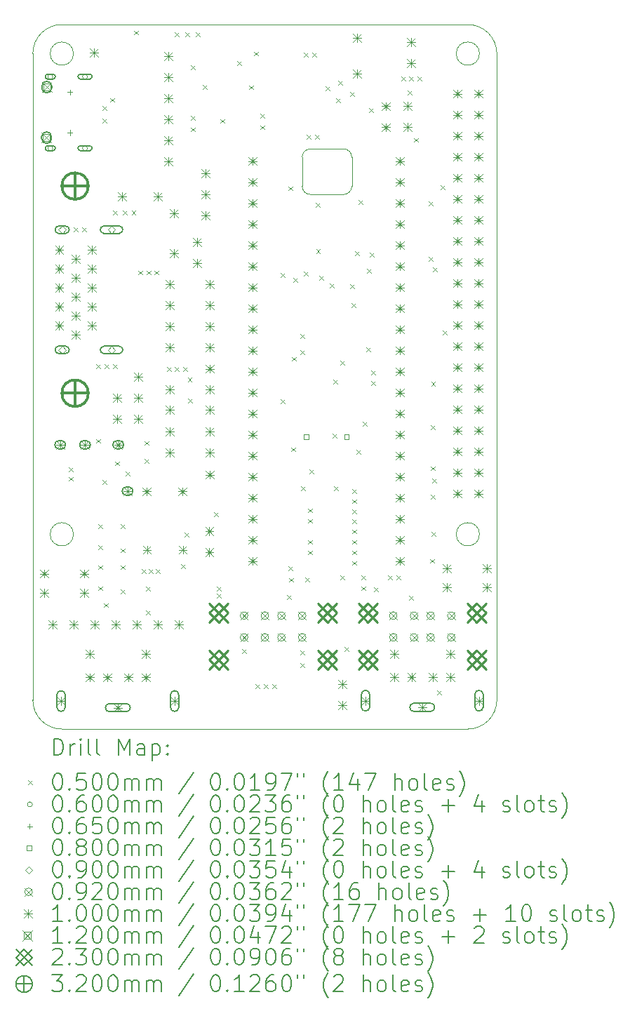
<source format=gbr>
%TF.GenerationSoftware,KiCad,Pcbnew,6.0.11-2627ca5db0~126~ubuntu20.04.1*%
%TF.CreationDate,2024-05-08T23:36:30+05:00*%
%TF.ProjectId,19RPI24,31395250-4932-4342-9e6b-696361645f70,rev?*%
%TF.SameCoordinates,Original*%
%TF.FileFunction,Drillmap*%
%TF.FilePolarity,Positive*%
%FSLAX45Y45*%
G04 Gerber Fmt 4.5, Leading zero omitted, Abs format (unit mm)*
G04 Created by KiCad (PCBNEW 6.0.11-2627ca5db0~126~ubuntu20.04.1) date 2024-05-08 23:36:30*
%MOMM*%
%LPD*%
G01*
G04 APERTURE LIST*
%ADD10C,0.100000*%
%ADD11C,0.200000*%
%ADD12C,0.050000*%
%ADD13C,0.060000*%
%ADD14C,0.065000*%
%ADD15C,0.080000*%
%ADD16C,0.090000*%
%ADD17C,0.092000*%
%ADD18C,0.120000*%
%ADD19C,0.230000*%
%ADD20C,0.320000*%
G04 APERTURE END LIST*
D10*
X2900000Y-2900000D02*
G75*
G03*
X2550000Y-3250000I0J-350000D01*
G01*
X5900000Y-4400000D02*
G75*
G03*
X5800000Y-4500000I0J-100000D01*
G01*
X2550000Y-11050000D02*
X2550000Y-3250000D01*
X3040000Y-9050000D02*
G75*
G03*
X3040000Y-9050000I-140000J0D01*
G01*
X2550000Y-11050000D02*
G75*
G03*
X2900000Y-11400000I350000J0D01*
G01*
X6400000Y-4500000D02*
G75*
G03*
X6300000Y-4400000I-100000J0D01*
G01*
X8150000Y-3250000D02*
G75*
G03*
X7800000Y-2900000I-350000J0D01*
G01*
X3040000Y-3250000D02*
G75*
G03*
X3040000Y-3250000I-140000J0D01*
G01*
X5800000Y-4850000D02*
G75*
G03*
X5900000Y-4950000I100000J0D01*
G01*
X6400000Y-4850000D02*
X6400000Y-4500000D01*
X7800000Y-11400000D02*
G75*
G03*
X8150000Y-11050000I0J350000D01*
G01*
X5900000Y-4950000D02*
X6300000Y-4950000D01*
X5800000Y-4500000D02*
X5800000Y-4850000D01*
X6300000Y-4400000D02*
X5900000Y-4400000D01*
X6300000Y-4950000D02*
G75*
G03*
X6400000Y-4850000I0J100000D01*
G01*
X7800000Y-11400000D02*
X2900000Y-11400000D01*
X2900000Y-2900000D02*
X7800000Y-2900000D01*
X7940000Y-3250000D02*
G75*
G03*
X7940000Y-3250000I-140000J0D01*
G01*
X7940000Y-9050000D02*
G75*
G03*
X7940000Y-9050000I-140000J0D01*
G01*
X8150000Y-3250000D02*
X8150000Y-11050000D01*
D11*
D12*
X2984900Y-8242700D02*
X3034900Y-8292700D01*
X3034900Y-8242700D02*
X2984900Y-8292700D01*
X2984900Y-8357000D02*
X3034900Y-8407000D01*
X3034900Y-8357000D02*
X2984900Y-8407000D01*
X3045500Y-5350000D02*
X3095500Y-5400000D01*
X3095500Y-5350000D02*
X3045500Y-5400000D01*
X3147100Y-5350000D02*
X3197100Y-5400000D01*
X3197100Y-5350000D02*
X3147100Y-5400000D01*
X3315100Y-6998100D02*
X3365100Y-7048100D01*
X3365100Y-6998100D02*
X3315100Y-7048100D01*
X3315100Y-7899800D02*
X3365100Y-7949800D01*
X3365100Y-7899800D02*
X3315100Y-7949800D01*
X3340500Y-8928500D02*
X3390500Y-8978500D01*
X3390500Y-8928500D02*
X3340500Y-8978500D01*
X3340500Y-9182500D02*
X3390500Y-9232500D01*
X3390500Y-9182500D02*
X3340500Y-9232500D01*
X3340500Y-9423800D02*
X3390500Y-9473800D01*
X3390500Y-9423800D02*
X3340500Y-9473800D01*
X3340500Y-9677800D02*
X3390500Y-9727800D01*
X3390500Y-9677800D02*
X3340500Y-9727800D01*
X3388104Y-4038051D02*
X3438104Y-4088051D01*
X3438104Y-4038051D02*
X3388104Y-4088051D01*
X3391300Y-8395100D02*
X3441300Y-8445100D01*
X3441300Y-8395100D02*
X3391300Y-8445100D01*
X3394038Y-3881713D02*
X3444038Y-3931713D01*
X3444038Y-3881713D02*
X3394038Y-3931713D01*
X3404000Y-9881000D02*
X3454000Y-9931000D01*
X3454000Y-9881000D02*
X3404000Y-9931000D01*
X3416700Y-6998100D02*
X3466700Y-7048100D01*
X3466700Y-6998100D02*
X3416700Y-7048100D01*
X3480200Y-3785000D02*
X3530200Y-3835000D01*
X3530200Y-3785000D02*
X3480200Y-3835000D01*
X3518300Y-5143900D02*
X3568300Y-5193900D01*
X3568300Y-5143900D02*
X3518300Y-5193900D01*
X3518300Y-6998100D02*
X3568300Y-7048100D01*
X3568300Y-6998100D02*
X3518300Y-7048100D01*
X3539600Y-8170600D02*
X3589600Y-8220600D01*
X3589600Y-8170600D02*
X3539600Y-8220600D01*
X3607200Y-8928500D02*
X3657200Y-8978500D01*
X3657200Y-8928500D02*
X3607200Y-8978500D01*
X3607200Y-9220600D02*
X3657200Y-9270600D01*
X3657200Y-9220600D02*
X3607200Y-9270600D01*
X3607200Y-9423800D02*
X3657200Y-9473800D01*
X3657200Y-9423800D02*
X3607200Y-9473800D01*
X3607200Y-9715900D02*
X3657200Y-9765900D01*
X3657200Y-9715900D02*
X3607200Y-9765900D01*
X3632600Y-5143900D02*
X3682600Y-5193900D01*
X3682600Y-5143900D02*
X3632600Y-5193900D01*
X3670700Y-8293500D02*
X3720700Y-8343500D01*
X3720700Y-8293500D02*
X3670700Y-8343500D01*
X3741999Y-5143900D02*
X3791999Y-5193900D01*
X3791999Y-5143900D02*
X3741999Y-5193900D01*
X3772300Y-2972200D02*
X3822300Y-3022200D01*
X3822300Y-2972200D02*
X3772300Y-3022200D01*
X3825640Y-5867800D02*
X3875640Y-5917800D01*
X3875640Y-5867800D02*
X3825640Y-5917800D01*
X3861200Y-9469922D02*
X3911200Y-9519922D01*
X3911200Y-9469922D02*
X3861200Y-9519922D01*
X3896760Y-8138560D02*
X3946760Y-8188560D01*
X3946760Y-8138560D02*
X3896760Y-8188560D01*
X3899300Y-7925200D02*
X3949300Y-7975200D01*
X3949300Y-7925200D02*
X3899300Y-7975200D01*
X3912000Y-9684450D02*
X3962000Y-9734450D01*
X3962000Y-9684450D02*
X3912000Y-9734450D01*
X3912000Y-9969900D02*
X3962000Y-10019900D01*
X3962000Y-9969900D02*
X3912000Y-10019900D01*
X3922160Y-5867800D02*
X3972160Y-5917800D01*
X3972160Y-5867800D02*
X3922160Y-5917800D01*
X3947761Y-9469922D02*
X3997761Y-9519922D01*
X3997761Y-9469922D02*
X3947761Y-9519922D01*
X4018680Y-5867800D02*
X4068680Y-5917800D01*
X4068680Y-5867800D02*
X4018680Y-5917800D01*
X4034322Y-9469922D02*
X4084322Y-9519922D01*
X4084322Y-9469922D02*
X4034322Y-9519922D01*
X4166000Y-7028218D02*
X4216000Y-7078218D01*
X4216000Y-7028218D02*
X4166000Y-7078218D01*
X4262520Y-2989980D02*
X4312520Y-3039980D01*
X4312520Y-2989980D02*
X4262520Y-3039980D01*
X4262882Y-7028218D02*
X4312882Y-7078218D01*
X4312882Y-7028218D02*
X4262882Y-7078218D01*
X4341112Y-9407895D02*
X4391112Y-9457895D01*
X4391112Y-9407895D02*
X4341112Y-9457895D01*
X4361219Y-7028218D02*
X4411219Y-7078218D01*
X4411219Y-7028218D02*
X4361219Y-7078218D01*
X4380850Y-9028825D02*
X4430850Y-9078825D01*
X4430850Y-9028825D02*
X4380850Y-9078825D01*
X4389520Y-2989980D02*
X4439520Y-3039980D01*
X4439520Y-2989980D02*
X4389520Y-3039980D01*
X4419030Y-7160438D02*
X4469030Y-7210438D01*
X4469030Y-7160438D02*
X4419030Y-7210438D01*
X4419860Y-7411205D02*
X4469860Y-7461205D01*
X4469860Y-7411205D02*
X4419860Y-7461205D01*
X4458100Y-3391300D02*
X4508100Y-3441300D01*
X4508100Y-3391300D02*
X4458100Y-3441300D01*
X4458100Y-4000900D02*
X4508100Y-4050900D01*
X4508100Y-4000900D02*
X4458100Y-4050900D01*
X4458100Y-4140600D02*
X4508100Y-4190600D01*
X4508100Y-4140600D02*
X4458100Y-4190600D01*
X4516520Y-2989980D02*
X4566520Y-3039980D01*
X4566520Y-2989980D02*
X4516520Y-3039980D01*
X4597800Y-3627520D02*
X4647800Y-3677520D01*
X4647800Y-3627520D02*
X4597800Y-3677520D01*
X4740319Y-8782063D02*
X4790319Y-8832063D01*
X4790319Y-8782063D02*
X4740319Y-8832063D01*
X4773450Y-9679950D02*
X4823450Y-9729950D01*
X4823450Y-9679950D02*
X4773450Y-9729950D01*
X4773450Y-9768850D02*
X4823450Y-9818850D01*
X4823450Y-9768850D02*
X4773450Y-9818850D01*
X4813700Y-4039000D02*
X4863700Y-4089000D01*
X4863700Y-4039000D02*
X4813700Y-4089000D01*
X5016900Y-3340500D02*
X5066900Y-3390500D01*
X5066900Y-3340500D02*
X5016900Y-3390500D01*
X5075000Y-10434400D02*
X5125000Y-10484400D01*
X5125000Y-10434400D02*
X5075000Y-10484400D01*
X5161680Y-3632600D02*
X5211680Y-3682600D01*
X5211680Y-3632600D02*
X5161680Y-3682600D01*
X5220100Y-3226200D02*
X5270100Y-3276200D01*
X5270100Y-3226200D02*
X5220100Y-3276200D01*
X5232800Y-10858900D02*
X5282800Y-10908900D01*
X5282800Y-10858900D02*
X5232800Y-10908900D01*
X5296300Y-3975500D02*
X5346300Y-4025500D01*
X5346300Y-3975500D02*
X5296300Y-4025500D01*
X5296300Y-4115200D02*
X5346300Y-4165200D01*
X5346300Y-4115200D02*
X5296300Y-4165200D01*
X5334400Y-10858900D02*
X5384400Y-10908900D01*
X5384400Y-10858900D02*
X5334400Y-10908900D01*
X5436000Y-10858900D02*
X5486000Y-10908900D01*
X5486000Y-10858900D02*
X5436000Y-10908900D01*
X5537500Y-5893650D02*
X5587500Y-5943650D01*
X5587500Y-5893650D02*
X5537500Y-5943650D01*
X5538000Y-7417600D02*
X5588000Y-7467600D01*
X5588000Y-7417600D02*
X5538000Y-7467600D01*
X5618433Y-9785850D02*
X5668433Y-9835850D01*
X5668433Y-9785850D02*
X5618433Y-9835850D01*
X5631051Y-4851800D02*
X5681051Y-4901800D01*
X5681051Y-4851800D02*
X5631051Y-4901800D01*
X5637413Y-9432646D02*
X5687413Y-9482646D01*
X5687413Y-9432646D02*
X5637413Y-9482646D01*
X5639200Y-9576200D02*
X5689200Y-9626200D01*
X5689200Y-9576200D02*
X5639200Y-9626200D01*
X5664600Y-8001400D02*
X5714600Y-8051400D01*
X5714600Y-8001400D02*
X5664600Y-8051400D01*
X5673500Y-6909332D02*
X5723500Y-6959332D01*
X5723500Y-6909332D02*
X5673500Y-6959332D01*
X5690000Y-5956700D02*
X5740000Y-6006700D01*
X5740000Y-5956700D02*
X5690000Y-6006700D01*
X5777300Y-6831400D02*
X5827300Y-6881400D01*
X5827300Y-6831400D02*
X5777300Y-6881400D01*
X5778900Y-10452500D02*
X5828900Y-10502500D01*
X5828900Y-10452500D02*
X5778900Y-10502500D01*
X5779172Y-6631052D02*
X5829172Y-6681052D01*
X5829172Y-6631052D02*
X5779172Y-6681052D01*
X5779761Y-10604039D02*
X5829761Y-10654039D01*
X5829761Y-10604039D02*
X5779761Y-10654039D01*
X5788394Y-8467452D02*
X5838394Y-8517452D01*
X5838394Y-8467452D02*
X5788394Y-8517452D01*
X5817000Y-3238900D02*
X5867000Y-3288900D01*
X5867000Y-3238900D02*
X5817000Y-3288900D01*
X5822650Y-5880500D02*
X5872650Y-5930500D01*
X5872650Y-5880500D02*
X5822650Y-5930500D01*
X5839583Y-9575533D02*
X5889583Y-9625533D01*
X5889583Y-9575533D02*
X5839583Y-9625533D01*
X5855100Y-4229500D02*
X5905100Y-4279500D01*
X5905100Y-4229500D02*
X5855100Y-4279500D01*
X5867800Y-9119000D02*
X5917800Y-9169000D01*
X5917800Y-9119000D02*
X5867800Y-9169000D01*
X5867800Y-9246000D02*
X5917800Y-9296000D01*
X5917800Y-9246000D02*
X5867800Y-9296000D01*
X5872880Y-8738000D02*
X5922880Y-8788000D01*
X5922880Y-8738000D02*
X5872880Y-8788000D01*
X5872880Y-8865000D02*
X5922880Y-8915000D01*
X5922880Y-8865000D02*
X5872880Y-8915000D01*
X5885782Y-8268219D02*
X5935782Y-8318219D01*
X5935782Y-8268219D02*
X5885782Y-8318219D01*
X5918600Y-3236360D02*
X5968600Y-3286360D01*
X5968600Y-3236360D02*
X5918600Y-3286360D01*
X5956700Y-4229500D02*
X6006700Y-4279500D01*
X6006700Y-4229500D02*
X5956700Y-4279500D01*
X5962650Y-5048250D02*
X6012650Y-5098250D01*
X6012650Y-5048250D02*
X5962650Y-5098250D01*
X5968950Y-5606850D02*
X6018950Y-5656850D01*
X6018950Y-5606850D02*
X5968950Y-5656850D01*
X6005059Y-5929926D02*
X6055059Y-5979926D01*
X6055059Y-5929926D02*
X6005059Y-5979926D01*
X6081369Y-3648049D02*
X6131369Y-3698049D01*
X6131369Y-3648049D02*
X6081369Y-3698049D01*
X6135016Y-6022350D02*
X6185016Y-6072350D01*
X6185016Y-6022350D02*
X6135016Y-6072350D01*
X6167520Y-7833760D02*
X6217520Y-7883760D01*
X6217520Y-7833760D02*
X6167520Y-7883760D01*
X6177680Y-7183520D02*
X6227680Y-7233520D01*
X6227680Y-7183520D02*
X6177680Y-7233520D01*
X6182760Y-8468760D02*
X6232760Y-8518760D01*
X6232760Y-8468760D02*
X6182760Y-8518760D01*
X6212674Y-3785566D02*
X6262674Y-3835566D01*
X6262674Y-3785566D02*
X6212674Y-3835566D01*
X6238491Y-3578617D02*
X6288491Y-3628617D01*
X6288491Y-3578617D02*
X6238491Y-3628617D01*
X6262104Y-9547416D02*
X6312104Y-9597416D01*
X6312104Y-9547416D02*
X6262104Y-9597416D01*
X6263530Y-6957733D02*
X6313530Y-7007733D01*
X6313530Y-6957733D02*
X6263530Y-7007733D01*
X6312300Y-10410050D02*
X6362300Y-10460050D01*
X6362300Y-10410050D02*
X6312300Y-10460050D01*
X6380880Y-3713880D02*
X6430880Y-3763880D01*
X6430880Y-3713880D02*
X6380880Y-3763880D01*
X6381444Y-6032100D02*
X6431444Y-6082100D01*
X6431444Y-6032100D02*
X6381444Y-6082100D01*
X6392488Y-6263914D02*
X6442488Y-6313914D01*
X6442488Y-6263914D02*
X6392488Y-6313914D01*
X6401200Y-8504226D02*
X6451200Y-8554226D01*
X6451200Y-8504226D02*
X6401200Y-8554226D01*
X6401200Y-8627999D02*
X6451200Y-8677999D01*
X6451200Y-8627999D02*
X6401200Y-8677999D01*
X6401200Y-8747816D02*
X6451200Y-8797816D01*
X6451200Y-8747816D02*
X6401200Y-8797816D01*
X6401200Y-8867766D02*
X6451200Y-8917766D01*
X6451200Y-8867766D02*
X6401200Y-8917766D01*
X6401200Y-8992000D02*
X6451200Y-9042000D01*
X6451200Y-8992000D02*
X6401200Y-9042000D01*
X6401200Y-9119000D02*
X6451200Y-9169000D01*
X6451200Y-9119000D02*
X6401200Y-9169000D01*
X6401200Y-9246000D02*
X6451200Y-9296000D01*
X6451200Y-9246000D02*
X6401200Y-9296000D01*
X6401200Y-9373000D02*
X6451200Y-9423000D01*
X6451200Y-9373000D02*
X6401200Y-9423000D01*
X6437123Y-5633073D02*
X6487123Y-5683073D01*
X6487123Y-5633073D02*
X6437123Y-5683073D01*
X6453419Y-8032893D02*
X6503419Y-8082893D01*
X6503419Y-8032893D02*
X6453419Y-8082893D01*
X6481349Y-5013229D02*
X6531349Y-5063229D01*
X6531349Y-5013229D02*
X6481349Y-5063229D01*
X6512465Y-9547416D02*
X6562465Y-9597416D01*
X6562465Y-9547416D02*
X6512465Y-9597416D01*
X6512465Y-9677416D02*
X6562465Y-9727416D01*
X6562465Y-9677416D02*
X6512465Y-9727416D01*
X6529942Y-7688869D02*
X6579942Y-7738869D01*
X6579942Y-7688869D02*
X6529942Y-7738869D01*
X6573133Y-6793738D02*
X6623133Y-6843738D01*
X6623133Y-6793738D02*
X6573133Y-6843738D01*
X6584080Y-5848420D02*
X6634080Y-5898420D01*
X6634080Y-5848420D02*
X6584080Y-5898420D01*
X6604400Y-3906920D02*
X6654400Y-3956920D01*
X6654400Y-3906920D02*
X6604400Y-3956920D01*
X6613150Y-5648420D02*
X6663150Y-5698420D01*
X6663150Y-5648420D02*
X6613150Y-5698420D01*
X6629800Y-7076840D02*
X6679800Y-7126840D01*
X6679800Y-7076840D02*
X6629800Y-7126840D01*
X6629800Y-7200223D02*
X6679800Y-7250223D01*
X6679800Y-7200223D02*
X6629800Y-7250223D01*
X6665360Y-9687960D02*
X6715360Y-9737960D01*
X6715360Y-9687960D02*
X6665360Y-9737960D01*
X6836832Y-9545720D02*
X6886832Y-9595720D01*
X6886832Y-9545720D02*
X6836832Y-9595720D01*
X6934600Y-9545720D02*
X6984600Y-9595720D01*
X6984600Y-9545720D02*
X6934600Y-9595720D01*
X6996930Y-3524550D02*
X7046930Y-3574550D01*
X7046930Y-3524550D02*
X6996930Y-3574550D01*
X7071760Y-3693560D02*
X7121760Y-3743560D01*
X7121760Y-3693560D02*
X7071760Y-3743560D01*
X7087000Y-9790500D02*
X7137000Y-9840500D01*
X7137000Y-9790500D02*
X7087000Y-9840500D01*
X7093008Y-3524550D02*
X7143008Y-3574550D01*
X7143008Y-3524550D02*
X7093008Y-3574550D01*
X7150500Y-4267600D02*
X7200500Y-4317600D01*
X7200500Y-4267600D02*
X7150500Y-4317600D01*
X7189087Y-3524550D02*
X7239087Y-3574550D01*
X7239087Y-3524550D02*
X7189087Y-3574550D01*
X7324804Y-5033735D02*
X7374804Y-5083735D01*
X7374804Y-5033735D02*
X7324804Y-5083735D01*
X7328300Y-5704200D02*
X7378300Y-5754200D01*
X7378300Y-5704200D02*
X7328300Y-5754200D01*
X7346080Y-9347600D02*
X7396080Y-9397600D01*
X7396080Y-9347600D02*
X7346080Y-9397600D01*
X7351160Y-8230000D02*
X7401160Y-8280000D01*
X7401160Y-8230000D02*
X7351160Y-8280000D01*
X7351160Y-8575440D02*
X7401160Y-8625440D01*
X7401160Y-8575440D02*
X7351160Y-8625440D01*
X7356240Y-7737240D02*
X7406240Y-7787240D01*
X7406240Y-7737240D02*
X7356240Y-7787240D01*
X7357400Y-7209409D02*
X7407400Y-7259409D01*
X7407400Y-7209409D02*
X7357400Y-7259409D01*
X7361320Y-9022480D02*
X7411320Y-9072480D01*
X7411320Y-9022480D02*
X7361320Y-9072480D01*
X7371480Y-8375950D02*
X7421480Y-8425950D01*
X7421480Y-8375950D02*
X7371480Y-8425950D01*
X7380285Y-5832091D02*
X7430285Y-5882091D01*
X7430285Y-5832091D02*
X7380285Y-5882091D01*
X7429900Y-10935100D02*
X7479900Y-10985100D01*
X7479900Y-10935100D02*
X7429900Y-10985100D01*
X7468000Y-4839100D02*
X7518000Y-4889100D01*
X7518000Y-4839100D02*
X7468000Y-4889100D01*
X7499850Y-6589160D02*
X7549850Y-6639160D01*
X7549850Y-6589160D02*
X7499850Y-6639160D01*
D13*
X2791500Y-3528000D02*
G75*
G03*
X2791500Y-3528000I-30000J0D01*
G01*
D11*
X2791500Y-3498000D02*
X2731500Y-3498000D01*
X2791500Y-3558000D02*
X2731500Y-3558000D01*
X2731500Y-3498000D02*
G75*
G03*
X2731500Y-3558000I0J-30000D01*
G01*
X2791500Y-3558000D02*
G75*
G03*
X2791500Y-3498000I0J30000D01*
G01*
D13*
X2791500Y-4392000D02*
G75*
G03*
X2791500Y-4392000I-30000J0D01*
G01*
D11*
X2791500Y-4362000D02*
X2731500Y-4362000D01*
X2791500Y-4422000D02*
X2731500Y-4422000D01*
X2731500Y-4362000D02*
G75*
G03*
X2731500Y-4422000I0J-30000D01*
G01*
X2791500Y-4422000D02*
G75*
G03*
X2791500Y-4362000I0J30000D01*
G01*
D13*
X3209500Y-3528000D02*
G75*
G03*
X3209500Y-3528000I-30000J0D01*
G01*
D11*
X3234500Y-3498000D02*
X3124500Y-3498000D01*
X3234500Y-3558000D02*
X3124500Y-3558000D01*
X3124500Y-3498000D02*
G75*
G03*
X3124500Y-3558000I0J-30000D01*
G01*
X3234500Y-3558000D02*
G75*
G03*
X3234500Y-3498000I0J30000D01*
G01*
D13*
X3209500Y-4392000D02*
G75*
G03*
X3209500Y-4392000I-30000J0D01*
G01*
D11*
X3234500Y-4362000D02*
X3124500Y-4362000D01*
X3234500Y-4422000D02*
X3124500Y-4422000D01*
X3124500Y-4362000D02*
G75*
G03*
X3124500Y-4422000I0J-30000D01*
G01*
X3234500Y-4422000D02*
G75*
G03*
X3234500Y-4362000I0J30000D01*
G01*
D14*
X2997640Y-3683660D02*
X2997640Y-3748660D01*
X2965140Y-3716160D02*
X3030140Y-3716160D01*
X2997640Y-4168800D02*
X2997640Y-4233800D01*
X2965140Y-4201300D02*
X3030140Y-4201300D01*
D15*
X5877584Y-7902284D02*
X5877584Y-7845715D01*
X5821015Y-7845715D01*
X5821015Y-7902284D01*
X5877584Y-7902284D01*
X6365584Y-7902284D02*
X6365584Y-7845715D01*
X6309015Y-7845715D01*
X6309015Y-7902284D01*
X6365584Y-7902284D01*
D16*
X2904000Y-5420000D02*
X2949000Y-5375000D01*
X2904000Y-5330000D01*
X2859000Y-5375000D01*
X2904000Y-5420000D01*
D11*
X2944000Y-5330000D02*
X2864000Y-5330000D01*
X2944000Y-5420000D02*
X2864000Y-5420000D01*
X2864000Y-5330000D02*
G75*
G03*
X2864000Y-5420000I0J-45000D01*
G01*
X2944000Y-5420000D02*
G75*
G03*
X2944000Y-5330000I0J45000D01*
G01*
D16*
X2904000Y-6870000D02*
X2949000Y-6825000D01*
X2904000Y-6780000D01*
X2859000Y-6825000D01*
X2904000Y-6870000D01*
D11*
X2944000Y-6780000D02*
X2864000Y-6780000D01*
X2944000Y-6870000D02*
X2864000Y-6870000D01*
X2864000Y-6780000D02*
G75*
G03*
X2864000Y-6870000I0J-45000D01*
G01*
X2944000Y-6870000D02*
G75*
G03*
X2944000Y-6780000I0J45000D01*
G01*
D16*
X3500000Y-5420000D02*
X3545000Y-5375000D01*
X3500000Y-5330000D01*
X3455000Y-5375000D01*
X3500000Y-5420000D01*
D11*
X3590000Y-5330000D02*
X3410000Y-5330000D01*
X3590000Y-5420000D02*
X3410000Y-5420000D01*
X3410000Y-5330000D02*
G75*
G03*
X3410000Y-5420000I0J-45000D01*
G01*
X3590000Y-5420000D02*
G75*
G03*
X3590000Y-5330000I0J45000D01*
G01*
D16*
X3500000Y-6870000D02*
X3545000Y-6825000D01*
X3500000Y-6780000D01*
X3455000Y-6825000D01*
X3500000Y-6870000D01*
D11*
X3590000Y-6780000D02*
X3410000Y-6780000D01*
X3590000Y-6870000D02*
X3410000Y-6870000D01*
X3410000Y-6780000D02*
G75*
G03*
X3410000Y-6870000I0J-45000D01*
G01*
X3590000Y-6870000D02*
G75*
G03*
X3590000Y-6780000I0J45000D01*
G01*
D17*
X5054000Y-9986000D02*
X5146000Y-10078000D01*
X5146000Y-9986000D02*
X5054000Y-10078000D01*
X5146000Y-10032000D02*
G75*
G03*
X5146000Y-10032000I-46000J0D01*
G01*
X5054000Y-10248000D02*
X5146000Y-10340000D01*
X5146000Y-10248000D02*
X5054000Y-10340000D01*
X5146000Y-10294000D02*
G75*
G03*
X5146000Y-10294000I-46000J0D01*
G01*
X5304000Y-9986000D02*
X5396000Y-10078000D01*
X5396000Y-9986000D02*
X5304000Y-10078000D01*
X5396000Y-10032000D02*
G75*
G03*
X5396000Y-10032000I-46000J0D01*
G01*
X5304000Y-10248000D02*
X5396000Y-10340000D01*
X5396000Y-10248000D02*
X5304000Y-10340000D01*
X5396000Y-10294000D02*
G75*
G03*
X5396000Y-10294000I-46000J0D01*
G01*
X5504000Y-9986000D02*
X5596000Y-10078000D01*
X5596000Y-9986000D02*
X5504000Y-10078000D01*
X5596000Y-10032000D02*
G75*
G03*
X5596000Y-10032000I-46000J0D01*
G01*
X5504000Y-10248000D02*
X5596000Y-10340000D01*
X5596000Y-10248000D02*
X5504000Y-10340000D01*
X5596000Y-10294000D02*
G75*
G03*
X5596000Y-10294000I-46000J0D01*
G01*
X5754000Y-9986000D02*
X5846000Y-10078000D01*
X5846000Y-9986000D02*
X5754000Y-10078000D01*
X5846000Y-10032000D02*
G75*
G03*
X5846000Y-10032000I-46000J0D01*
G01*
X5754000Y-10248000D02*
X5846000Y-10340000D01*
X5846000Y-10248000D02*
X5754000Y-10340000D01*
X5846000Y-10294000D02*
G75*
G03*
X5846000Y-10294000I-46000J0D01*
G01*
X6854000Y-9986000D02*
X6946000Y-10078000D01*
X6946000Y-9986000D02*
X6854000Y-10078000D01*
X6946000Y-10032000D02*
G75*
G03*
X6946000Y-10032000I-46000J0D01*
G01*
X6854000Y-10248000D02*
X6946000Y-10340000D01*
X6946000Y-10248000D02*
X6854000Y-10340000D01*
X6946000Y-10294000D02*
G75*
G03*
X6946000Y-10294000I-46000J0D01*
G01*
X7104000Y-9986000D02*
X7196000Y-10078000D01*
X7196000Y-9986000D02*
X7104000Y-10078000D01*
X7196000Y-10032000D02*
G75*
G03*
X7196000Y-10032000I-46000J0D01*
G01*
X7104000Y-10248000D02*
X7196000Y-10340000D01*
X7196000Y-10248000D02*
X7104000Y-10340000D01*
X7196000Y-10294000D02*
G75*
G03*
X7196000Y-10294000I-46000J0D01*
G01*
X7304000Y-9986000D02*
X7396000Y-10078000D01*
X7396000Y-9986000D02*
X7304000Y-10078000D01*
X7396000Y-10032000D02*
G75*
G03*
X7396000Y-10032000I-46000J0D01*
G01*
X7304000Y-10248000D02*
X7396000Y-10340000D01*
X7396000Y-10248000D02*
X7304000Y-10340000D01*
X7396000Y-10294000D02*
G75*
G03*
X7396000Y-10294000I-46000J0D01*
G01*
X7554000Y-9986000D02*
X7646000Y-10078000D01*
X7646000Y-9986000D02*
X7554000Y-10078000D01*
X7646000Y-10032000D02*
G75*
G03*
X7646000Y-10032000I-46000J0D01*
G01*
X7554000Y-10248000D02*
X7646000Y-10340000D01*
X7646000Y-10248000D02*
X7554000Y-10340000D01*
X7646000Y-10294000D02*
G75*
G03*
X7646000Y-10294000I-46000J0D01*
G01*
D10*
X2638700Y-9475000D02*
X2738700Y-9575000D01*
X2738700Y-9475000D02*
X2638700Y-9575000D01*
X2688700Y-9475000D02*
X2688700Y-9575000D01*
X2638700Y-9525000D02*
X2738700Y-9525000D01*
X2639385Y-9707345D02*
X2739385Y-9807345D01*
X2739385Y-9707345D02*
X2639385Y-9807345D01*
X2689385Y-9707345D02*
X2689385Y-9807345D01*
X2639385Y-9757345D02*
X2739385Y-9757345D01*
X2739322Y-10091461D02*
X2839322Y-10191461D01*
X2839322Y-10091461D02*
X2739322Y-10191461D01*
X2789322Y-10091461D02*
X2789322Y-10191461D01*
X2739322Y-10141461D02*
X2839322Y-10141461D01*
X2819033Y-5564000D02*
X2919033Y-5664000D01*
X2919033Y-5564000D02*
X2819033Y-5664000D01*
X2869033Y-5564000D02*
X2869033Y-5664000D01*
X2819033Y-5614000D02*
X2919033Y-5614000D01*
X2819033Y-5793000D02*
X2919033Y-5893000D01*
X2919033Y-5793000D02*
X2819033Y-5893000D01*
X2869033Y-5793000D02*
X2869033Y-5893000D01*
X2819033Y-5843000D02*
X2919033Y-5843000D01*
X2819033Y-6022000D02*
X2919033Y-6122000D01*
X2919033Y-6022000D02*
X2819033Y-6122000D01*
X2869033Y-6022000D02*
X2869033Y-6122000D01*
X2819033Y-6072000D02*
X2919033Y-6072000D01*
X2819033Y-6251000D02*
X2919033Y-6351000D01*
X2919033Y-6251000D02*
X2819033Y-6351000D01*
X2869033Y-6251000D02*
X2869033Y-6351000D01*
X2819033Y-6301000D02*
X2919033Y-6301000D01*
X2819033Y-6480000D02*
X2919033Y-6580000D01*
X2919033Y-6480000D02*
X2819033Y-6580000D01*
X2869033Y-6480000D02*
X2869033Y-6580000D01*
X2819033Y-6530000D02*
X2919033Y-6530000D01*
X2829960Y-7920600D02*
X2929960Y-8020600D01*
X2929960Y-7920600D02*
X2829960Y-8020600D01*
X2879960Y-7920600D02*
X2879960Y-8020600D01*
X2829960Y-7970600D02*
X2929960Y-7970600D01*
D11*
X2864960Y-8020600D02*
X2894960Y-8020600D01*
X2864960Y-7920600D02*
X2894960Y-7920600D01*
X2894960Y-8020600D02*
G75*
G03*
X2894960Y-7920600I0J50000D01*
G01*
X2864960Y-7920600D02*
G75*
G03*
X2864960Y-8020600I0J-50000D01*
G01*
D10*
X2841000Y-11012500D02*
X2941000Y-11112500D01*
X2941000Y-11012500D02*
X2841000Y-11112500D01*
X2891000Y-11012500D02*
X2891000Y-11112500D01*
X2841000Y-11062500D02*
X2941000Y-11062500D01*
D11*
X2841000Y-10987500D02*
X2841000Y-11137500D01*
X2941000Y-10987500D02*
X2941000Y-11137500D01*
X2841000Y-11137500D02*
G75*
G03*
X2941000Y-11137500I50000J0D01*
G01*
X2941000Y-10987500D02*
G75*
G03*
X2841000Y-10987500I-50000J0D01*
G01*
D10*
X2993322Y-10091461D02*
X3093322Y-10191461D01*
X3093322Y-10091461D02*
X2993322Y-10191461D01*
X3043322Y-10091461D02*
X3043322Y-10191461D01*
X2993322Y-10141461D02*
X3093322Y-10141461D01*
X3017033Y-5678500D02*
X3117033Y-5778500D01*
X3117033Y-5678500D02*
X3017033Y-5778500D01*
X3067033Y-5678500D02*
X3067033Y-5778500D01*
X3017033Y-5728500D02*
X3117033Y-5728500D01*
X3017033Y-5907500D02*
X3117033Y-6007500D01*
X3117033Y-5907500D02*
X3017033Y-6007500D01*
X3067033Y-5907500D02*
X3067033Y-6007500D01*
X3017033Y-5957500D02*
X3117033Y-5957500D01*
X3017033Y-6136500D02*
X3117033Y-6236500D01*
X3117033Y-6136500D02*
X3017033Y-6236500D01*
X3067033Y-6136500D02*
X3067033Y-6236500D01*
X3017033Y-6186500D02*
X3117033Y-6186500D01*
X3017033Y-6365500D02*
X3117033Y-6465500D01*
X3117033Y-6365500D02*
X3017033Y-6465500D01*
X3067033Y-6365500D02*
X3067033Y-6465500D01*
X3017033Y-6415500D02*
X3117033Y-6415500D01*
X3017033Y-6594500D02*
X3117033Y-6694500D01*
X3117033Y-6594500D02*
X3017033Y-6694500D01*
X3067033Y-6594500D02*
X3067033Y-6694500D01*
X3017033Y-6644500D02*
X3117033Y-6644500D01*
X3121300Y-9475000D02*
X3221300Y-9575000D01*
X3221300Y-9475000D02*
X3121300Y-9575000D01*
X3171300Y-9475000D02*
X3171300Y-9575000D01*
X3121300Y-9525000D02*
X3221300Y-9525000D01*
X3121985Y-9707345D02*
X3221985Y-9807345D01*
X3221985Y-9707345D02*
X3121985Y-9807345D01*
X3171985Y-9707345D02*
X3171985Y-9807345D01*
X3121985Y-9757345D02*
X3221985Y-9757345D01*
X3129680Y-7920600D02*
X3229680Y-8020600D01*
X3229680Y-7920600D02*
X3129680Y-8020600D01*
X3179680Y-7920600D02*
X3179680Y-8020600D01*
X3129680Y-7970600D02*
X3229680Y-7970600D01*
D11*
X3164680Y-8020600D02*
X3194680Y-8020600D01*
X3164680Y-7920600D02*
X3194680Y-7920600D01*
X3194680Y-8020600D02*
G75*
G03*
X3194680Y-7920600I0J50000D01*
G01*
X3164680Y-7920600D02*
G75*
G03*
X3164680Y-8020600I0J-50000D01*
G01*
D10*
X3186000Y-10447500D02*
X3286000Y-10547500D01*
X3286000Y-10447500D02*
X3186000Y-10547500D01*
X3236000Y-10447500D02*
X3236000Y-10547500D01*
X3186000Y-10497500D02*
X3286000Y-10497500D01*
X3186000Y-10727500D02*
X3286000Y-10827500D01*
X3286000Y-10727500D02*
X3186000Y-10827500D01*
X3236000Y-10727500D02*
X3236000Y-10827500D01*
X3186000Y-10777500D02*
X3286000Y-10777500D01*
X3215033Y-5564000D02*
X3315033Y-5664000D01*
X3315033Y-5564000D02*
X3215033Y-5664000D01*
X3265033Y-5564000D02*
X3265033Y-5664000D01*
X3215033Y-5614000D02*
X3315033Y-5614000D01*
X3215033Y-5793000D02*
X3315033Y-5893000D01*
X3315033Y-5793000D02*
X3215033Y-5893000D01*
X3265033Y-5793000D02*
X3265033Y-5893000D01*
X3215033Y-5843000D02*
X3315033Y-5843000D01*
X3215033Y-6022000D02*
X3315033Y-6122000D01*
X3315033Y-6022000D02*
X3215033Y-6122000D01*
X3265033Y-6022000D02*
X3265033Y-6122000D01*
X3215033Y-6072000D02*
X3315033Y-6072000D01*
X3215033Y-6251000D02*
X3315033Y-6351000D01*
X3315033Y-6251000D02*
X3215033Y-6351000D01*
X3265033Y-6251000D02*
X3265033Y-6351000D01*
X3215033Y-6301000D02*
X3315033Y-6301000D01*
X3215033Y-6480000D02*
X3315033Y-6580000D01*
X3315033Y-6480000D02*
X3215033Y-6580000D01*
X3265033Y-6480000D02*
X3265033Y-6580000D01*
X3215033Y-6530000D02*
X3315033Y-6530000D01*
X3239300Y-3188500D02*
X3339300Y-3288500D01*
X3339300Y-3188500D02*
X3239300Y-3288500D01*
X3289300Y-3188500D02*
X3289300Y-3288500D01*
X3239300Y-3238500D02*
X3339300Y-3238500D01*
X3247322Y-10091461D02*
X3347322Y-10191461D01*
X3347322Y-10091461D02*
X3247322Y-10191461D01*
X3297322Y-10091461D02*
X3297322Y-10191461D01*
X3247322Y-10141461D02*
X3347322Y-10141461D01*
X3396000Y-10727500D02*
X3496000Y-10827500D01*
X3496000Y-10727500D02*
X3396000Y-10827500D01*
X3446000Y-10727500D02*
X3446000Y-10827500D01*
X3396000Y-10777500D02*
X3496000Y-10777500D01*
X3501322Y-10091461D02*
X3601322Y-10191461D01*
X3601322Y-10091461D02*
X3501322Y-10191461D01*
X3551322Y-10091461D02*
X3551322Y-10191461D01*
X3501322Y-10141461D02*
X3601322Y-10141461D01*
X3518700Y-7353600D02*
X3618700Y-7453600D01*
X3618700Y-7353600D02*
X3518700Y-7453600D01*
X3568700Y-7353600D02*
X3568700Y-7453600D01*
X3518700Y-7403600D02*
X3618700Y-7403600D01*
X3518700Y-7607600D02*
X3618700Y-7707600D01*
X3618700Y-7607600D02*
X3518700Y-7707600D01*
X3568700Y-7607600D02*
X3568700Y-7707600D01*
X3518700Y-7657600D02*
X3618700Y-7657600D01*
X3526000Y-11092500D02*
X3626000Y-11192500D01*
X3626000Y-11092500D02*
X3526000Y-11192500D01*
X3576000Y-11092500D02*
X3576000Y-11192500D01*
X3526000Y-11142500D02*
X3626000Y-11142500D01*
D11*
X3476000Y-11192500D02*
X3676000Y-11192500D01*
X3476000Y-11092500D02*
X3676000Y-11092500D01*
X3676000Y-11192500D02*
G75*
G03*
X3676000Y-11092500I0J50000D01*
G01*
X3476000Y-11092500D02*
G75*
G03*
X3476000Y-11192500I0J-50000D01*
G01*
D10*
X3531000Y-7920600D02*
X3631000Y-8020600D01*
X3631000Y-7920600D02*
X3531000Y-8020600D01*
X3581000Y-7920600D02*
X3581000Y-8020600D01*
X3531000Y-7970600D02*
X3631000Y-7970600D01*
D11*
X3566000Y-8020600D02*
X3596000Y-8020600D01*
X3566000Y-7920600D02*
X3596000Y-7920600D01*
X3596000Y-8020600D02*
G75*
G03*
X3596000Y-7920600I0J50000D01*
G01*
X3566000Y-7920600D02*
G75*
G03*
X3566000Y-8020600I0J-50000D01*
G01*
D10*
X3573977Y-4924015D02*
X3673977Y-5024015D01*
X3673977Y-4924015D02*
X3573977Y-5024015D01*
X3623977Y-4924015D02*
X3623977Y-5024015D01*
X3573977Y-4974015D02*
X3673977Y-4974015D01*
X3642760Y-8479400D02*
X3742760Y-8579400D01*
X3742760Y-8479400D02*
X3642760Y-8579400D01*
X3692760Y-8479400D02*
X3692760Y-8579400D01*
X3642760Y-8529400D02*
X3742760Y-8529400D01*
D11*
X3677760Y-8579400D02*
X3707760Y-8579400D01*
X3677760Y-8479400D02*
X3707760Y-8479400D01*
X3707760Y-8579400D02*
G75*
G03*
X3707760Y-8479400I0J50000D01*
G01*
X3677760Y-8479400D02*
G75*
G03*
X3677760Y-8579400I0J-50000D01*
G01*
D10*
X3656000Y-10727500D02*
X3756000Y-10827500D01*
X3756000Y-10727500D02*
X3656000Y-10827500D01*
X3706000Y-10727500D02*
X3706000Y-10827500D01*
X3656000Y-10777500D02*
X3756000Y-10777500D01*
X3755322Y-10091461D02*
X3855322Y-10191461D01*
X3855322Y-10091461D02*
X3755322Y-10191461D01*
X3805322Y-10091461D02*
X3805322Y-10191461D01*
X3755322Y-10141461D02*
X3855322Y-10141461D01*
X3772700Y-7098600D02*
X3872700Y-7198600D01*
X3872700Y-7098600D02*
X3772700Y-7198600D01*
X3822700Y-7098600D02*
X3822700Y-7198600D01*
X3772700Y-7148600D02*
X3872700Y-7148600D01*
X3772700Y-7352600D02*
X3872700Y-7452600D01*
X3872700Y-7352600D02*
X3772700Y-7452600D01*
X3822700Y-7352600D02*
X3822700Y-7452600D01*
X3772700Y-7402600D02*
X3872700Y-7402600D01*
X3772700Y-7606600D02*
X3872700Y-7706600D01*
X3872700Y-7606600D02*
X3772700Y-7706600D01*
X3822700Y-7606600D02*
X3822700Y-7706600D01*
X3772700Y-7656600D02*
X3872700Y-7656600D01*
X3866000Y-10447500D02*
X3966000Y-10547500D01*
X3966000Y-10447500D02*
X3866000Y-10547500D01*
X3916000Y-10447500D02*
X3916000Y-10547500D01*
X3866000Y-10497500D02*
X3966000Y-10497500D01*
X3866000Y-10727500D02*
X3966000Y-10827500D01*
X3966000Y-10727500D02*
X3866000Y-10827500D01*
X3916000Y-10727500D02*
X3916000Y-10827500D01*
X3866000Y-10777500D02*
X3966000Y-10777500D01*
X3874897Y-8483743D02*
X3974897Y-8583743D01*
X3974897Y-8483743D02*
X3874897Y-8583743D01*
X3924897Y-8483743D02*
X3924897Y-8583743D01*
X3874897Y-8533743D02*
X3974897Y-8533743D01*
X3877881Y-9187497D02*
X3977881Y-9287497D01*
X3977881Y-9187497D02*
X3877881Y-9287497D01*
X3927881Y-9187497D02*
X3927881Y-9287497D01*
X3877881Y-9237497D02*
X3977881Y-9237497D01*
X4005777Y-4924015D02*
X4105777Y-5024015D01*
X4105777Y-4924015D02*
X4005777Y-5024015D01*
X4055777Y-4924015D02*
X4055777Y-5024015D01*
X4005777Y-4974015D02*
X4105777Y-4974015D01*
X4009322Y-10091461D02*
X4109322Y-10191461D01*
X4109322Y-10091461D02*
X4009322Y-10191461D01*
X4059322Y-10091461D02*
X4059322Y-10191461D01*
X4009322Y-10141461D02*
X4109322Y-10141461D01*
X4138356Y-3230169D02*
X4238356Y-3330169D01*
X4238356Y-3230169D02*
X4138356Y-3330169D01*
X4188356Y-3230169D02*
X4188356Y-3330169D01*
X4138356Y-3280169D02*
X4238356Y-3280169D01*
X4138356Y-3484169D02*
X4238356Y-3584169D01*
X4238356Y-3484169D02*
X4138356Y-3584169D01*
X4188356Y-3484169D02*
X4188356Y-3584169D01*
X4138356Y-3534169D02*
X4238356Y-3534169D01*
X4138356Y-3738169D02*
X4238356Y-3838169D01*
X4238356Y-3738169D02*
X4138356Y-3838169D01*
X4188356Y-3738169D02*
X4188356Y-3838169D01*
X4138356Y-3788169D02*
X4238356Y-3788169D01*
X4138356Y-3992169D02*
X4238356Y-4092169D01*
X4238356Y-3992169D02*
X4138356Y-4092169D01*
X4188356Y-3992169D02*
X4188356Y-4092169D01*
X4138356Y-4042169D02*
X4238356Y-4042169D01*
X4138356Y-4246170D02*
X4238356Y-4346170D01*
X4238356Y-4246170D02*
X4138356Y-4346170D01*
X4188356Y-4246170D02*
X4188356Y-4346170D01*
X4138356Y-4296170D02*
X4238356Y-4296170D01*
X4138356Y-4500170D02*
X4238356Y-4600170D01*
X4238356Y-4500170D02*
X4138356Y-4600170D01*
X4188356Y-4500170D02*
X4188356Y-4600170D01*
X4138356Y-4550170D02*
X4238356Y-4550170D01*
X4153700Y-5980550D02*
X4253700Y-6080550D01*
X4253700Y-5980550D02*
X4153700Y-6080550D01*
X4203700Y-5980550D02*
X4203700Y-6080550D01*
X4153700Y-6030550D02*
X4253700Y-6030550D01*
X4153700Y-6234550D02*
X4253700Y-6334550D01*
X4253700Y-6234550D02*
X4153700Y-6334550D01*
X4203700Y-6234550D02*
X4203700Y-6334550D01*
X4153700Y-6284550D02*
X4253700Y-6284550D01*
X4153700Y-6488550D02*
X4253700Y-6588550D01*
X4253700Y-6488550D02*
X4153700Y-6588550D01*
X4203700Y-6488550D02*
X4203700Y-6588550D01*
X4153700Y-6538550D02*
X4253700Y-6538550D01*
X4153700Y-6742550D02*
X4253700Y-6842550D01*
X4253700Y-6742550D02*
X4153700Y-6842550D01*
X4203700Y-6742550D02*
X4203700Y-6842550D01*
X4153700Y-6792550D02*
X4253700Y-6792550D01*
X4153700Y-7250550D02*
X4253700Y-7350550D01*
X4253700Y-7250550D02*
X4153700Y-7350550D01*
X4203700Y-7250550D02*
X4203700Y-7350550D01*
X4153700Y-7300550D02*
X4253700Y-7300550D01*
X4153700Y-7500550D02*
X4253700Y-7600550D01*
X4253700Y-7500550D02*
X4153700Y-7600550D01*
X4203700Y-7500550D02*
X4203700Y-7600550D01*
X4153700Y-7550550D02*
X4253700Y-7550550D01*
X4153700Y-7758550D02*
X4253700Y-7858550D01*
X4253700Y-7758550D02*
X4153700Y-7858550D01*
X4203700Y-7758550D02*
X4203700Y-7858550D01*
X4153700Y-7808550D02*
X4253700Y-7808550D01*
X4153700Y-8012550D02*
X4253700Y-8112550D01*
X4253700Y-8012550D02*
X4153700Y-8112550D01*
X4203700Y-8012550D02*
X4203700Y-8112550D01*
X4153700Y-8062550D02*
X4253700Y-8062550D01*
X4204500Y-5128906D02*
X4304500Y-5228906D01*
X4304500Y-5128906D02*
X4204500Y-5228906D01*
X4254500Y-5128906D02*
X4254500Y-5228906D01*
X4204500Y-5178906D02*
X4304500Y-5178906D01*
X4204500Y-5611506D02*
X4304500Y-5711506D01*
X4304500Y-5611506D02*
X4204500Y-5711506D01*
X4254500Y-5611506D02*
X4254500Y-5711506D01*
X4204500Y-5661506D02*
X4304500Y-5661506D01*
X4211000Y-11012500D02*
X4311000Y-11112500D01*
X4311000Y-11012500D02*
X4211000Y-11112500D01*
X4261000Y-11012500D02*
X4261000Y-11112500D01*
X4211000Y-11062500D02*
X4311000Y-11062500D01*
D11*
X4211000Y-10987500D02*
X4211000Y-11137500D01*
X4311000Y-10987500D02*
X4311000Y-11137500D01*
X4211000Y-11137500D02*
G75*
G03*
X4311000Y-11137500I50000J0D01*
G01*
X4311000Y-10987500D02*
G75*
G03*
X4211000Y-10987500I-50000J0D01*
G01*
D10*
X4263322Y-10091461D02*
X4363322Y-10191461D01*
X4363322Y-10091461D02*
X4263322Y-10191461D01*
X4313322Y-10091461D02*
X4313322Y-10191461D01*
X4263322Y-10141461D02*
X4363322Y-10141461D01*
X4306697Y-8483743D02*
X4406697Y-8583743D01*
X4406697Y-8483743D02*
X4306697Y-8583743D01*
X4356697Y-8483743D02*
X4356697Y-8583743D01*
X4306697Y-8533743D02*
X4406697Y-8533743D01*
X4309681Y-9187497D02*
X4409681Y-9287497D01*
X4409681Y-9187497D02*
X4309681Y-9287497D01*
X4359681Y-9187497D02*
X4359681Y-9287497D01*
X4309681Y-9237497D02*
X4409681Y-9237497D01*
X4483900Y-5474000D02*
X4583900Y-5574000D01*
X4583900Y-5474000D02*
X4483900Y-5574000D01*
X4533900Y-5474000D02*
X4533900Y-5574000D01*
X4483900Y-5524000D02*
X4583900Y-5524000D01*
X4483900Y-5728000D02*
X4583900Y-5828000D01*
X4583900Y-5728000D02*
X4483900Y-5828000D01*
X4533900Y-5728000D02*
X4533900Y-5828000D01*
X4483900Y-5778000D02*
X4583900Y-5778000D01*
X4585500Y-4647500D02*
X4685500Y-4747500D01*
X4685500Y-4647500D02*
X4585500Y-4747500D01*
X4635500Y-4647500D02*
X4635500Y-4747500D01*
X4585500Y-4697500D02*
X4685500Y-4697500D01*
X4585500Y-4901500D02*
X4685500Y-5001500D01*
X4685500Y-4901500D02*
X4585500Y-5001500D01*
X4635500Y-4901500D02*
X4635500Y-5001500D01*
X4585500Y-4951500D02*
X4685500Y-4951500D01*
X4585500Y-5155500D02*
X4685500Y-5255500D01*
X4685500Y-5155500D02*
X4585500Y-5255500D01*
X4635500Y-5155500D02*
X4635500Y-5255500D01*
X4585500Y-5205500D02*
X4685500Y-5205500D01*
X4630592Y-8960429D02*
X4730592Y-9060429D01*
X4730592Y-8960429D02*
X4630592Y-9060429D01*
X4680592Y-8960429D02*
X4680592Y-9060429D01*
X4630592Y-9010429D02*
X4730592Y-9010429D01*
X4630592Y-9214429D02*
X4730592Y-9314429D01*
X4730592Y-9214429D02*
X4630592Y-9314429D01*
X4680592Y-9214429D02*
X4680592Y-9314429D01*
X4630592Y-9264429D02*
X4730592Y-9264429D01*
X4636300Y-5980550D02*
X4736300Y-6080550D01*
X4736300Y-5980550D02*
X4636300Y-6080550D01*
X4686300Y-5980550D02*
X4686300Y-6080550D01*
X4636300Y-6030550D02*
X4736300Y-6030550D01*
X4636300Y-6234550D02*
X4736300Y-6334550D01*
X4736300Y-6234550D02*
X4636300Y-6334550D01*
X4686300Y-6234550D02*
X4686300Y-6334550D01*
X4636300Y-6284550D02*
X4736300Y-6284550D01*
X4636300Y-6488550D02*
X4736300Y-6588550D01*
X4736300Y-6488550D02*
X4636300Y-6588550D01*
X4686300Y-6488550D02*
X4686300Y-6588550D01*
X4636300Y-6538550D02*
X4736300Y-6538550D01*
X4636300Y-6742550D02*
X4736300Y-6842550D01*
X4736300Y-6742550D02*
X4636300Y-6842550D01*
X4686300Y-6742550D02*
X4686300Y-6842550D01*
X4636300Y-6792550D02*
X4736300Y-6792550D01*
X4636300Y-7250550D02*
X4736300Y-7350550D01*
X4736300Y-7250550D02*
X4636300Y-7350550D01*
X4686300Y-7250550D02*
X4686300Y-7350550D01*
X4636300Y-7300550D02*
X4736300Y-7300550D01*
X4636300Y-7500550D02*
X4736300Y-7600550D01*
X4736300Y-7500550D02*
X4636300Y-7600550D01*
X4686300Y-7500550D02*
X4686300Y-7600550D01*
X4636300Y-7550550D02*
X4736300Y-7550550D01*
X4636300Y-7758550D02*
X4736300Y-7858550D01*
X4736300Y-7758550D02*
X4636300Y-7858550D01*
X4686300Y-7758550D02*
X4686300Y-7858550D01*
X4636300Y-7808550D02*
X4736300Y-7808550D01*
X4636300Y-8012550D02*
X4736300Y-8112550D01*
X4736300Y-8012550D02*
X4636300Y-8112550D01*
X4686300Y-8012550D02*
X4686300Y-8112550D01*
X4636300Y-8062550D02*
X4736300Y-8062550D01*
X4636300Y-8281200D02*
X4736300Y-8381200D01*
X4736300Y-8281200D02*
X4636300Y-8381200D01*
X4686300Y-8281200D02*
X4686300Y-8381200D01*
X4636300Y-8331200D02*
X4736300Y-8331200D01*
X4636399Y-7003218D02*
X4736399Y-7103218D01*
X4736399Y-7003218D02*
X4636399Y-7103218D01*
X4686399Y-7003218D02*
X4686399Y-7103218D01*
X4636399Y-7053218D02*
X4736399Y-7053218D01*
X5150000Y-4497000D02*
X5250000Y-4597000D01*
X5250000Y-4497000D02*
X5150000Y-4597000D01*
X5200000Y-4497000D02*
X5200000Y-4597000D01*
X5150000Y-4547000D02*
X5250000Y-4547000D01*
X5150000Y-4751000D02*
X5250000Y-4851000D01*
X5250000Y-4751000D02*
X5150000Y-4851000D01*
X5200000Y-4751000D02*
X5200000Y-4851000D01*
X5150000Y-4801000D02*
X5250000Y-4801000D01*
X5150000Y-5005000D02*
X5250000Y-5105000D01*
X5250000Y-5005000D02*
X5150000Y-5105000D01*
X5200000Y-5005000D02*
X5200000Y-5105000D01*
X5150000Y-5055000D02*
X5250000Y-5055000D01*
X5150000Y-5259000D02*
X5250000Y-5359000D01*
X5250000Y-5259000D02*
X5150000Y-5359000D01*
X5200000Y-5259000D02*
X5200000Y-5359000D01*
X5150000Y-5309000D02*
X5250000Y-5309000D01*
X5150000Y-5513000D02*
X5250000Y-5613000D01*
X5250000Y-5513000D02*
X5150000Y-5613000D01*
X5200000Y-5513000D02*
X5200000Y-5613000D01*
X5150000Y-5563000D02*
X5250000Y-5563000D01*
X5150000Y-5767000D02*
X5250000Y-5867000D01*
X5250000Y-5767000D02*
X5150000Y-5867000D01*
X5200000Y-5767000D02*
X5200000Y-5867000D01*
X5150000Y-5817000D02*
X5250000Y-5817000D01*
X5150000Y-6021000D02*
X5250000Y-6121000D01*
X5250000Y-6021000D02*
X5150000Y-6121000D01*
X5200000Y-6021000D02*
X5200000Y-6121000D01*
X5150000Y-6071000D02*
X5250000Y-6071000D01*
X5150000Y-6275000D02*
X5250000Y-6375000D01*
X5250000Y-6275000D02*
X5150000Y-6375000D01*
X5200000Y-6275000D02*
X5200000Y-6375000D01*
X5150000Y-6325000D02*
X5250000Y-6325000D01*
X5150000Y-6529000D02*
X5250000Y-6629000D01*
X5250000Y-6529000D02*
X5150000Y-6629000D01*
X5200000Y-6529000D02*
X5200000Y-6629000D01*
X5150000Y-6579000D02*
X5250000Y-6579000D01*
X5150000Y-6783000D02*
X5250000Y-6883000D01*
X5250000Y-6783000D02*
X5150000Y-6883000D01*
X5200000Y-6783000D02*
X5200000Y-6883000D01*
X5150000Y-6833000D02*
X5250000Y-6833000D01*
X5150000Y-7037000D02*
X5250000Y-7137000D01*
X5250000Y-7037000D02*
X5150000Y-7137000D01*
X5200000Y-7037000D02*
X5200000Y-7137000D01*
X5150000Y-7087000D02*
X5250000Y-7087000D01*
X5150000Y-7291000D02*
X5250000Y-7391000D01*
X5250000Y-7291000D02*
X5150000Y-7391000D01*
X5200000Y-7291000D02*
X5200000Y-7391000D01*
X5150000Y-7341000D02*
X5250000Y-7341000D01*
X5150000Y-7545000D02*
X5250000Y-7645000D01*
X5250000Y-7545000D02*
X5150000Y-7645000D01*
X5200000Y-7545000D02*
X5200000Y-7645000D01*
X5150000Y-7595000D02*
X5250000Y-7595000D01*
X5150000Y-7799000D02*
X5250000Y-7899000D01*
X5250000Y-7799000D02*
X5150000Y-7899000D01*
X5200000Y-7799000D02*
X5200000Y-7899000D01*
X5150000Y-7849000D02*
X5250000Y-7849000D01*
X5150000Y-8053000D02*
X5250000Y-8153000D01*
X5250000Y-8053000D02*
X5150000Y-8153000D01*
X5200000Y-8053000D02*
X5200000Y-8153000D01*
X5150000Y-8103000D02*
X5250000Y-8103000D01*
X5150000Y-8307000D02*
X5250000Y-8407000D01*
X5250000Y-8307000D02*
X5150000Y-8407000D01*
X5200000Y-8307000D02*
X5200000Y-8407000D01*
X5150000Y-8357000D02*
X5250000Y-8357000D01*
X5150000Y-8561000D02*
X5250000Y-8661000D01*
X5250000Y-8561000D02*
X5150000Y-8661000D01*
X5200000Y-8561000D02*
X5200000Y-8661000D01*
X5150000Y-8611000D02*
X5250000Y-8611000D01*
X5150000Y-8815000D02*
X5250000Y-8915000D01*
X5250000Y-8815000D02*
X5150000Y-8915000D01*
X5200000Y-8815000D02*
X5200000Y-8915000D01*
X5150000Y-8865000D02*
X5250000Y-8865000D01*
X5150000Y-9069000D02*
X5250000Y-9169000D01*
X5250000Y-9069000D02*
X5150000Y-9169000D01*
X5200000Y-9069000D02*
X5200000Y-9169000D01*
X5150000Y-9119000D02*
X5250000Y-9119000D01*
X5150000Y-9323000D02*
X5250000Y-9423000D01*
X5250000Y-9323000D02*
X5150000Y-9423000D01*
X5200000Y-9323000D02*
X5200000Y-9423000D01*
X5150000Y-9373000D02*
X5250000Y-9373000D01*
X6236500Y-10808500D02*
X6336500Y-10908500D01*
X6336500Y-10808500D02*
X6236500Y-10908500D01*
X6286500Y-10808500D02*
X6286500Y-10908500D01*
X6236500Y-10858500D02*
X6336500Y-10858500D01*
X6236500Y-11062500D02*
X6336500Y-11162500D01*
X6336500Y-11062500D02*
X6236500Y-11162500D01*
X6286500Y-11062500D02*
X6286500Y-11162500D01*
X6236500Y-11112500D02*
X6336500Y-11112500D01*
X6410927Y-3011671D02*
X6510927Y-3111671D01*
X6510927Y-3011671D02*
X6410927Y-3111671D01*
X6460927Y-3011671D02*
X6460927Y-3111671D01*
X6410927Y-3061671D02*
X6510927Y-3061671D01*
X6410927Y-3443471D02*
X6510927Y-3543471D01*
X6510927Y-3443471D02*
X6410927Y-3543471D01*
X6460927Y-3443471D02*
X6460927Y-3543471D01*
X6410927Y-3493471D02*
X6510927Y-3493471D01*
X6515000Y-11008500D02*
X6615000Y-11108500D01*
X6615000Y-11008500D02*
X6515000Y-11108500D01*
X6565000Y-11008500D02*
X6565000Y-11108500D01*
X6515000Y-11058500D02*
X6615000Y-11058500D01*
D11*
X6515000Y-10983500D02*
X6515000Y-11133500D01*
X6615000Y-10983500D02*
X6615000Y-11133500D01*
X6515000Y-11133500D02*
G75*
G03*
X6615000Y-11133500I50000J0D01*
G01*
X6615000Y-10983500D02*
G75*
G03*
X6515000Y-10983500I-50000J0D01*
G01*
D10*
X6761520Y-3835199D02*
X6861520Y-3935199D01*
X6861520Y-3835199D02*
X6761520Y-3935199D01*
X6811520Y-3835199D02*
X6811520Y-3935199D01*
X6761520Y-3885199D02*
X6861520Y-3885199D01*
X6761520Y-4089199D02*
X6861520Y-4189199D01*
X6861520Y-4089199D02*
X6761520Y-4189199D01*
X6811520Y-4089199D02*
X6811520Y-4189199D01*
X6761520Y-4139199D02*
X6861520Y-4139199D01*
X6860000Y-10443500D02*
X6960000Y-10543500D01*
X6960000Y-10443500D02*
X6860000Y-10543500D01*
X6910000Y-10443500D02*
X6910000Y-10543500D01*
X6860000Y-10493500D02*
X6960000Y-10493500D01*
X6860000Y-10723500D02*
X6960000Y-10823500D01*
X6960000Y-10723500D02*
X6860000Y-10823500D01*
X6910000Y-10723500D02*
X6910000Y-10823500D01*
X6860000Y-10773500D02*
X6960000Y-10773500D01*
X6928000Y-4497000D02*
X7028000Y-4597000D01*
X7028000Y-4497000D02*
X6928000Y-4597000D01*
X6978000Y-4497000D02*
X6978000Y-4597000D01*
X6928000Y-4547000D02*
X7028000Y-4547000D01*
X6928000Y-4751000D02*
X7028000Y-4851000D01*
X7028000Y-4751000D02*
X6928000Y-4851000D01*
X6978000Y-4751000D02*
X6978000Y-4851000D01*
X6928000Y-4801000D02*
X7028000Y-4801000D01*
X6928000Y-5005000D02*
X7028000Y-5105000D01*
X7028000Y-5005000D02*
X6928000Y-5105000D01*
X6978000Y-5005000D02*
X6978000Y-5105000D01*
X6928000Y-5055000D02*
X7028000Y-5055000D01*
X6928000Y-5259000D02*
X7028000Y-5359000D01*
X7028000Y-5259000D02*
X6928000Y-5359000D01*
X6978000Y-5259000D02*
X6978000Y-5359000D01*
X6928000Y-5309000D02*
X7028000Y-5309000D01*
X6928000Y-5513000D02*
X7028000Y-5613000D01*
X7028000Y-5513000D02*
X6928000Y-5613000D01*
X6978000Y-5513000D02*
X6978000Y-5613000D01*
X6928000Y-5563000D02*
X7028000Y-5563000D01*
X6928000Y-5767000D02*
X7028000Y-5867000D01*
X7028000Y-5767000D02*
X6928000Y-5867000D01*
X6978000Y-5767000D02*
X6978000Y-5867000D01*
X6928000Y-5817000D02*
X7028000Y-5817000D01*
X6928000Y-6021000D02*
X7028000Y-6121000D01*
X7028000Y-6021000D02*
X6928000Y-6121000D01*
X6978000Y-6021000D02*
X6978000Y-6121000D01*
X6928000Y-6071000D02*
X7028000Y-6071000D01*
X6928000Y-6275000D02*
X7028000Y-6375000D01*
X7028000Y-6275000D02*
X6928000Y-6375000D01*
X6978000Y-6275000D02*
X6978000Y-6375000D01*
X6928000Y-6325000D02*
X7028000Y-6325000D01*
X6928000Y-6529000D02*
X7028000Y-6629000D01*
X7028000Y-6529000D02*
X6928000Y-6629000D01*
X6978000Y-6529000D02*
X6978000Y-6629000D01*
X6928000Y-6579000D02*
X7028000Y-6579000D01*
X6928000Y-6783000D02*
X7028000Y-6883000D01*
X7028000Y-6783000D02*
X6928000Y-6883000D01*
X6978000Y-6783000D02*
X6978000Y-6883000D01*
X6928000Y-6833000D02*
X7028000Y-6833000D01*
X6928000Y-7037000D02*
X7028000Y-7137000D01*
X7028000Y-7037000D02*
X6928000Y-7137000D01*
X6978000Y-7037000D02*
X6978000Y-7137000D01*
X6928000Y-7087000D02*
X7028000Y-7087000D01*
X6928000Y-7291000D02*
X7028000Y-7391000D01*
X7028000Y-7291000D02*
X6928000Y-7391000D01*
X6978000Y-7291000D02*
X6978000Y-7391000D01*
X6928000Y-7341000D02*
X7028000Y-7341000D01*
X6928000Y-7545000D02*
X7028000Y-7645000D01*
X7028000Y-7545000D02*
X6928000Y-7645000D01*
X6978000Y-7545000D02*
X6978000Y-7645000D01*
X6928000Y-7595000D02*
X7028000Y-7595000D01*
X6928000Y-7799000D02*
X7028000Y-7899000D01*
X7028000Y-7799000D02*
X6928000Y-7899000D01*
X6978000Y-7799000D02*
X6978000Y-7899000D01*
X6928000Y-7849000D02*
X7028000Y-7849000D01*
X6928000Y-8053000D02*
X7028000Y-8153000D01*
X7028000Y-8053000D02*
X6928000Y-8153000D01*
X6978000Y-8053000D02*
X6978000Y-8153000D01*
X6928000Y-8103000D02*
X7028000Y-8103000D01*
X6928000Y-8307000D02*
X7028000Y-8407000D01*
X7028000Y-8307000D02*
X6928000Y-8407000D01*
X6978000Y-8307000D02*
X6978000Y-8407000D01*
X6928000Y-8357000D02*
X7028000Y-8357000D01*
X6928000Y-8561000D02*
X7028000Y-8661000D01*
X7028000Y-8561000D02*
X6928000Y-8661000D01*
X6978000Y-8561000D02*
X6978000Y-8661000D01*
X6928000Y-8611000D02*
X7028000Y-8611000D01*
X6928000Y-8815000D02*
X7028000Y-8915000D01*
X7028000Y-8815000D02*
X6928000Y-8915000D01*
X6978000Y-8815000D02*
X6978000Y-8915000D01*
X6928000Y-8865000D02*
X7028000Y-8865000D01*
X6928000Y-9069000D02*
X7028000Y-9169000D01*
X7028000Y-9069000D02*
X6928000Y-9169000D01*
X6978000Y-9069000D02*
X6978000Y-9169000D01*
X6928000Y-9119000D02*
X7028000Y-9119000D01*
X6928000Y-9323000D02*
X7028000Y-9423000D01*
X7028000Y-9323000D02*
X6928000Y-9423000D01*
X6978000Y-9323000D02*
X6978000Y-9423000D01*
X6928000Y-9373000D02*
X7028000Y-9373000D01*
X7023900Y-3833200D02*
X7123900Y-3933200D01*
X7123900Y-3833200D02*
X7023900Y-3933200D01*
X7073900Y-3833200D02*
X7073900Y-3933200D01*
X7023900Y-3883200D02*
X7123900Y-3883200D01*
X7023900Y-4087200D02*
X7123900Y-4187200D01*
X7123900Y-4087200D02*
X7023900Y-4187200D01*
X7073900Y-4087200D02*
X7073900Y-4187200D01*
X7023900Y-4137200D02*
X7123900Y-4137200D01*
X7062000Y-3062000D02*
X7162000Y-3162000D01*
X7162000Y-3062000D02*
X7062000Y-3162000D01*
X7112000Y-3062000D02*
X7112000Y-3162000D01*
X7062000Y-3112000D02*
X7162000Y-3112000D01*
X7062000Y-3316000D02*
X7162000Y-3416000D01*
X7162000Y-3316000D02*
X7062000Y-3416000D01*
X7112000Y-3316000D02*
X7112000Y-3416000D01*
X7062000Y-3366000D02*
X7162000Y-3366000D01*
X7070000Y-10723500D02*
X7170000Y-10823500D01*
X7170000Y-10723500D02*
X7070000Y-10823500D01*
X7120000Y-10723500D02*
X7120000Y-10823500D01*
X7070000Y-10773500D02*
X7170000Y-10773500D01*
X7200000Y-11088500D02*
X7300000Y-11188500D01*
X7300000Y-11088500D02*
X7200000Y-11188500D01*
X7250000Y-11088500D02*
X7250000Y-11188500D01*
X7200000Y-11138500D02*
X7300000Y-11138500D01*
D11*
X7150000Y-11188500D02*
X7350000Y-11188500D01*
X7150000Y-11088500D02*
X7350000Y-11088500D01*
X7350000Y-11188500D02*
G75*
G03*
X7350000Y-11088500I0J50000D01*
G01*
X7150000Y-11088500D02*
G75*
G03*
X7150000Y-11188500I0J-50000D01*
G01*
D10*
X7330000Y-10723500D02*
X7430000Y-10823500D01*
X7430000Y-10723500D02*
X7330000Y-10823500D01*
X7380000Y-10723500D02*
X7380000Y-10823500D01*
X7330000Y-10773500D02*
X7430000Y-10773500D01*
X7493800Y-9411500D02*
X7593800Y-9511500D01*
X7593800Y-9411500D02*
X7493800Y-9511500D01*
X7543800Y-9411500D02*
X7543800Y-9511500D01*
X7493800Y-9461500D02*
X7593800Y-9461500D01*
X7493800Y-9640100D02*
X7593800Y-9740100D01*
X7593800Y-9640100D02*
X7493800Y-9740100D01*
X7543800Y-9640100D02*
X7543800Y-9740100D01*
X7493800Y-9690100D02*
X7593800Y-9690100D01*
X7540000Y-10443500D02*
X7640000Y-10543500D01*
X7640000Y-10443500D02*
X7540000Y-10543500D01*
X7590000Y-10443500D02*
X7590000Y-10543500D01*
X7540000Y-10493500D02*
X7640000Y-10493500D01*
X7540000Y-10723500D02*
X7640000Y-10823500D01*
X7640000Y-10723500D02*
X7540000Y-10823500D01*
X7590000Y-10723500D02*
X7590000Y-10823500D01*
X7540000Y-10773500D02*
X7640000Y-10773500D01*
X7623500Y-3684000D02*
X7723500Y-3784000D01*
X7723500Y-3684000D02*
X7623500Y-3784000D01*
X7673500Y-3684000D02*
X7673500Y-3784000D01*
X7623500Y-3734000D02*
X7723500Y-3734000D01*
X7623500Y-3938000D02*
X7723500Y-4038000D01*
X7723500Y-3938000D02*
X7623500Y-4038000D01*
X7673500Y-3938000D02*
X7673500Y-4038000D01*
X7623500Y-3988000D02*
X7723500Y-3988000D01*
X7623500Y-4192000D02*
X7723500Y-4292000D01*
X7723500Y-4192000D02*
X7623500Y-4292000D01*
X7673500Y-4192000D02*
X7673500Y-4292000D01*
X7623500Y-4242000D02*
X7723500Y-4242000D01*
X7623500Y-4446000D02*
X7723500Y-4546000D01*
X7723500Y-4446000D02*
X7623500Y-4546000D01*
X7673500Y-4446000D02*
X7673500Y-4546000D01*
X7623500Y-4496000D02*
X7723500Y-4496000D01*
X7623500Y-4700000D02*
X7723500Y-4800000D01*
X7723500Y-4700000D02*
X7623500Y-4800000D01*
X7673500Y-4700000D02*
X7673500Y-4800000D01*
X7623500Y-4750000D02*
X7723500Y-4750000D01*
X7623500Y-4954000D02*
X7723500Y-5054000D01*
X7723500Y-4954000D02*
X7623500Y-5054000D01*
X7673500Y-4954000D02*
X7673500Y-5054000D01*
X7623500Y-5004000D02*
X7723500Y-5004000D01*
X7623500Y-5208000D02*
X7723500Y-5308000D01*
X7723500Y-5208000D02*
X7623500Y-5308000D01*
X7673500Y-5208000D02*
X7673500Y-5308000D01*
X7623500Y-5258000D02*
X7723500Y-5258000D01*
X7623500Y-5462000D02*
X7723500Y-5562000D01*
X7723500Y-5462000D02*
X7623500Y-5562000D01*
X7673500Y-5462000D02*
X7673500Y-5562000D01*
X7623500Y-5512000D02*
X7723500Y-5512000D01*
X7623500Y-5716000D02*
X7723500Y-5816000D01*
X7723500Y-5716000D02*
X7623500Y-5816000D01*
X7673500Y-5716000D02*
X7673500Y-5816000D01*
X7623500Y-5766000D02*
X7723500Y-5766000D01*
X7623500Y-5970000D02*
X7723500Y-6070000D01*
X7723500Y-5970000D02*
X7623500Y-6070000D01*
X7673500Y-5970000D02*
X7673500Y-6070000D01*
X7623500Y-6020000D02*
X7723500Y-6020000D01*
X7623500Y-6224000D02*
X7723500Y-6324000D01*
X7723500Y-6224000D02*
X7623500Y-6324000D01*
X7673500Y-6224000D02*
X7673500Y-6324000D01*
X7623500Y-6274000D02*
X7723500Y-6274000D01*
X7623500Y-6478000D02*
X7723500Y-6578000D01*
X7723500Y-6478000D02*
X7623500Y-6578000D01*
X7673500Y-6478000D02*
X7673500Y-6578000D01*
X7623500Y-6528000D02*
X7723500Y-6528000D01*
X7623500Y-6732000D02*
X7723500Y-6832000D01*
X7723500Y-6732000D02*
X7623500Y-6832000D01*
X7673500Y-6732000D02*
X7673500Y-6832000D01*
X7623500Y-6782000D02*
X7723500Y-6782000D01*
X7623500Y-6986000D02*
X7723500Y-7086000D01*
X7723500Y-6986000D02*
X7623500Y-7086000D01*
X7673500Y-6986000D02*
X7673500Y-7086000D01*
X7623500Y-7036000D02*
X7723500Y-7036000D01*
X7623500Y-7240000D02*
X7723500Y-7340000D01*
X7723500Y-7240000D02*
X7623500Y-7340000D01*
X7673500Y-7240000D02*
X7673500Y-7340000D01*
X7623500Y-7290000D02*
X7723500Y-7290000D01*
X7623500Y-7494000D02*
X7723500Y-7594000D01*
X7723500Y-7494000D02*
X7623500Y-7594000D01*
X7673500Y-7494000D02*
X7673500Y-7594000D01*
X7623500Y-7544000D02*
X7723500Y-7544000D01*
X7623500Y-7748000D02*
X7723500Y-7848000D01*
X7723500Y-7748000D02*
X7623500Y-7848000D01*
X7673500Y-7748000D02*
X7673500Y-7848000D01*
X7623500Y-7798000D02*
X7723500Y-7798000D01*
X7623500Y-8002000D02*
X7723500Y-8102000D01*
X7723500Y-8002000D02*
X7623500Y-8102000D01*
X7673500Y-8002000D02*
X7673500Y-8102000D01*
X7623500Y-8052000D02*
X7723500Y-8052000D01*
X7623500Y-8256000D02*
X7723500Y-8356000D01*
X7723500Y-8256000D02*
X7623500Y-8356000D01*
X7673500Y-8256000D02*
X7673500Y-8356000D01*
X7623500Y-8306000D02*
X7723500Y-8306000D01*
X7623500Y-8510000D02*
X7723500Y-8610000D01*
X7723500Y-8510000D02*
X7623500Y-8610000D01*
X7673500Y-8510000D02*
X7673500Y-8610000D01*
X7623500Y-8560000D02*
X7723500Y-8560000D01*
X7877500Y-3684000D02*
X7977500Y-3784000D01*
X7977500Y-3684000D02*
X7877500Y-3784000D01*
X7927500Y-3684000D02*
X7927500Y-3784000D01*
X7877500Y-3734000D02*
X7977500Y-3734000D01*
X7877500Y-3938000D02*
X7977500Y-4038000D01*
X7977500Y-3938000D02*
X7877500Y-4038000D01*
X7927500Y-3938000D02*
X7927500Y-4038000D01*
X7877500Y-3988000D02*
X7977500Y-3988000D01*
X7877500Y-4192000D02*
X7977500Y-4292000D01*
X7977500Y-4192000D02*
X7877500Y-4292000D01*
X7927500Y-4192000D02*
X7927500Y-4292000D01*
X7877500Y-4242000D02*
X7977500Y-4242000D01*
X7877500Y-4446000D02*
X7977500Y-4546000D01*
X7977500Y-4446000D02*
X7877500Y-4546000D01*
X7927500Y-4446000D02*
X7927500Y-4546000D01*
X7877500Y-4496000D02*
X7977500Y-4496000D01*
X7877500Y-4700000D02*
X7977500Y-4800000D01*
X7977500Y-4700000D02*
X7877500Y-4800000D01*
X7927500Y-4700000D02*
X7927500Y-4800000D01*
X7877500Y-4750000D02*
X7977500Y-4750000D01*
X7877500Y-4954000D02*
X7977500Y-5054000D01*
X7977500Y-4954000D02*
X7877500Y-5054000D01*
X7927500Y-4954000D02*
X7927500Y-5054000D01*
X7877500Y-5004000D02*
X7977500Y-5004000D01*
X7877500Y-5208000D02*
X7977500Y-5308000D01*
X7977500Y-5208000D02*
X7877500Y-5308000D01*
X7927500Y-5208000D02*
X7927500Y-5308000D01*
X7877500Y-5258000D02*
X7977500Y-5258000D01*
X7877500Y-5462000D02*
X7977500Y-5562000D01*
X7977500Y-5462000D02*
X7877500Y-5562000D01*
X7927500Y-5462000D02*
X7927500Y-5562000D01*
X7877500Y-5512000D02*
X7977500Y-5512000D01*
X7877500Y-5716000D02*
X7977500Y-5816000D01*
X7977500Y-5716000D02*
X7877500Y-5816000D01*
X7927500Y-5716000D02*
X7927500Y-5816000D01*
X7877500Y-5766000D02*
X7977500Y-5766000D01*
X7877500Y-5970000D02*
X7977500Y-6070000D01*
X7977500Y-5970000D02*
X7877500Y-6070000D01*
X7927500Y-5970000D02*
X7927500Y-6070000D01*
X7877500Y-6020000D02*
X7977500Y-6020000D01*
X7877500Y-6224000D02*
X7977500Y-6324000D01*
X7977500Y-6224000D02*
X7877500Y-6324000D01*
X7927500Y-6224000D02*
X7927500Y-6324000D01*
X7877500Y-6274000D02*
X7977500Y-6274000D01*
X7877500Y-6478000D02*
X7977500Y-6578000D01*
X7977500Y-6478000D02*
X7877500Y-6578000D01*
X7927500Y-6478000D02*
X7927500Y-6578000D01*
X7877500Y-6528000D02*
X7977500Y-6528000D01*
X7877500Y-6732000D02*
X7977500Y-6832000D01*
X7977500Y-6732000D02*
X7877500Y-6832000D01*
X7927500Y-6732000D02*
X7927500Y-6832000D01*
X7877500Y-6782000D02*
X7977500Y-6782000D01*
X7877500Y-6986000D02*
X7977500Y-7086000D01*
X7977500Y-6986000D02*
X7877500Y-7086000D01*
X7927500Y-6986000D02*
X7927500Y-7086000D01*
X7877500Y-7036000D02*
X7977500Y-7036000D01*
X7877500Y-7240000D02*
X7977500Y-7340000D01*
X7977500Y-7240000D02*
X7877500Y-7340000D01*
X7927500Y-7240000D02*
X7927500Y-7340000D01*
X7877500Y-7290000D02*
X7977500Y-7290000D01*
X7877500Y-7494000D02*
X7977500Y-7594000D01*
X7977500Y-7494000D02*
X7877500Y-7594000D01*
X7927500Y-7494000D02*
X7927500Y-7594000D01*
X7877500Y-7544000D02*
X7977500Y-7544000D01*
X7877500Y-7748000D02*
X7977500Y-7848000D01*
X7977500Y-7748000D02*
X7877500Y-7848000D01*
X7927500Y-7748000D02*
X7927500Y-7848000D01*
X7877500Y-7798000D02*
X7977500Y-7798000D01*
X7877500Y-8002000D02*
X7977500Y-8102000D01*
X7977500Y-8002000D02*
X7877500Y-8102000D01*
X7927500Y-8002000D02*
X7927500Y-8102000D01*
X7877500Y-8052000D02*
X7977500Y-8052000D01*
X7877500Y-8256000D02*
X7977500Y-8356000D01*
X7977500Y-8256000D02*
X7877500Y-8356000D01*
X7927500Y-8256000D02*
X7927500Y-8356000D01*
X7877500Y-8306000D02*
X7977500Y-8306000D01*
X7877500Y-8510000D02*
X7977500Y-8610000D01*
X7977500Y-8510000D02*
X7877500Y-8610000D01*
X7927500Y-8510000D02*
X7927500Y-8610000D01*
X7877500Y-8560000D02*
X7977500Y-8560000D01*
X7885000Y-11008500D02*
X7985000Y-11108500D01*
X7985000Y-11008500D02*
X7885000Y-11108500D01*
X7935000Y-11008500D02*
X7935000Y-11108500D01*
X7885000Y-11058500D02*
X7985000Y-11058500D01*
D11*
X7885000Y-10983500D02*
X7885000Y-11133500D01*
X7985000Y-10983500D02*
X7985000Y-11133500D01*
X7885000Y-11133500D02*
G75*
G03*
X7985000Y-11133500I50000J0D01*
G01*
X7985000Y-10983500D02*
G75*
G03*
X7885000Y-10983500I-50000J0D01*
G01*
D10*
X7976400Y-9411500D02*
X8076400Y-9511500D01*
X8076400Y-9411500D02*
X7976400Y-9511500D01*
X8026400Y-9411500D02*
X8026400Y-9511500D01*
X7976400Y-9461500D02*
X8076400Y-9461500D01*
X7976400Y-9640100D02*
X8076400Y-9740100D01*
X8076400Y-9640100D02*
X7976400Y-9740100D01*
X8026400Y-9640100D02*
X8026400Y-9740100D01*
X7976400Y-9690100D02*
X8076400Y-9690100D01*
D18*
X2655700Y-4204800D02*
X2775700Y-4324800D01*
X2775700Y-4204800D02*
X2655700Y-4324800D01*
X2758127Y-4307227D02*
X2758127Y-4222373D01*
X2673273Y-4222373D01*
X2673273Y-4307227D01*
X2758127Y-4307227D01*
D11*
X2655700Y-4254800D02*
X2655700Y-4274800D01*
X2775700Y-4254800D02*
X2775700Y-4274800D01*
X2655700Y-4274800D02*
G75*
G03*
X2775700Y-4274800I60000J0D01*
G01*
X2775700Y-4254800D02*
G75*
G03*
X2655700Y-4254800I-60000J0D01*
G01*
D18*
X2658500Y-3595200D02*
X2778500Y-3715200D01*
X2778500Y-3595200D02*
X2658500Y-3715200D01*
X2760927Y-3697627D02*
X2760927Y-3612773D01*
X2676073Y-3612773D01*
X2676073Y-3697627D01*
X2760927Y-3697627D01*
D11*
X2658500Y-3645200D02*
X2658500Y-3665200D01*
X2778500Y-3645200D02*
X2778500Y-3665200D01*
X2658500Y-3665200D02*
G75*
G03*
X2778500Y-3665200I60000J0D01*
G01*
X2778500Y-3645200D02*
G75*
G03*
X2658500Y-3645200I-60000J0D01*
G01*
D19*
X4678000Y-9882000D02*
X4908000Y-10112000D01*
X4908000Y-9882000D02*
X4678000Y-10112000D01*
X4793000Y-10112000D02*
X4908000Y-9997000D01*
X4793000Y-9882000D01*
X4678000Y-9997000D01*
X4793000Y-10112000D01*
X4678000Y-10450000D02*
X4908000Y-10680000D01*
X4908000Y-10450000D02*
X4678000Y-10680000D01*
X4793000Y-10680000D02*
X4908000Y-10565000D01*
X4793000Y-10450000D01*
X4678000Y-10565000D01*
X4793000Y-10680000D01*
X5992000Y-9882000D02*
X6222000Y-10112000D01*
X6222000Y-9882000D02*
X5992000Y-10112000D01*
X6107000Y-10112000D02*
X6222000Y-9997000D01*
X6107000Y-9882000D01*
X5992000Y-9997000D01*
X6107000Y-10112000D01*
X5992000Y-10450000D02*
X6222000Y-10680000D01*
X6222000Y-10450000D02*
X5992000Y-10680000D01*
X6107000Y-10680000D02*
X6222000Y-10565000D01*
X6107000Y-10450000D01*
X5992000Y-10565000D01*
X6107000Y-10680000D01*
X6478000Y-9882000D02*
X6708000Y-10112000D01*
X6708000Y-9882000D02*
X6478000Y-10112000D01*
X6593000Y-10112000D02*
X6708000Y-9997000D01*
X6593000Y-9882000D01*
X6478000Y-9997000D01*
X6593000Y-10112000D01*
X6478000Y-10450000D02*
X6708000Y-10680000D01*
X6708000Y-10450000D02*
X6478000Y-10680000D01*
X6593000Y-10680000D02*
X6708000Y-10565000D01*
X6593000Y-10450000D01*
X6478000Y-10565000D01*
X6593000Y-10680000D01*
X7792000Y-9882000D02*
X8022000Y-10112000D01*
X8022000Y-9882000D02*
X7792000Y-10112000D01*
X7907000Y-10112000D02*
X8022000Y-9997000D01*
X7907000Y-9882000D01*
X7792000Y-9997000D01*
X7907000Y-10112000D01*
X7792000Y-10450000D02*
X8022000Y-10680000D01*
X8022000Y-10450000D02*
X7792000Y-10680000D01*
X7907000Y-10680000D02*
X8022000Y-10565000D01*
X7907000Y-10450000D01*
X7792000Y-10565000D01*
X7907000Y-10680000D01*
D20*
X3060033Y-4688500D02*
X3060033Y-5008500D01*
X2900033Y-4848500D02*
X3220033Y-4848500D01*
X3220033Y-4848500D02*
G75*
G03*
X3220033Y-4848500I-160000J0D01*
G01*
X3060033Y-7188500D02*
X3060033Y-7508500D01*
X2900033Y-7348500D02*
X3220033Y-7348500D01*
X3220033Y-7348500D02*
G75*
G03*
X3220033Y-7348500I-160000J0D01*
G01*
D11*
X2802619Y-11715476D02*
X2802619Y-11515476D01*
X2850238Y-11515476D01*
X2878809Y-11525000D01*
X2897857Y-11544048D01*
X2907381Y-11563095D01*
X2916905Y-11601190D01*
X2916905Y-11629762D01*
X2907381Y-11667857D01*
X2897857Y-11686905D01*
X2878809Y-11705952D01*
X2850238Y-11715476D01*
X2802619Y-11715476D01*
X3002619Y-11715476D02*
X3002619Y-11582143D01*
X3002619Y-11620238D02*
X3012143Y-11601190D01*
X3021667Y-11591667D01*
X3040714Y-11582143D01*
X3059762Y-11582143D01*
X3126428Y-11715476D02*
X3126428Y-11582143D01*
X3126428Y-11515476D02*
X3116905Y-11525000D01*
X3126428Y-11534524D01*
X3135952Y-11525000D01*
X3126428Y-11515476D01*
X3126428Y-11534524D01*
X3250238Y-11715476D02*
X3231190Y-11705952D01*
X3221667Y-11686905D01*
X3221667Y-11515476D01*
X3355000Y-11715476D02*
X3335952Y-11705952D01*
X3326428Y-11686905D01*
X3326428Y-11515476D01*
X3583571Y-11715476D02*
X3583571Y-11515476D01*
X3650238Y-11658333D01*
X3716905Y-11515476D01*
X3716905Y-11715476D01*
X3897857Y-11715476D02*
X3897857Y-11610714D01*
X3888333Y-11591667D01*
X3869286Y-11582143D01*
X3831190Y-11582143D01*
X3812143Y-11591667D01*
X3897857Y-11705952D02*
X3878809Y-11715476D01*
X3831190Y-11715476D01*
X3812143Y-11705952D01*
X3802619Y-11686905D01*
X3802619Y-11667857D01*
X3812143Y-11648809D01*
X3831190Y-11639286D01*
X3878809Y-11639286D01*
X3897857Y-11629762D01*
X3993095Y-11582143D02*
X3993095Y-11782143D01*
X3993095Y-11591667D02*
X4012143Y-11582143D01*
X4050238Y-11582143D01*
X4069286Y-11591667D01*
X4078809Y-11601190D01*
X4088333Y-11620238D01*
X4088333Y-11677381D01*
X4078809Y-11696428D01*
X4069286Y-11705952D01*
X4050238Y-11715476D01*
X4012143Y-11715476D01*
X3993095Y-11705952D01*
X4174048Y-11696428D02*
X4183571Y-11705952D01*
X4174048Y-11715476D01*
X4164524Y-11705952D01*
X4174048Y-11696428D01*
X4174048Y-11715476D01*
X4174048Y-11591667D02*
X4183571Y-11601190D01*
X4174048Y-11610714D01*
X4164524Y-11601190D01*
X4174048Y-11591667D01*
X4174048Y-11610714D01*
D12*
X2495000Y-12020000D02*
X2545000Y-12070000D01*
X2545000Y-12020000D02*
X2495000Y-12070000D01*
D11*
X2840714Y-11935476D02*
X2859762Y-11935476D01*
X2878809Y-11945000D01*
X2888333Y-11954524D01*
X2897857Y-11973571D01*
X2907381Y-12011667D01*
X2907381Y-12059286D01*
X2897857Y-12097381D01*
X2888333Y-12116428D01*
X2878809Y-12125952D01*
X2859762Y-12135476D01*
X2840714Y-12135476D01*
X2821667Y-12125952D01*
X2812143Y-12116428D01*
X2802619Y-12097381D01*
X2793095Y-12059286D01*
X2793095Y-12011667D01*
X2802619Y-11973571D01*
X2812143Y-11954524D01*
X2821667Y-11945000D01*
X2840714Y-11935476D01*
X2993095Y-12116428D02*
X3002619Y-12125952D01*
X2993095Y-12135476D01*
X2983571Y-12125952D01*
X2993095Y-12116428D01*
X2993095Y-12135476D01*
X3183571Y-11935476D02*
X3088333Y-11935476D01*
X3078809Y-12030714D01*
X3088333Y-12021190D01*
X3107381Y-12011667D01*
X3155000Y-12011667D01*
X3174048Y-12021190D01*
X3183571Y-12030714D01*
X3193095Y-12049762D01*
X3193095Y-12097381D01*
X3183571Y-12116428D01*
X3174048Y-12125952D01*
X3155000Y-12135476D01*
X3107381Y-12135476D01*
X3088333Y-12125952D01*
X3078809Y-12116428D01*
X3316905Y-11935476D02*
X3335952Y-11935476D01*
X3355000Y-11945000D01*
X3364524Y-11954524D01*
X3374048Y-11973571D01*
X3383571Y-12011667D01*
X3383571Y-12059286D01*
X3374048Y-12097381D01*
X3364524Y-12116428D01*
X3355000Y-12125952D01*
X3335952Y-12135476D01*
X3316905Y-12135476D01*
X3297857Y-12125952D01*
X3288333Y-12116428D01*
X3278809Y-12097381D01*
X3269286Y-12059286D01*
X3269286Y-12011667D01*
X3278809Y-11973571D01*
X3288333Y-11954524D01*
X3297857Y-11945000D01*
X3316905Y-11935476D01*
X3507381Y-11935476D02*
X3526428Y-11935476D01*
X3545476Y-11945000D01*
X3555000Y-11954524D01*
X3564524Y-11973571D01*
X3574048Y-12011667D01*
X3574048Y-12059286D01*
X3564524Y-12097381D01*
X3555000Y-12116428D01*
X3545476Y-12125952D01*
X3526428Y-12135476D01*
X3507381Y-12135476D01*
X3488333Y-12125952D01*
X3478809Y-12116428D01*
X3469286Y-12097381D01*
X3459762Y-12059286D01*
X3459762Y-12011667D01*
X3469286Y-11973571D01*
X3478809Y-11954524D01*
X3488333Y-11945000D01*
X3507381Y-11935476D01*
X3659762Y-12135476D02*
X3659762Y-12002143D01*
X3659762Y-12021190D02*
X3669286Y-12011667D01*
X3688333Y-12002143D01*
X3716905Y-12002143D01*
X3735952Y-12011667D01*
X3745476Y-12030714D01*
X3745476Y-12135476D01*
X3745476Y-12030714D02*
X3755000Y-12011667D01*
X3774048Y-12002143D01*
X3802619Y-12002143D01*
X3821667Y-12011667D01*
X3831190Y-12030714D01*
X3831190Y-12135476D01*
X3926428Y-12135476D02*
X3926428Y-12002143D01*
X3926428Y-12021190D02*
X3935952Y-12011667D01*
X3955000Y-12002143D01*
X3983571Y-12002143D01*
X4002619Y-12011667D01*
X4012143Y-12030714D01*
X4012143Y-12135476D01*
X4012143Y-12030714D02*
X4021667Y-12011667D01*
X4040714Y-12002143D01*
X4069286Y-12002143D01*
X4088333Y-12011667D01*
X4097857Y-12030714D01*
X4097857Y-12135476D01*
X4488333Y-11925952D02*
X4316905Y-12183095D01*
X4745476Y-11935476D02*
X4764524Y-11935476D01*
X4783571Y-11945000D01*
X4793095Y-11954524D01*
X4802619Y-11973571D01*
X4812143Y-12011667D01*
X4812143Y-12059286D01*
X4802619Y-12097381D01*
X4793095Y-12116428D01*
X4783571Y-12125952D01*
X4764524Y-12135476D01*
X4745476Y-12135476D01*
X4726429Y-12125952D01*
X4716905Y-12116428D01*
X4707381Y-12097381D01*
X4697857Y-12059286D01*
X4697857Y-12011667D01*
X4707381Y-11973571D01*
X4716905Y-11954524D01*
X4726429Y-11945000D01*
X4745476Y-11935476D01*
X4897857Y-12116428D02*
X4907381Y-12125952D01*
X4897857Y-12135476D01*
X4888333Y-12125952D01*
X4897857Y-12116428D01*
X4897857Y-12135476D01*
X5031190Y-11935476D02*
X5050238Y-11935476D01*
X5069286Y-11945000D01*
X5078810Y-11954524D01*
X5088333Y-11973571D01*
X5097857Y-12011667D01*
X5097857Y-12059286D01*
X5088333Y-12097381D01*
X5078810Y-12116428D01*
X5069286Y-12125952D01*
X5050238Y-12135476D01*
X5031190Y-12135476D01*
X5012143Y-12125952D01*
X5002619Y-12116428D01*
X4993095Y-12097381D01*
X4983571Y-12059286D01*
X4983571Y-12011667D01*
X4993095Y-11973571D01*
X5002619Y-11954524D01*
X5012143Y-11945000D01*
X5031190Y-11935476D01*
X5288333Y-12135476D02*
X5174048Y-12135476D01*
X5231190Y-12135476D02*
X5231190Y-11935476D01*
X5212143Y-11964048D01*
X5193095Y-11983095D01*
X5174048Y-11992619D01*
X5383571Y-12135476D02*
X5421667Y-12135476D01*
X5440714Y-12125952D01*
X5450238Y-12116428D01*
X5469286Y-12087857D01*
X5478810Y-12049762D01*
X5478810Y-11973571D01*
X5469286Y-11954524D01*
X5459762Y-11945000D01*
X5440714Y-11935476D01*
X5402619Y-11935476D01*
X5383571Y-11945000D01*
X5374048Y-11954524D01*
X5364524Y-11973571D01*
X5364524Y-12021190D01*
X5374048Y-12040238D01*
X5383571Y-12049762D01*
X5402619Y-12059286D01*
X5440714Y-12059286D01*
X5459762Y-12049762D01*
X5469286Y-12040238D01*
X5478810Y-12021190D01*
X5545476Y-11935476D02*
X5678809Y-11935476D01*
X5593095Y-12135476D01*
X5745476Y-11935476D02*
X5745476Y-11973571D01*
X5821667Y-11935476D02*
X5821667Y-11973571D01*
X6116905Y-12211667D02*
X6107381Y-12202143D01*
X6088333Y-12173571D01*
X6078809Y-12154524D01*
X6069286Y-12125952D01*
X6059762Y-12078333D01*
X6059762Y-12040238D01*
X6069286Y-11992619D01*
X6078809Y-11964048D01*
X6088333Y-11945000D01*
X6107381Y-11916428D01*
X6116905Y-11906905D01*
X6297857Y-12135476D02*
X6183571Y-12135476D01*
X6240714Y-12135476D02*
X6240714Y-11935476D01*
X6221667Y-11964048D01*
X6202619Y-11983095D01*
X6183571Y-11992619D01*
X6469286Y-12002143D02*
X6469286Y-12135476D01*
X6421667Y-11925952D02*
X6374048Y-12068809D01*
X6497857Y-12068809D01*
X6555000Y-11935476D02*
X6688333Y-11935476D01*
X6602619Y-12135476D01*
X6916905Y-12135476D02*
X6916905Y-11935476D01*
X7002619Y-12135476D02*
X7002619Y-12030714D01*
X6993095Y-12011667D01*
X6974048Y-12002143D01*
X6945476Y-12002143D01*
X6926428Y-12011667D01*
X6916905Y-12021190D01*
X7126428Y-12135476D02*
X7107381Y-12125952D01*
X7097857Y-12116428D01*
X7088333Y-12097381D01*
X7088333Y-12040238D01*
X7097857Y-12021190D01*
X7107381Y-12011667D01*
X7126428Y-12002143D01*
X7155000Y-12002143D01*
X7174048Y-12011667D01*
X7183571Y-12021190D01*
X7193095Y-12040238D01*
X7193095Y-12097381D01*
X7183571Y-12116428D01*
X7174048Y-12125952D01*
X7155000Y-12135476D01*
X7126428Y-12135476D01*
X7307381Y-12135476D02*
X7288333Y-12125952D01*
X7278809Y-12106905D01*
X7278809Y-11935476D01*
X7459762Y-12125952D02*
X7440714Y-12135476D01*
X7402619Y-12135476D01*
X7383571Y-12125952D01*
X7374048Y-12106905D01*
X7374048Y-12030714D01*
X7383571Y-12011667D01*
X7402619Y-12002143D01*
X7440714Y-12002143D01*
X7459762Y-12011667D01*
X7469286Y-12030714D01*
X7469286Y-12049762D01*
X7374048Y-12068809D01*
X7545476Y-12125952D02*
X7564524Y-12135476D01*
X7602619Y-12135476D01*
X7621667Y-12125952D01*
X7631190Y-12106905D01*
X7631190Y-12097381D01*
X7621667Y-12078333D01*
X7602619Y-12068809D01*
X7574048Y-12068809D01*
X7555000Y-12059286D01*
X7545476Y-12040238D01*
X7545476Y-12030714D01*
X7555000Y-12011667D01*
X7574048Y-12002143D01*
X7602619Y-12002143D01*
X7621667Y-12011667D01*
X7697857Y-12211667D02*
X7707381Y-12202143D01*
X7726428Y-12173571D01*
X7735952Y-12154524D01*
X7745476Y-12125952D01*
X7755000Y-12078333D01*
X7755000Y-12040238D01*
X7745476Y-11992619D01*
X7735952Y-11964048D01*
X7726428Y-11945000D01*
X7707381Y-11916428D01*
X7697857Y-11906905D01*
D13*
X2545000Y-12309000D02*
G75*
G03*
X2545000Y-12309000I-30000J0D01*
G01*
D11*
X2840714Y-12199476D02*
X2859762Y-12199476D01*
X2878809Y-12209000D01*
X2888333Y-12218524D01*
X2897857Y-12237571D01*
X2907381Y-12275667D01*
X2907381Y-12323286D01*
X2897857Y-12361381D01*
X2888333Y-12380428D01*
X2878809Y-12389952D01*
X2859762Y-12399476D01*
X2840714Y-12399476D01*
X2821667Y-12389952D01*
X2812143Y-12380428D01*
X2802619Y-12361381D01*
X2793095Y-12323286D01*
X2793095Y-12275667D01*
X2802619Y-12237571D01*
X2812143Y-12218524D01*
X2821667Y-12209000D01*
X2840714Y-12199476D01*
X2993095Y-12380428D02*
X3002619Y-12389952D01*
X2993095Y-12399476D01*
X2983571Y-12389952D01*
X2993095Y-12380428D01*
X2993095Y-12399476D01*
X3174048Y-12199476D02*
X3135952Y-12199476D01*
X3116905Y-12209000D01*
X3107381Y-12218524D01*
X3088333Y-12247095D01*
X3078809Y-12285190D01*
X3078809Y-12361381D01*
X3088333Y-12380428D01*
X3097857Y-12389952D01*
X3116905Y-12399476D01*
X3155000Y-12399476D01*
X3174048Y-12389952D01*
X3183571Y-12380428D01*
X3193095Y-12361381D01*
X3193095Y-12313762D01*
X3183571Y-12294714D01*
X3174048Y-12285190D01*
X3155000Y-12275667D01*
X3116905Y-12275667D01*
X3097857Y-12285190D01*
X3088333Y-12294714D01*
X3078809Y-12313762D01*
X3316905Y-12199476D02*
X3335952Y-12199476D01*
X3355000Y-12209000D01*
X3364524Y-12218524D01*
X3374048Y-12237571D01*
X3383571Y-12275667D01*
X3383571Y-12323286D01*
X3374048Y-12361381D01*
X3364524Y-12380428D01*
X3355000Y-12389952D01*
X3335952Y-12399476D01*
X3316905Y-12399476D01*
X3297857Y-12389952D01*
X3288333Y-12380428D01*
X3278809Y-12361381D01*
X3269286Y-12323286D01*
X3269286Y-12275667D01*
X3278809Y-12237571D01*
X3288333Y-12218524D01*
X3297857Y-12209000D01*
X3316905Y-12199476D01*
X3507381Y-12199476D02*
X3526428Y-12199476D01*
X3545476Y-12209000D01*
X3555000Y-12218524D01*
X3564524Y-12237571D01*
X3574048Y-12275667D01*
X3574048Y-12323286D01*
X3564524Y-12361381D01*
X3555000Y-12380428D01*
X3545476Y-12389952D01*
X3526428Y-12399476D01*
X3507381Y-12399476D01*
X3488333Y-12389952D01*
X3478809Y-12380428D01*
X3469286Y-12361381D01*
X3459762Y-12323286D01*
X3459762Y-12275667D01*
X3469286Y-12237571D01*
X3478809Y-12218524D01*
X3488333Y-12209000D01*
X3507381Y-12199476D01*
X3659762Y-12399476D02*
X3659762Y-12266143D01*
X3659762Y-12285190D02*
X3669286Y-12275667D01*
X3688333Y-12266143D01*
X3716905Y-12266143D01*
X3735952Y-12275667D01*
X3745476Y-12294714D01*
X3745476Y-12399476D01*
X3745476Y-12294714D02*
X3755000Y-12275667D01*
X3774048Y-12266143D01*
X3802619Y-12266143D01*
X3821667Y-12275667D01*
X3831190Y-12294714D01*
X3831190Y-12399476D01*
X3926428Y-12399476D02*
X3926428Y-12266143D01*
X3926428Y-12285190D02*
X3935952Y-12275667D01*
X3955000Y-12266143D01*
X3983571Y-12266143D01*
X4002619Y-12275667D01*
X4012143Y-12294714D01*
X4012143Y-12399476D01*
X4012143Y-12294714D02*
X4021667Y-12275667D01*
X4040714Y-12266143D01*
X4069286Y-12266143D01*
X4088333Y-12275667D01*
X4097857Y-12294714D01*
X4097857Y-12399476D01*
X4488333Y-12189952D02*
X4316905Y-12447095D01*
X4745476Y-12199476D02*
X4764524Y-12199476D01*
X4783571Y-12209000D01*
X4793095Y-12218524D01*
X4802619Y-12237571D01*
X4812143Y-12275667D01*
X4812143Y-12323286D01*
X4802619Y-12361381D01*
X4793095Y-12380428D01*
X4783571Y-12389952D01*
X4764524Y-12399476D01*
X4745476Y-12399476D01*
X4726429Y-12389952D01*
X4716905Y-12380428D01*
X4707381Y-12361381D01*
X4697857Y-12323286D01*
X4697857Y-12275667D01*
X4707381Y-12237571D01*
X4716905Y-12218524D01*
X4726429Y-12209000D01*
X4745476Y-12199476D01*
X4897857Y-12380428D02*
X4907381Y-12389952D01*
X4897857Y-12399476D01*
X4888333Y-12389952D01*
X4897857Y-12380428D01*
X4897857Y-12399476D01*
X5031190Y-12199476D02*
X5050238Y-12199476D01*
X5069286Y-12209000D01*
X5078810Y-12218524D01*
X5088333Y-12237571D01*
X5097857Y-12275667D01*
X5097857Y-12323286D01*
X5088333Y-12361381D01*
X5078810Y-12380428D01*
X5069286Y-12389952D01*
X5050238Y-12399476D01*
X5031190Y-12399476D01*
X5012143Y-12389952D01*
X5002619Y-12380428D01*
X4993095Y-12361381D01*
X4983571Y-12323286D01*
X4983571Y-12275667D01*
X4993095Y-12237571D01*
X5002619Y-12218524D01*
X5012143Y-12209000D01*
X5031190Y-12199476D01*
X5174048Y-12218524D02*
X5183571Y-12209000D01*
X5202619Y-12199476D01*
X5250238Y-12199476D01*
X5269286Y-12209000D01*
X5278810Y-12218524D01*
X5288333Y-12237571D01*
X5288333Y-12256619D01*
X5278810Y-12285190D01*
X5164524Y-12399476D01*
X5288333Y-12399476D01*
X5355000Y-12199476D02*
X5478810Y-12199476D01*
X5412143Y-12275667D01*
X5440714Y-12275667D01*
X5459762Y-12285190D01*
X5469286Y-12294714D01*
X5478810Y-12313762D01*
X5478810Y-12361381D01*
X5469286Y-12380428D01*
X5459762Y-12389952D01*
X5440714Y-12399476D01*
X5383571Y-12399476D01*
X5364524Y-12389952D01*
X5355000Y-12380428D01*
X5650238Y-12199476D02*
X5612143Y-12199476D01*
X5593095Y-12209000D01*
X5583571Y-12218524D01*
X5564524Y-12247095D01*
X5555000Y-12285190D01*
X5555000Y-12361381D01*
X5564524Y-12380428D01*
X5574048Y-12389952D01*
X5593095Y-12399476D01*
X5631190Y-12399476D01*
X5650238Y-12389952D01*
X5659762Y-12380428D01*
X5669286Y-12361381D01*
X5669286Y-12313762D01*
X5659762Y-12294714D01*
X5650238Y-12285190D01*
X5631190Y-12275667D01*
X5593095Y-12275667D01*
X5574048Y-12285190D01*
X5564524Y-12294714D01*
X5555000Y-12313762D01*
X5745476Y-12199476D02*
X5745476Y-12237571D01*
X5821667Y-12199476D02*
X5821667Y-12237571D01*
X6116905Y-12475667D02*
X6107381Y-12466143D01*
X6088333Y-12437571D01*
X6078809Y-12418524D01*
X6069286Y-12389952D01*
X6059762Y-12342333D01*
X6059762Y-12304238D01*
X6069286Y-12256619D01*
X6078809Y-12228048D01*
X6088333Y-12209000D01*
X6107381Y-12180428D01*
X6116905Y-12170905D01*
X6231190Y-12199476D02*
X6250238Y-12199476D01*
X6269286Y-12209000D01*
X6278809Y-12218524D01*
X6288333Y-12237571D01*
X6297857Y-12275667D01*
X6297857Y-12323286D01*
X6288333Y-12361381D01*
X6278809Y-12380428D01*
X6269286Y-12389952D01*
X6250238Y-12399476D01*
X6231190Y-12399476D01*
X6212143Y-12389952D01*
X6202619Y-12380428D01*
X6193095Y-12361381D01*
X6183571Y-12323286D01*
X6183571Y-12275667D01*
X6193095Y-12237571D01*
X6202619Y-12218524D01*
X6212143Y-12209000D01*
X6231190Y-12199476D01*
X6535952Y-12399476D02*
X6535952Y-12199476D01*
X6621667Y-12399476D02*
X6621667Y-12294714D01*
X6612143Y-12275667D01*
X6593095Y-12266143D01*
X6564524Y-12266143D01*
X6545476Y-12275667D01*
X6535952Y-12285190D01*
X6745476Y-12399476D02*
X6726428Y-12389952D01*
X6716905Y-12380428D01*
X6707381Y-12361381D01*
X6707381Y-12304238D01*
X6716905Y-12285190D01*
X6726428Y-12275667D01*
X6745476Y-12266143D01*
X6774048Y-12266143D01*
X6793095Y-12275667D01*
X6802619Y-12285190D01*
X6812143Y-12304238D01*
X6812143Y-12361381D01*
X6802619Y-12380428D01*
X6793095Y-12389952D01*
X6774048Y-12399476D01*
X6745476Y-12399476D01*
X6926428Y-12399476D02*
X6907381Y-12389952D01*
X6897857Y-12370905D01*
X6897857Y-12199476D01*
X7078809Y-12389952D02*
X7059762Y-12399476D01*
X7021667Y-12399476D01*
X7002619Y-12389952D01*
X6993095Y-12370905D01*
X6993095Y-12294714D01*
X7002619Y-12275667D01*
X7021667Y-12266143D01*
X7059762Y-12266143D01*
X7078809Y-12275667D01*
X7088333Y-12294714D01*
X7088333Y-12313762D01*
X6993095Y-12332809D01*
X7164524Y-12389952D02*
X7183571Y-12399476D01*
X7221667Y-12399476D01*
X7240714Y-12389952D01*
X7250238Y-12370905D01*
X7250238Y-12361381D01*
X7240714Y-12342333D01*
X7221667Y-12332809D01*
X7193095Y-12332809D01*
X7174048Y-12323286D01*
X7164524Y-12304238D01*
X7164524Y-12294714D01*
X7174048Y-12275667D01*
X7193095Y-12266143D01*
X7221667Y-12266143D01*
X7240714Y-12275667D01*
X7488333Y-12323286D02*
X7640714Y-12323286D01*
X7564524Y-12399476D02*
X7564524Y-12247095D01*
X7974048Y-12266143D02*
X7974048Y-12399476D01*
X7926428Y-12189952D02*
X7878809Y-12332809D01*
X8002619Y-12332809D01*
X8221667Y-12389952D02*
X8240714Y-12399476D01*
X8278809Y-12399476D01*
X8297857Y-12389952D01*
X8307381Y-12370905D01*
X8307381Y-12361381D01*
X8297857Y-12342333D01*
X8278809Y-12332809D01*
X8250238Y-12332809D01*
X8231190Y-12323286D01*
X8221667Y-12304238D01*
X8221667Y-12294714D01*
X8231190Y-12275667D01*
X8250238Y-12266143D01*
X8278809Y-12266143D01*
X8297857Y-12275667D01*
X8421667Y-12399476D02*
X8402619Y-12389952D01*
X8393095Y-12370905D01*
X8393095Y-12199476D01*
X8526429Y-12399476D02*
X8507381Y-12389952D01*
X8497857Y-12380428D01*
X8488333Y-12361381D01*
X8488333Y-12304238D01*
X8497857Y-12285190D01*
X8507381Y-12275667D01*
X8526429Y-12266143D01*
X8555000Y-12266143D01*
X8574048Y-12275667D01*
X8583571Y-12285190D01*
X8593095Y-12304238D01*
X8593095Y-12361381D01*
X8583571Y-12380428D01*
X8574048Y-12389952D01*
X8555000Y-12399476D01*
X8526429Y-12399476D01*
X8650238Y-12266143D02*
X8726429Y-12266143D01*
X8678810Y-12199476D02*
X8678810Y-12370905D01*
X8688333Y-12389952D01*
X8707381Y-12399476D01*
X8726429Y-12399476D01*
X8783571Y-12389952D02*
X8802619Y-12399476D01*
X8840714Y-12399476D01*
X8859762Y-12389952D01*
X8869286Y-12370905D01*
X8869286Y-12361381D01*
X8859762Y-12342333D01*
X8840714Y-12332809D01*
X8812143Y-12332809D01*
X8793095Y-12323286D01*
X8783571Y-12304238D01*
X8783571Y-12294714D01*
X8793095Y-12275667D01*
X8812143Y-12266143D01*
X8840714Y-12266143D01*
X8859762Y-12275667D01*
X8935952Y-12475667D02*
X8945476Y-12466143D01*
X8964524Y-12437571D01*
X8974048Y-12418524D01*
X8983571Y-12389952D01*
X8993095Y-12342333D01*
X8993095Y-12304238D01*
X8983571Y-12256619D01*
X8974048Y-12228048D01*
X8964524Y-12209000D01*
X8945476Y-12180428D01*
X8935952Y-12170905D01*
D14*
X2512500Y-12540500D02*
X2512500Y-12605500D01*
X2480000Y-12573000D02*
X2545000Y-12573000D01*
D11*
X2840714Y-12463476D02*
X2859762Y-12463476D01*
X2878809Y-12473000D01*
X2888333Y-12482524D01*
X2897857Y-12501571D01*
X2907381Y-12539667D01*
X2907381Y-12587286D01*
X2897857Y-12625381D01*
X2888333Y-12644428D01*
X2878809Y-12653952D01*
X2859762Y-12663476D01*
X2840714Y-12663476D01*
X2821667Y-12653952D01*
X2812143Y-12644428D01*
X2802619Y-12625381D01*
X2793095Y-12587286D01*
X2793095Y-12539667D01*
X2802619Y-12501571D01*
X2812143Y-12482524D01*
X2821667Y-12473000D01*
X2840714Y-12463476D01*
X2993095Y-12644428D02*
X3002619Y-12653952D01*
X2993095Y-12663476D01*
X2983571Y-12653952D01*
X2993095Y-12644428D01*
X2993095Y-12663476D01*
X3174048Y-12463476D02*
X3135952Y-12463476D01*
X3116905Y-12473000D01*
X3107381Y-12482524D01*
X3088333Y-12511095D01*
X3078809Y-12549190D01*
X3078809Y-12625381D01*
X3088333Y-12644428D01*
X3097857Y-12653952D01*
X3116905Y-12663476D01*
X3155000Y-12663476D01*
X3174048Y-12653952D01*
X3183571Y-12644428D01*
X3193095Y-12625381D01*
X3193095Y-12577762D01*
X3183571Y-12558714D01*
X3174048Y-12549190D01*
X3155000Y-12539667D01*
X3116905Y-12539667D01*
X3097857Y-12549190D01*
X3088333Y-12558714D01*
X3078809Y-12577762D01*
X3374048Y-12463476D02*
X3278809Y-12463476D01*
X3269286Y-12558714D01*
X3278809Y-12549190D01*
X3297857Y-12539667D01*
X3345476Y-12539667D01*
X3364524Y-12549190D01*
X3374048Y-12558714D01*
X3383571Y-12577762D01*
X3383571Y-12625381D01*
X3374048Y-12644428D01*
X3364524Y-12653952D01*
X3345476Y-12663476D01*
X3297857Y-12663476D01*
X3278809Y-12653952D01*
X3269286Y-12644428D01*
X3507381Y-12463476D02*
X3526428Y-12463476D01*
X3545476Y-12473000D01*
X3555000Y-12482524D01*
X3564524Y-12501571D01*
X3574048Y-12539667D01*
X3574048Y-12587286D01*
X3564524Y-12625381D01*
X3555000Y-12644428D01*
X3545476Y-12653952D01*
X3526428Y-12663476D01*
X3507381Y-12663476D01*
X3488333Y-12653952D01*
X3478809Y-12644428D01*
X3469286Y-12625381D01*
X3459762Y-12587286D01*
X3459762Y-12539667D01*
X3469286Y-12501571D01*
X3478809Y-12482524D01*
X3488333Y-12473000D01*
X3507381Y-12463476D01*
X3659762Y-12663476D02*
X3659762Y-12530143D01*
X3659762Y-12549190D02*
X3669286Y-12539667D01*
X3688333Y-12530143D01*
X3716905Y-12530143D01*
X3735952Y-12539667D01*
X3745476Y-12558714D01*
X3745476Y-12663476D01*
X3745476Y-12558714D02*
X3755000Y-12539667D01*
X3774048Y-12530143D01*
X3802619Y-12530143D01*
X3821667Y-12539667D01*
X3831190Y-12558714D01*
X3831190Y-12663476D01*
X3926428Y-12663476D02*
X3926428Y-12530143D01*
X3926428Y-12549190D02*
X3935952Y-12539667D01*
X3955000Y-12530143D01*
X3983571Y-12530143D01*
X4002619Y-12539667D01*
X4012143Y-12558714D01*
X4012143Y-12663476D01*
X4012143Y-12558714D02*
X4021667Y-12539667D01*
X4040714Y-12530143D01*
X4069286Y-12530143D01*
X4088333Y-12539667D01*
X4097857Y-12558714D01*
X4097857Y-12663476D01*
X4488333Y-12453952D02*
X4316905Y-12711095D01*
X4745476Y-12463476D02*
X4764524Y-12463476D01*
X4783571Y-12473000D01*
X4793095Y-12482524D01*
X4802619Y-12501571D01*
X4812143Y-12539667D01*
X4812143Y-12587286D01*
X4802619Y-12625381D01*
X4793095Y-12644428D01*
X4783571Y-12653952D01*
X4764524Y-12663476D01*
X4745476Y-12663476D01*
X4726429Y-12653952D01*
X4716905Y-12644428D01*
X4707381Y-12625381D01*
X4697857Y-12587286D01*
X4697857Y-12539667D01*
X4707381Y-12501571D01*
X4716905Y-12482524D01*
X4726429Y-12473000D01*
X4745476Y-12463476D01*
X4897857Y-12644428D02*
X4907381Y-12653952D01*
X4897857Y-12663476D01*
X4888333Y-12653952D01*
X4897857Y-12644428D01*
X4897857Y-12663476D01*
X5031190Y-12463476D02*
X5050238Y-12463476D01*
X5069286Y-12473000D01*
X5078810Y-12482524D01*
X5088333Y-12501571D01*
X5097857Y-12539667D01*
X5097857Y-12587286D01*
X5088333Y-12625381D01*
X5078810Y-12644428D01*
X5069286Y-12653952D01*
X5050238Y-12663476D01*
X5031190Y-12663476D01*
X5012143Y-12653952D01*
X5002619Y-12644428D01*
X4993095Y-12625381D01*
X4983571Y-12587286D01*
X4983571Y-12539667D01*
X4993095Y-12501571D01*
X5002619Y-12482524D01*
X5012143Y-12473000D01*
X5031190Y-12463476D01*
X5174048Y-12482524D02*
X5183571Y-12473000D01*
X5202619Y-12463476D01*
X5250238Y-12463476D01*
X5269286Y-12473000D01*
X5278810Y-12482524D01*
X5288333Y-12501571D01*
X5288333Y-12520619D01*
X5278810Y-12549190D01*
X5164524Y-12663476D01*
X5288333Y-12663476D01*
X5469286Y-12463476D02*
X5374048Y-12463476D01*
X5364524Y-12558714D01*
X5374048Y-12549190D01*
X5393095Y-12539667D01*
X5440714Y-12539667D01*
X5459762Y-12549190D01*
X5469286Y-12558714D01*
X5478810Y-12577762D01*
X5478810Y-12625381D01*
X5469286Y-12644428D01*
X5459762Y-12653952D01*
X5440714Y-12663476D01*
X5393095Y-12663476D01*
X5374048Y-12653952D01*
X5364524Y-12644428D01*
X5650238Y-12463476D02*
X5612143Y-12463476D01*
X5593095Y-12473000D01*
X5583571Y-12482524D01*
X5564524Y-12511095D01*
X5555000Y-12549190D01*
X5555000Y-12625381D01*
X5564524Y-12644428D01*
X5574048Y-12653952D01*
X5593095Y-12663476D01*
X5631190Y-12663476D01*
X5650238Y-12653952D01*
X5659762Y-12644428D01*
X5669286Y-12625381D01*
X5669286Y-12577762D01*
X5659762Y-12558714D01*
X5650238Y-12549190D01*
X5631190Y-12539667D01*
X5593095Y-12539667D01*
X5574048Y-12549190D01*
X5564524Y-12558714D01*
X5555000Y-12577762D01*
X5745476Y-12463476D02*
X5745476Y-12501571D01*
X5821667Y-12463476D02*
X5821667Y-12501571D01*
X6116905Y-12739667D02*
X6107381Y-12730143D01*
X6088333Y-12701571D01*
X6078809Y-12682524D01*
X6069286Y-12653952D01*
X6059762Y-12606333D01*
X6059762Y-12568238D01*
X6069286Y-12520619D01*
X6078809Y-12492048D01*
X6088333Y-12473000D01*
X6107381Y-12444428D01*
X6116905Y-12434905D01*
X6183571Y-12482524D02*
X6193095Y-12473000D01*
X6212143Y-12463476D01*
X6259762Y-12463476D01*
X6278809Y-12473000D01*
X6288333Y-12482524D01*
X6297857Y-12501571D01*
X6297857Y-12520619D01*
X6288333Y-12549190D01*
X6174048Y-12663476D01*
X6297857Y-12663476D01*
X6535952Y-12663476D02*
X6535952Y-12463476D01*
X6621667Y-12663476D02*
X6621667Y-12558714D01*
X6612143Y-12539667D01*
X6593095Y-12530143D01*
X6564524Y-12530143D01*
X6545476Y-12539667D01*
X6535952Y-12549190D01*
X6745476Y-12663476D02*
X6726428Y-12653952D01*
X6716905Y-12644428D01*
X6707381Y-12625381D01*
X6707381Y-12568238D01*
X6716905Y-12549190D01*
X6726428Y-12539667D01*
X6745476Y-12530143D01*
X6774048Y-12530143D01*
X6793095Y-12539667D01*
X6802619Y-12549190D01*
X6812143Y-12568238D01*
X6812143Y-12625381D01*
X6802619Y-12644428D01*
X6793095Y-12653952D01*
X6774048Y-12663476D01*
X6745476Y-12663476D01*
X6926428Y-12663476D02*
X6907381Y-12653952D01*
X6897857Y-12634905D01*
X6897857Y-12463476D01*
X7078809Y-12653952D02*
X7059762Y-12663476D01*
X7021667Y-12663476D01*
X7002619Y-12653952D01*
X6993095Y-12634905D01*
X6993095Y-12558714D01*
X7002619Y-12539667D01*
X7021667Y-12530143D01*
X7059762Y-12530143D01*
X7078809Y-12539667D01*
X7088333Y-12558714D01*
X7088333Y-12577762D01*
X6993095Y-12596809D01*
X7164524Y-12653952D02*
X7183571Y-12663476D01*
X7221667Y-12663476D01*
X7240714Y-12653952D01*
X7250238Y-12634905D01*
X7250238Y-12625381D01*
X7240714Y-12606333D01*
X7221667Y-12596809D01*
X7193095Y-12596809D01*
X7174048Y-12587286D01*
X7164524Y-12568238D01*
X7164524Y-12558714D01*
X7174048Y-12539667D01*
X7193095Y-12530143D01*
X7221667Y-12530143D01*
X7240714Y-12539667D01*
X7316905Y-12739667D02*
X7326428Y-12730143D01*
X7345476Y-12701571D01*
X7355000Y-12682524D01*
X7364524Y-12653952D01*
X7374048Y-12606333D01*
X7374048Y-12568238D01*
X7364524Y-12520619D01*
X7355000Y-12492048D01*
X7345476Y-12473000D01*
X7326428Y-12444428D01*
X7316905Y-12434905D01*
D15*
X2533285Y-12865284D02*
X2533285Y-12808715D01*
X2476716Y-12808715D01*
X2476716Y-12865284D01*
X2533285Y-12865284D01*
D11*
X2840714Y-12727476D02*
X2859762Y-12727476D01*
X2878809Y-12737000D01*
X2888333Y-12746524D01*
X2897857Y-12765571D01*
X2907381Y-12803667D01*
X2907381Y-12851286D01*
X2897857Y-12889381D01*
X2888333Y-12908428D01*
X2878809Y-12917952D01*
X2859762Y-12927476D01*
X2840714Y-12927476D01*
X2821667Y-12917952D01*
X2812143Y-12908428D01*
X2802619Y-12889381D01*
X2793095Y-12851286D01*
X2793095Y-12803667D01*
X2802619Y-12765571D01*
X2812143Y-12746524D01*
X2821667Y-12737000D01*
X2840714Y-12727476D01*
X2993095Y-12908428D02*
X3002619Y-12917952D01*
X2993095Y-12927476D01*
X2983571Y-12917952D01*
X2993095Y-12908428D01*
X2993095Y-12927476D01*
X3116905Y-12813190D02*
X3097857Y-12803667D01*
X3088333Y-12794143D01*
X3078809Y-12775095D01*
X3078809Y-12765571D01*
X3088333Y-12746524D01*
X3097857Y-12737000D01*
X3116905Y-12727476D01*
X3155000Y-12727476D01*
X3174048Y-12737000D01*
X3183571Y-12746524D01*
X3193095Y-12765571D01*
X3193095Y-12775095D01*
X3183571Y-12794143D01*
X3174048Y-12803667D01*
X3155000Y-12813190D01*
X3116905Y-12813190D01*
X3097857Y-12822714D01*
X3088333Y-12832238D01*
X3078809Y-12851286D01*
X3078809Y-12889381D01*
X3088333Y-12908428D01*
X3097857Y-12917952D01*
X3116905Y-12927476D01*
X3155000Y-12927476D01*
X3174048Y-12917952D01*
X3183571Y-12908428D01*
X3193095Y-12889381D01*
X3193095Y-12851286D01*
X3183571Y-12832238D01*
X3174048Y-12822714D01*
X3155000Y-12813190D01*
X3316905Y-12727476D02*
X3335952Y-12727476D01*
X3355000Y-12737000D01*
X3364524Y-12746524D01*
X3374048Y-12765571D01*
X3383571Y-12803667D01*
X3383571Y-12851286D01*
X3374048Y-12889381D01*
X3364524Y-12908428D01*
X3355000Y-12917952D01*
X3335952Y-12927476D01*
X3316905Y-12927476D01*
X3297857Y-12917952D01*
X3288333Y-12908428D01*
X3278809Y-12889381D01*
X3269286Y-12851286D01*
X3269286Y-12803667D01*
X3278809Y-12765571D01*
X3288333Y-12746524D01*
X3297857Y-12737000D01*
X3316905Y-12727476D01*
X3507381Y-12727476D02*
X3526428Y-12727476D01*
X3545476Y-12737000D01*
X3555000Y-12746524D01*
X3564524Y-12765571D01*
X3574048Y-12803667D01*
X3574048Y-12851286D01*
X3564524Y-12889381D01*
X3555000Y-12908428D01*
X3545476Y-12917952D01*
X3526428Y-12927476D01*
X3507381Y-12927476D01*
X3488333Y-12917952D01*
X3478809Y-12908428D01*
X3469286Y-12889381D01*
X3459762Y-12851286D01*
X3459762Y-12803667D01*
X3469286Y-12765571D01*
X3478809Y-12746524D01*
X3488333Y-12737000D01*
X3507381Y-12727476D01*
X3659762Y-12927476D02*
X3659762Y-12794143D01*
X3659762Y-12813190D02*
X3669286Y-12803667D01*
X3688333Y-12794143D01*
X3716905Y-12794143D01*
X3735952Y-12803667D01*
X3745476Y-12822714D01*
X3745476Y-12927476D01*
X3745476Y-12822714D02*
X3755000Y-12803667D01*
X3774048Y-12794143D01*
X3802619Y-12794143D01*
X3821667Y-12803667D01*
X3831190Y-12822714D01*
X3831190Y-12927476D01*
X3926428Y-12927476D02*
X3926428Y-12794143D01*
X3926428Y-12813190D02*
X3935952Y-12803667D01*
X3955000Y-12794143D01*
X3983571Y-12794143D01*
X4002619Y-12803667D01*
X4012143Y-12822714D01*
X4012143Y-12927476D01*
X4012143Y-12822714D02*
X4021667Y-12803667D01*
X4040714Y-12794143D01*
X4069286Y-12794143D01*
X4088333Y-12803667D01*
X4097857Y-12822714D01*
X4097857Y-12927476D01*
X4488333Y-12717952D02*
X4316905Y-12975095D01*
X4745476Y-12727476D02*
X4764524Y-12727476D01*
X4783571Y-12737000D01*
X4793095Y-12746524D01*
X4802619Y-12765571D01*
X4812143Y-12803667D01*
X4812143Y-12851286D01*
X4802619Y-12889381D01*
X4793095Y-12908428D01*
X4783571Y-12917952D01*
X4764524Y-12927476D01*
X4745476Y-12927476D01*
X4726429Y-12917952D01*
X4716905Y-12908428D01*
X4707381Y-12889381D01*
X4697857Y-12851286D01*
X4697857Y-12803667D01*
X4707381Y-12765571D01*
X4716905Y-12746524D01*
X4726429Y-12737000D01*
X4745476Y-12727476D01*
X4897857Y-12908428D02*
X4907381Y-12917952D01*
X4897857Y-12927476D01*
X4888333Y-12917952D01*
X4897857Y-12908428D01*
X4897857Y-12927476D01*
X5031190Y-12727476D02*
X5050238Y-12727476D01*
X5069286Y-12737000D01*
X5078810Y-12746524D01*
X5088333Y-12765571D01*
X5097857Y-12803667D01*
X5097857Y-12851286D01*
X5088333Y-12889381D01*
X5078810Y-12908428D01*
X5069286Y-12917952D01*
X5050238Y-12927476D01*
X5031190Y-12927476D01*
X5012143Y-12917952D01*
X5002619Y-12908428D01*
X4993095Y-12889381D01*
X4983571Y-12851286D01*
X4983571Y-12803667D01*
X4993095Y-12765571D01*
X5002619Y-12746524D01*
X5012143Y-12737000D01*
X5031190Y-12727476D01*
X5164524Y-12727476D02*
X5288333Y-12727476D01*
X5221667Y-12803667D01*
X5250238Y-12803667D01*
X5269286Y-12813190D01*
X5278810Y-12822714D01*
X5288333Y-12841762D01*
X5288333Y-12889381D01*
X5278810Y-12908428D01*
X5269286Y-12917952D01*
X5250238Y-12927476D01*
X5193095Y-12927476D01*
X5174048Y-12917952D01*
X5164524Y-12908428D01*
X5478810Y-12927476D02*
X5364524Y-12927476D01*
X5421667Y-12927476D02*
X5421667Y-12727476D01*
X5402619Y-12756048D01*
X5383571Y-12775095D01*
X5364524Y-12784619D01*
X5659762Y-12727476D02*
X5564524Y-12727476D01*
X5555000Y-12822714D01*
X5564524Y-12813190D01*
X5583571Y-12803667D01*
X5631190Y-12803667D01*
X5650238Y-12813190D01*
X5659762Y-12822714D01*
X5669286Y-12841762D01*
X5669286Y-12889381D01*
X5659762Y-12908428D01*
X5650238Y-12917952D01*
X5631190Y-12927476D01*
X5583571Y-12927476D01*
X5564524Y-12917952D01*
X5555000Y-12908428D01*
X5745476Y-12727476D02*
X5745476Y-12765571D01*
X5821667Y-12727476D02*
X5821667Y-12765571D01*
X6116905Y-13003667D02*
X6107381Y-12994143D01*
X6088333Y-12965571D01*
X6078809Y-12946524D01*
X6069286Y-12917952D01*
X6059762Y-12870333D01*
X6059762Y-12832238D01*
X6069286Y-12784619D01*
X6078809Y-12756048D01*
X6088333Y-12737000D01*
X6107381Y-12708428D01*
X6116905Y-12698905D01*
X6183571Y-12746524D02*
X6193095Y-12737000D01*
X6212143Y-12727476D01*
X6259762Y-12727476D01*
X6278809Y-12737000D01*
X6288333Y-12746524D01*
X6297857Y-12765571D01*
X6297857Y-12784619D01*
X6288333Y-12813190D01*
X6174048Y-12927476D01*
X6297857Y-12927476D01*
X6535952Y-12927476D02*
X6535952Y-12727476D01*
X6621667Y-12927476D02*
X6621667Y-12822714D01*
X6612143Y-12803667D01*
X6593095Y-12794143D01*
X6564524Y-12794143D01*
X6545476Y-12803667D01*
X6535952Y-12813190D01*
X6745476Y-12927476D02*
X6726428Y-12917952D01*
X6716905Y-12908428D01*
X6707381Y-12889381D01*
X6707381Y-12832238D01*
X6716905Y-12813190D01*
X6726428Y-12803667D01*
X6745476Y-12794143D01*
X6774048Y-12794143D01*
X6793095Y-12803667D01*
X6802619Y-12813190D01*
X6812143Y-12832238D01*
X6812143Y-12889381D01*
X6802619Y-12908428D01*
X6793095Y-12917952D01*
X6774048Y-12927476D01*
X6745476Y-12927476D01*
X6926428Y-12927476D02*
X6907381Y-12917952D01*
X6897857Y-12898905D01*
X6897857Y-12727476D01*
X7078809Y-12917952D02*
X7059762Y-12927476D01*
X7021667Y-12927476D01*
X7002619Y-12917952D01*
X6993095Y-12898905D01*
X6993095Y-12822714D01*
X7002619Y-12803667D01*
X7021667Y-12794143D01*
X7059762Y-12794143D01*
X7078809Y-12803667D01*
X7088333Y-12822714D01*
X7088333Y-12841762D01*
X6993095Y-12860809D01*
X7164524Y-12917952D02*
X7183571Y-12927476D01*
X7221667Y-12927476D01*
X7240714Y-12917952D01*
X7250238Y-12898905D01*
X7250238Y-12889381D01*
X7240714Y-12870333D01*
X7221667Y-12860809D01*
X7193095Y-12860809D01*
X7174048Y-12851286D01*
X7164524Y-12832238D01*
X7164524Y-12822714D01*
X7174048Y-12803667D01*
X7193095Y-12794143D01*
X7221667Y-12794143D01*
X7240714Y-12803667D01*
X7316905Y-13003667D02*
X7326428Y-12994143D01*
X7345476Y-12965571D01*
X7355000Y-12946524D01*
X7364524Y-12917952D01*
X7374048Y-12870333D01*
X7374048Y-12832238D01*
X7364524Y-12784619D01*
X7355000Y-12756048D01*
X7345476Y-12737000D01*
X7326428Y-12708428D01*
X7316905Y-12698905D01*
D16*
X2500000Y-13146000D02*
X2545000Y-13101000D01*
X2500000Y-13056000D01*
X2455000Y-13101000D01*
X2500000Y-13146000D01*
D11*
X2840714Y-12991476D02*
X2859762Y-12991476D01*
X2878809Y-13001000D01*
X2888333Y-13010524D01*
X2897857Y-13029571D01*
X2907381Y-13067667D01*
X2907381Y-13115286D01*
X2897857Y-13153381D01*
X2888333Y-13172428D01*
X2878809Y-13181952D01*
X2859762Y-13191476D01*
X2840714Y-13191476D01*
X2821667Y-13181952D01*
X2812143Y-13172428D01*
X2802619Y-13153381D01*
X2793095Y-13115286D01*
X2793095Y-13067667D01*
X2802619Y-13029571D01*
X2812143Y-13010524D01*
X2821667Y-13001000D01*
X2840714Y-12991476D01*
X2993095Y-13172428D02*
X3002619Y-13181952D01*
X2993095Y-13191476D01*
X2983571Y-13181952D01*
X2993095Y-13172428D01*
X2993095Y-13191476D01*
X3097857Y-13191476D02*
X3135952Y-13191476D01*
X3155000Y-13181952D01*
X3164524Y-13172428D01*
X3183571Y-13143857D01*
X3193095Y-13105762D01*
X3193095Y-13029571D01*
X3183571Y-13010524D01*
X3174048Y-13001000D01*
X3155000Y-12991476D01*
X3116905Y-12991476D01*
X3097857Y-13001000D01*
X3088333Y-13010524D01*
X3078809Y-13029571D01*
X3078809Y-13077190D01*
X3088333Y-13096238D01*
X3097857Y-13105762D01*
X3116905Y-13115286D01*
X3155000Y-13115286D01*
X3174048Y-13105762D01*
X3183571Y-13096238D01*
X3193095Y-13077190D01*
X3316905Y-12991476D02*
X3335952Y-12991476D01*
X3355000Y-13001000D01*
X3364524Y-13010524D01*
X3374048Y-13029571D01*
X3383571Y-13067667D01*
X3383571Y-13115286D01*
X3374048Y-13153381D01*
X3364524Y-13172428D01*
X3355000Y-13181952D01*
X3335952Y-13191476D01*
X3316905Y-13191476D01*
X3297857Y-13181952D01*
X3288333Y-13172428D01*
X3278809Y-13153381D01*
X3269286Y-13115286D01*
X3269286Y-13067667D01*
X3278809Y-13029571D01*
X3288333Y-13010524D01*
X3297857Y-13001000D01*
X3316905Y-12991476D01*
X3507381Y-12991476D02*
X3526428Y-12991476D01*
X3545476Y-13001000D01*
X3555000Y-13010524D01*
X3564524Y-13029571D01*
X3574048Y-13067667D01*
X3574048Y-13115286D01*
X3564524Y-13153381D01*
X3555000Y-13172428D01*
X3545476Y-13181952D01*
X3526428Y-13191476D01*
X3507381Y-13191476D01*
X3488333Y-13181952D01*
X3478809Y-13172428D01*
X3469286Y-13153381D01*
X3459762Y-13115286D01*
X3459762Y-13067667D01*
X3469286Y-13029571D01*
X3478809Y-13010524D01*
X3488333Y-13001000D01*
X3507381Y-12991476D01*
X3659762Y-13191476D02*
X3659762Y-13058143D01*
X3659762Y-13077190D02*
X3669286Y-13067667D01*
X3688333Y-13058143D01*
X3716905Y-13058143D01*
X3735952Y-13067667D01*
X3745476Y-13086714D01*
X3745476Y-13191476D01*
X3745476Y-13086714D02*
X3755000Y-13067667D01*
X3774048Y-13058143D01*
X3802619Y-13058143D01*
X3821667Y-13067667D01*
X3831190Y-13086714D01*
X3831190Y-13191476D01*
X3926428Y-13191476D02*
X3926428Y-13058143D01*
X3926428Y-13077190D02*
X3935952Y-13067667D01*
X3955000Y-13058143D01*
X3983571Y-13058143D01*
X4002619Y-13067667D01*
X4012143Y-13086714D01*
X4012143Y-13191476D01*
X4012143Y-13086714D02*
X4021667Y-13067667D01*
X4040714Y-13058143D01*
X4069286Y-13058143D01*
X4088333Y-13067667D01*
X4097857Y-13086714D01*
X4097857Y-13191476D01*
X4488333Y-12981952D02*
X4316905Y-13239095D01*
X4745476Y-12991476D02*
X4764524Y-12991476D01*
X4783571Y-13001000D01*
X4793095Y-13010524D01*
X4802619Y-13029571D01*
X4812143Y-13067667D01*
X4812143Y-13115286D01*
X4802619Y-13153381D01*
X4793095Y-13172428D01*
X4783571Y-13181952D01*
X4764524Y-13191476D01*
X4745476Y-13191476D01*
X4726429Y-13181952D01*
X4716905Y-13172428D01*
X4707381Y-13153381D01*
X4697857Y-13115286D01*
X4697857Y-13067667D01*
X4707381Y-13029571D01*
X4716905Y-13010524D01*
X4726429Y-13001000D01*
X4745476Y-12991476D01*
X4897857Y-13172428D02*
X4907381Y-13181952D01*
X4897857Y-13191476D01*
X4888333Y-13181952D01*
X4897857Y-13172428D01*
X4897857Y-13191476D01*
X5031190Y-12991476D02*
X5050238Y-12991476D01*
X5069286Y-13001000D01*
X5078810Y-13010524D01*
X5088333Y-13029571D01*
X5097857Y-13067667D01*
X5097857Y-13115286D01*
X5088333Y-13153381D01*
X5078810Y-13172428D01*
X5069286Y-13181952D01*
X5050238Y-13191476D01*
X5031190Y-13191476D01*
X5012143Y-13181952D01*
X5002619Y-13172428D01*
X4993095Y-13153381D01*
X4983571Y-13115286D01*
X4983571Y-13067667D01*
X4993095Y-13029571D01*
X5002619Y-13010524D01*
X5012143Y-13001000D01*
X5031190Y-12991476D01*
X5164524Y-12991476D02*
X5288333Y-12991476D01*
X5221667Y-13067667D01*
X5250238Y-13067667D01*
X5269286Y-13077190D01*
X5278810Y-13086714D01*
X5288333Y-13105762D01*
X5288333Y-13153381D01*
X5278810Y-13172428D01*
X5269286Y-13181952D01*
X5250238Y-13191476D01*
X5193095Y-13191476D01*
X5174048Y-13181952D01*
X5164524Y-13172428D01*
X5469286Y-12991476D02*
X5374048Y-12991476D01*
X5364524Y-13086714D01*
X5374048Y-13077190D01*
X5393095Y-13067667D01*
X5440714Y-13067667D01*
X5459762Y-13077190D01*
X5469286Y-13086714D01*
X5478810Y-13105762D01*
X5478810Y-13153381D01*
X5469286Y-13172428D01*
X5459762Y-13181952D01*
X5440714Y-13191476D01*
X5393095Y-13191476D01*
X5374048Y-13181952D01*
X5364524Y-13172428D01*
X5650238Y-13058143D02*
X5650238Y-13191476D01*
X5602619Y-12981952D02*
X5555000Y-13124809D01*
X5678809Y-13124809D01*
X5745476Y-12991476D02*
X5745476Y-13029571D01*
X5821667Y-12991476D02*
X5821667Y-13029571D01*
X6116905Y-13267667D02*
X6107381Y-13258143D01*
X6088333Y-13229571D01*
X6078809Y-13210524D01*
X6069286Y-13181952D01*
X6059762Y-13134333D01*
X6059762Y-13096238D01*
X6069286Y-13048619D01*
X6078809Y-13020048D01*
X6088333Y-13001000D01*
X6107381Y-12972428D01*
X6116905Y-12962905D01*
X6231190Y-12991476D02*
X6250238Y-12991476D01*
X6269286Y-13001000D01*
X6278809Y-13010524D01*
X6288333Y-13029571D01*
X6297857Y-13067667D01*
X6297857Y-13115286D01*
X6288333Y-13153381D01*
X6278809Y-13172428D01*
X6269286Y-13181952D01*
X6250238Y-13191476D01*
X6231190Y-13191476D01*
X6212143Y-13181952D01*
X6202619Y-13172428D01*
X6193095Y-13153381D01*
X6183571Y-13115286D01*
X6183571Y-13067667D01*
X6193095Y-13029571D01*
X6202619Y-13010524D01*
X6212143Y-13001000D01*
X6231190Y-12991476D01*
X6535952Y-13191476D02*
X6535952Y-12991476D01*
X6621667Y-13191476D02*
X6621667Y-13086714D01*
X6612143Y-13067667D01*
X6593095Y-13058143D01*
X6564524Y-13058143D01*
X6545476Y-13067667D01*
X6535952Y-13077190D01*
X6745476Y-13191476D02*
X6726428Y-13181952D01*
X6716905Y-13172428D01*
X6707381Y-13153381D01*
X6707381Y-13096238D01*
X6716905Y-13077190D01*
X6726428Y-13067667D01*
X6745476Y-13058143D01*
X6774048Y-13058143D01*
X6793095Y-13067667D01*
X6802619Y-13077190D01*
X6812143Y-13096238D01*
X6812143Y-13153381D01*
X6802619Y-13172428D01*
X6793095Y-13181952D01*
X6774048Y-13191476D01*
X6745476Y-13191476D01*
X6926428Y-13191476D02*
X6907381Y-13181952D01*
X6897857Y-13162905D01*
X6897857Y-12991476D01*
X7078809Y-13181952D02*
X7059762Y-13191476D01*
X7021667Y-13191476D01*
X7002619Y-13181952D01*
X6993095Y-13162905D01*
X6993095Y-13086714D01*
X7002619Y-13067667D01*
X7021667Y-13058143D01*
X7059762Y-13058143D01*
X7078809Y-13067667D01*
X7088333Y-13086714D01*
X7088333Y-13105762D01*
X6993095Y-13124809D01*
X7164524Y-13181952D02*
X7183571Y-13191476D01*
X7221667Y-13191476D01*
X7240714Y-13181952D01*
X7250238Y-13162905D01*
X7250238Y-13153381D01*
X7240714Y-13134333D01*
X7221667Y-13124809D01*
X7193095Y-13124809D01*
X7174048Y-13115286D01*
X7164524Y-13096238D01*
X7164524Y-13086714D01*
X7174048Y-13067667D01*
X7193095Y-13058143D01*
X7221667Y-13058143D01*
X7240714Y-13067667D01*
X7488333Y-13115286D02*
X7640714Y-13115286D01*
X7564524Y-13191476D02*
X7564524Y-13039095D01*
X7974048Y-13058143D02*
X7974048Y-13191476D01*
X7926428Y-12981952D02*
X7878809Y-13124809D01*
X8002619Y-13124809D01*
X8221667Y-13181952D02*
X8240714Y-13191476D01*
X8278809Y-13191476D01*
X8297857Y-13181952D01*
X8307381Y-13162905D01*
X8307381Y-13153381D01*
X8297857Y-13134333D01*
X8278809Y-13124809D01*
X8250238Y-13124809D01*
X8231190Y-13115286D01*
X8221667Y-13096238D01*
X8221667Y-13086714D01*
X8231190Y-13067667D01*
X8250238Y-13058143D01*
X8278809Y-13058143D01*
X8297857Y-13067667D01*
X8421667Y-13191476D02*
X8402619Y-13181952D01*
X8393095Y-13162905D01*
X8393095Y-12991476D01*
X8526429Y-13191476D02*
X8507381Y-13181952D01*
X8497857Y-13172428D01*
X8488333Y-13153381D01*
X8488333Y-13096238D01*
X8497857Y-13077190D01*
X8507381Y-13067667D01*
X8526429Y-13058143D01*
X8555000Y-13058143D01*
X8574048Y-13067667D01*
X8583571Y-13077190D01*
X8593095Y-13096238D01*
X8593095Y-13153381D01*
X8583571Y-13172428D01*
X8574048Y-13181952D01*
X8555000Y-13191476D01*
X8526429Y-13191476D01*
X8650238Y-13058143D02*
X8726429Y-13058143D01*
X8678810Y-12991476D02*
X8678810Y-13162905D01*
X8688333Y-13181952D01*
X8707381Y-13191476D01*
X8726429Y-13191476D01*
X8783571Y-13181952D02*
X8802619Y-13191476D01*
X8840714Y-13191476D01*
X8859762Y-13181952D01*
X8869286Y-13162905D01*
X8869286Y-13153381D01*
X8859762Y-13134333D01*
X8840714Y-13124809D01*
X8812143Y-13124809D01*
X8793095Y-13115286D01*
X8783571Y-13096238D01*
X8783571Y-13086714D01*
X8793095Y-13067667D01*
X8812143Y-13058143D01*
X8840714Y-13058143D01*
X8859762Y-13067667D01*
X8935952Y-13267667D02*
X8945476Y-13258143D01*
X8964524Y-13229571D01*
X8974048Y-13210524D01*
X8983571Y-13181952D01*
X8993095Y-13134333D01*
X8993095Y-13096238D01*
X8983571Y-13048619D01*
X8974048Y-13020048D01*
X8964524Y-13001000D01*
X8945476Y-12972428D01*
X8935952Y-12962905D01*
D17*
X2453000Y-13319000D02*
X2545000Y-13411000D01*
X2545000Y-13319000D02*
X2453000Y-13411000D01*
X2545000Y-13365000D02*
G75*
G03*
X2545000Y-13365000I-46000J0D01*
G01*
D11*
X2840714Y-13255476D02*
X2859762Y-13255476D01*
X2878809Y-13265000D01*
X2888333Y-13274524D01*
X2897857Y-13293571D01*
X2907381Y-13331667D01*
X2907381Y-13379286D01*
X2897857Y-13417381D01*
X2888333Y-13436428D01*
X2878809Y-13445952D01*
X2859762Y-13455476D01*
X2840714Y-13455476D01*
X2821667Y-13445952D01*
X2812143Y-13436428D01*
X2802619Y-13417381D01*
X2793095Y-13379286D01*
X2793095Y-13331667D01*
X2802619Y-13293571D01*
X2812143Y-13274524D01*
X2821667Y-13265000D01*
X2840714Y-13255476D01*
X2993095Y-13436428D02*
X3002619Y-13445952D01*
X2993095Y-13455476D01*
X2983571Y-13445952D01*
X2993095Y-13436428D01*
X2993095Y-13455476D01*
X3097857Y-13455476D02*
X3135952Y-13455476D01*
X3155000Y-13445952D01*
X3164524Y-13436428D01*
X3183571Y-13407857D01*
X3193095Y-13369762D01*
X3193095Y-13293571D01*
X3183571Y-13274524D01*
X3174048Y-13265000D01*
X3155000Y-13255476D01*
X3116905Y-13255476D01*
X3097857Y-13265000D01*
X3088333Y-13274524D01*
X3078809Y-13293571D01*
X3078809Y-13341190D01*
X3088333Y-13360238D01*
X3097857Y-13369762D01*
X3116905Y-13379286D01*
X3155000Y-13379286D01*
X3174048Y-13369762D01*
X3183571Y-13360238D01*
X3193095Y-13341190D01*
X3269286Y-13274524D02*
X3278809Y-13265000D01*
X3297857Y-13255476D01*
X3345476Y-13255476D01*
X3364524Y-13265000D01*
X3374048Y-13274524D01*
X3383571Y-13293571D01*
X3383571Y-13312619D01*
X3374048Y-13341190D01*
X3259762Y-13455476D01*
X3383571Y-13455476D01*
X3507381Y-13255476D02*
X3526428Y-13255476D01*
X3545476Y-13265000D01*
X3555000Y-13274524D01*
X3564524Y-13293571D01*
X3574048Y-13331667D01*
X3574048Y-13379286D01*
X3564524Y-13417381D01*
X3555000Y-13436428D01*
X3545476Y-13445952D01*
X3526428Y-13455476D01*
X3507381Y-13455476D01*
X3488333Y-13445952D01*
X3478809Y-13436428D01*
X3469286Y-13417381D01*
X3459762Y-13379286D01*
X3459762Y-13331667D01*
X3469286Y-13293571D01*
X3478809Y-13274524D01*
X3488333Y-13265000D01*
X3507381Y-13255476D01*
X3659762Y-13455476D02*
X3659762Y-13322143D01*
X3659762Y-13341190D02*
X3669286Y-13331667D01*
X3688333Y-13322143D01*
X3716905Y-13322143D01*
X3735952Y-13331667D01*
X3745476Y-13350714D01*
X3745476Y-13455476D01*
X3745476Y-13350714D02*
X3755000Y-13331667D01*
X3774048Y-13322143D01*
X3802619Y-13322143D01*
X3821667Y-13331667D01*
X3831190Y-13350714D01*
X3831190Y-13455476D01*
X3926428Y-13455476D02*
X3926428Y-13322143D01*
X3926428Y-13341190D02*
X3935952Y-13331667D01*
X3955000Y-13322143D01*
X3983571Y-13322143D01*
X4002619Y-13331667D01*
X4012143Y-13350714D01*
X4012143Y-13455476D01*
X4012143Y-13350714D02*
X4021667Y-13331667D01*
X4040714Y-13322143D01*
X4069286Y-13322143D01*
X4088333Y-13331667D01*
X4097857Y-13350714D01*
X4097857Y-13455476D01*
X4488333Y-13245952D02*
X4316905Y-13503095D01*
X4745476Y-13255476D02*
X4764524Y-13255476D01*
X4783571Y-13265000D01*
X4793095Y-13274524D01*
X4802619Y-13293571D01*
X4812143Y-13331667D01*
X4812143Y-13379286D01*
X4802619Y-13417381D01*
X4793095Y-13436428D01*
X4783571Y-13445952D01*
X4764524Y-13455476D01*
X4745476Y-13455476D01*
X4726429Y-13445952D01*
X4716905Y-13436428D01*
X4707381Y-13417381D01*
X4697857Y-13379286D01*
X4697857Y-13331667D01*
X4707381Y-13293571D01*
X4716905Y-13274524D01*
X4726429Y-13265000D01*
X4745476Y-13255476D01*
X4897857Y-13436428D02*
X4907381Y-13445952D01*
X4897857Y-13455476D01*
X4888333Y-13445952D01*
X4897857Y-13436428D01*
X4897857Y-13455476D01*
X5031190Y-13255476D02*
X5050238Y-13255476D01*
X5069286Y-13265000D01*
X5078810Y-13274524D01*
X5088333Y-13293571D01*
X5097857Y-13331667D01*
X5097857Y-13379286D01*
X5088333Y-13417381D01*
X5078810Y-13436428D01*
X5069286Y-13445952D01*
X5050238Y-13455476D01*
X5031190Y-13455476D01*
X5012143Y-13445952D01*
X5002619Y-13436428D01*
X4993095Y-13417381D01*
X4983571Y-13379286D01*
X4983571Y-13331667D01*
X4993095Y-13293571D01*
X5002619Y-13274524D01*
X5012143Y-13265000D01*
X5031190Y-13255476D01*
X5164524Y-13255476D02*
X5288333Y-13255476D01*
X5221667Y-13331667D01*
X5250238Y-13331667D01*
X5269286Y-13341190D01*
X5278810Y-13350714D01*
X5288333Y-13369762D01*
X5288333Y-13417381D01*
X5278810Y-13436428D01*
X5269286Y-13445952D01*
X5250238Y-13455476D01*
X5193095Y-13455476D01*
X5174048Y-13445952D01*
X5164524Y-13436428D01*
X5459762Y-13255476D02*
X5421667Y-13255476D01*
X5402619Y-13265000D01*
X5393095Y-13274524D01*
X5374048Y-13303095D01*
X5364524Y-13341190D01*
X5364524Y-13417381D01*
X5374048Y-13436428D01*
X5383571Y-13445952D01*
X5402619Y-13455476D01*
X5440714Y-13455476D01*
X5459762Y-13445952D01*
X5469286Y-13436428D01*
X5478810Y-13417381D01*
X5478810Y-13369762D01*
X5469286Y-13350714D01*
X5459762Y-13341190D01*
X5440714Y-13331667D01*
X5402619Y-13331667D01*
X5383571Y-13341190D01*
X5374048Y-13350714D01*
X5364524Y-13369762D01*
X5555000Y-13274524D02*
X5564524Y-13265000D01*
X5583571Y-13255476D01*
X5631190Y-13255476D01*
X5650238Y-13265000D01*
X5659762Y-13274524D01*
X5669286Y-13293571D01*
X5669286Y-13312619D01*
X5659762Y-13341190D01*
X5545476Y-13455476D01*
X5669286Y-13455476D01*
X5745476Y-13255476D02*
X5745476Y-13293571D01*
X5821667Y-13255476D02*
X5821667Y-13293571D01*
X6116905Y-13531667D02*
X6107381Y-13522143D01*
X6088333Y-13493571D01*
X6078809Y-13474524D01*
X6069286Y-13445952D01*
X6059762Y-13398333D01*
X6059762Y-13360238D01*
X6069286Y-13312619D01*
X6078809Y-13284048D01*
X6088333Y-13265000D01*
X6107381Y-13236428D01*
X6116905Y-13226905D01*
X6297857Y-13455476D02*
X6183571Y-13455476D01*
X6240714Y-13455476D02*
X6240714Y-13255476D01*
X6221667Y-13284048D01*
X6202619Y-13303095D01*
X6183571Y-13312619D01*
X6469286Y-13255476D02*
X6431190Y-13255476D01*
X6412143Y-13265000D01*
X6402619Y-13274524D01*
X6383571Y-13303095D01*
X6374048Y-13341190D01*
X6374048Y-13417381D01*
X6383571Y-13436428D01*
X6393095Y-13445952D01*
X6412143Y-13455476D01*
X6450238Y-13455476D01*
X6469286Y-13445952D01*
X6478809Y-13436428D01*
X6488333Y-13417381D01*
X6488333Y-13369762D01*
X6478809Y-13350714D01*
X6469286Y-13341190D01*
X6450238Y-13331667D01*
X6412143Y-13331667D01*
X6393095Y-13341190D01*
X6383571Y-13350714D01*
X6374048Y-13369762D01*
X6726428Y-13455476D02*
X6726428Y-13255476D01*
X6812143Y-13455476D02*
X6812143Y-13350714D01*
X6802619Y-13331667D01*
X6783571Y-13322143D01*
X6755000Y-13322143D01*
X6735952Y-13331667D01*
X6726428Y-13341190D01*
X6935952Y-13455476D02*
X6916905Y-13445952D01*
X6907381Y-13436428D01*
X6897857Y-13417381D01*
X6897857Y-13360238D01*
X6907381Y-13341190D01*
X6916905Y-13331667D01*
X6935952Y-13322143D01*
X6964524Y-13322143D01*
X6983571Y-13331667D01*
X6993095Y-13341190D01*
X7002619Y-13360238D01*
X7002619Y-13417381D01*
X6993095Y-13436428D01*
X6983571Y-13445952D01*
X6964524Y-13455476D01*
X6935952Y-13455476D01*
X7116905Y-13455476D02*
X7097857Y-13445952D01*
X7088333Y-13426905D01*
X7088333Y-13255476D01*
X7269286Y-13445952D02*
X7250238Y-13455476D01*
X7212143Y-13455476D01*
X7193095Y-13445952D01*
X7183571Y-13426905D01*
X7183571Y-13350714D01*
X7193095Y-13331667D01*
X7212143Y-13322143D01*
X7250238Y-13322143D01*
X7269286Y-13331667D01*
X7278809Y-13350714D01*
X7278809Y-13369762D01*
X7183571Y-13388809D01*
X7355000Y-13445952D02*
X7374048Y-13455476D01*
X7412143Y-13455476D01*
X7431190Y-13445952D01*
X7440714Y-13426905D01*
X7440714Y-13417381D01*
X7431190Y-13398333D01*
X7412143Y-13388809D01*
X7383571Y-13388809D01*
X7364524Y-13379286D01*
X7355000Y-13360238D01*
X7355000Y-13350714D01*
X7364524Y-13331667D01*
X7383571Y-13322143D01*
X7412143Y-13322143D01*
X7431190Y-13331667D01*
X7507381Y-13531667D02*
X7516905Y-13522143D01*
X7535952Y-13493571D01*
X7545476Y-13474524D01*
X7555000Y-13445952D01*
X7564524Y-13398333D01*
X7564524Y-13360238D01*
X7555000Y-13312619D01*
X7545476Y-13284048D01*
X7535952Y-13265000D01*
X7516905Y-13236428D01*
X7507381Y-13226905D01*
D10*
X2445000Y-13579000D02*
X2545000Y-13679000D01*
X2545000Y-13579000D02*
X2445000Y-13679000D01*
X2495000Y-13579000D02*
X2495000Y-13679000D01*
X2445000Y-13629000D02*
X2545000Y-13629000D01*
D11*
X2907381Y-13719476D02*
X2793095Y-13719476D01*
X2850238Y-13719476D02*
X2850238Y-13519476D01*
X2831190Y-13548048D01*
X2812143Y-13567095D01*
X2793095Y-13576619D01*
X2993095Y-13700428D02*
X3002619Y-13709952D01*
X2993095Y-13719476D01*
X2983571Y-13709952D01*
X2993095Y-13700428D01*
X2993095Y-13719476D01*
X3126428Y-13519476D02*
X3145476Y-13519476D01*
X3164524Y-13529000D01*
X3174048Y-13538524D01*
X3183571Y-13557571D01*
X3193095Y-13595667D01*
X3193095Y-13643286D01*
X3183571Y-13681381D01*
X3174048Y-13700428D01*
X3164524Y-13709952D01*
X3145476Y-13719476D01*
X3126428Y-13719476D01*
X3107381Y-13709952D01*
X3097857Y-13700428D01*
X3088333Y-13681381D01*
X3078809Y-13643286D01*
X3078809Y-13595667D01*
X3088333Y-13557571D01*
X3097857Y-13538524D01*
X3107381Y-13529000D01*
X3126428Y-13519476D01*
X3316905Y-13519476D02*
X3335952Y-13519476D01*
X3355000Y-13529000D01*
X3364524Y-13538524D01*
X3374048Y-13557571D01*
X3383571Y-13595667D01*
X3383571Y-13643286D01*
X3374048Y-13681381D01*
X3364524Y-13700428D01*
X3355000Y-13709952D01*
X3335952Y-13719476D01*
X3316905Y-13719476D01*
X3297857Y-13709952D01*
X3288333Y-13700428D01*
X3278809Y-13681381D01*
X3269286Y-13643286D01*
X3269286Y-13595667D01*
X3278809Y-13557571D01*
X3288333Y-13538524D01*
X3297857Y-13529000D01*
X3316905Y-13519476D01*
X3507381Y-13519476D02*
X3526428Y-13519476D01*
X3545476Y-13529000D01*
X3555000Y-13538524D01*
X3564524Y-13557571D01*
X3574048Y-13595667D01*
X3574048Y-13643286D01*
X3564524Y-13681381D01*
X3555000Y-13700428D01*
X3545476Y-13709952D01*
X3526428Y-13719476D01*
X3507381Y-13719476D01*
X3488333Y-13709952D01*
X3478809Y-13700428D01*
X3469286Y-13681381D01*
X3459762Y-13643286D01*
X3459762Y-13595667D01*
X3469286Y-13557571D01*
X3478809Y-13538524D01*
X3488333Y-13529000D01*
X3507381Y-13519476D01*
X3659762Y-13719476D02*
X3659762Y-13586143D01*
X3659762Y-13605190D02*
X3669286Y-13595667D01*
X3688333Y-13586143D01*
X3716905Y-13586143D01*
X3735952Y-13595667D01*
X3745476Y-13614714D01*
X3745476Y-13719476D01*
X3745476Y-13614714D02*
X3755000Y-13595667D01*
X3774048Y-13586143D01*
X3802619Y-13586143D01*
X3821667Y-13595667D01*
X3831190Y-13614714D01*
X3831190Y-13719476D01*
X3926428Y-13719476D02*
X3926428Y-13586143D01*
X3926428Y-13605190D02*
X3935952Y-13595667D01*
X3955000Y-13586143D01*
X3983571Y-13586143D01*
X4002619Y-13595667D01*
X4012143Y-13614714D01*
X4012143Y-13719476D01*
X4012143Y-13614714D02*
X4021667Y-13595667D01*
X4040714Y-13586143D01*
X4069286Y-13586143D01*
X4088333Y-13595667D01*
X4097857Y-13614714D01*
X4097857Y-13719476D01*
X4488333Y-13509952D02*
X4316905Y-13767095D01*
X4745476Y-13519476D02*
X4764524Y-13519476D01*
X4783571Y-13529000D01*
X4793095Y-13538524D01*
X4802619Y-13557571D01*
X4812143Y-13595667D01*
X4812143Y-13643286D01*
X4802619Y-13681381D01*
X4793095Y-13700428D01*
X4783571Y-13709952D01*
X4764524Y-13719476D01*
X4745476Y-13719476D01*
X4726429Y-13709952D01*
X4716905Y-13700428D01*
X4707381Y-13681381D01*
X4697857Y-13643286D01*
X4697857Y-13595667D01*
X4707381Y-13557571D01*
X4716905Y-13538524D01*
X4726429Y-13529000D01*
X4745476Y-13519476D01*
X4897857Y-13700428D02*
X4907381Y-13709952D01*
X4897857Y-13719476D01*
X4888333Y-13709952D01*
X4897857Y-13700428D01*
X4897857Y-13719476D01*
X5031190Y-13519476D02*
X5050238Y-13519476D01*
X5069286Y-13529000D01*
X5078810Y-13538524D01*
X5088333Y-13557571D01*
X5097857Y-13595667D01*
X5097857Y-13643286D01*
X5088333Y-13681381D01*
X5078810Y-13700428D01*
X5069286Y-13709952D01*
X5050238Y-13719476D01*
X5031190Y-13719476D01*
X5012143Y-13709952D01*
X5002619Y-13700428D01*
X4993095Y-13681381D01*
X4983571Y-13643286D01*
X4983571Y-13595667D01*
X4993095Y-13557571D01*
X5002619Y-13538524D01*
X5012143Y-13529000D01*
X5031190Y-13519476D01*
X5164524Y-13519476D02*
X5288333Y-13519476D01*
X5221667Y-13595667D01*
X5250238Y-13595667D01*
X5269286Y-13605190D01*
X5278810Y-13614714D01*
X5288333Y-13633762D01*
X5288333Y-13681381D01*
X5278810Y-13700428D01*
X5269286Y-13709952D01*
X5250238Y-13719476D01*
X5193095Y-13719476D01*
X5174048Y-13709952D01*
X5164524Y-13700428D01*
X5383571Y-13719476D02*
X5421667Y-13719476D01*
X5440714Y-13709952D01*
X5450238Y-13700428D01*
X5469286Y-13671857D01*
X5478810Y-13633762D01*
X5478810Y-13557571D01*
X5469286Y-13538524D01*
X5459762Y-13529000D01*
X5440714Y-13519476D01*
X5402619Y-13519476D01*
X5383571Y-13529000D01*
X5374048Y-13538524D01*
X5364524Y-13557571D01*
X5364524Y-13605190D01*
X5374048Y-13624238D01*
X5383571Y-13633762D01*
X5402619Y-13643286D01*
X5440714Y-13643286D01*
X5459762Y-13633762D01*
X5469286Y-13624238D01*
X5478810Y-13605190D01*
X5650238Y-13586143D02*
X5650238Y-13719476D01*
X5602619Y-13509952D02*
X5555000Y-13652809D01*
X5678809Y-13652809D01*
X5745476Y-13519476D02*
X5745476Y-13557571D01*
X5821667Y-13519476D02*
X5821667Y-13557571D01*
X6116905Y-13795667D02*
X6107381Y-13786143D01*
X6088333Y-13757571D01*
X6078809Y-13738524D01*
X6069286Y-13709952D01*
X6059762Y-13662333D01*
X6059762Y-13624238D01*
X6069286Y-13576619D01*
X6078809Y-13548048D01*
X6088333Y-13529000D01*
X6107381Y-13500428D01*
X6116905Y-13490905D01*
X6297857Y-13719476D02*
X6183571Y-13719476D01*
X6240714Y-13719476D02*
X6240714Y-13519476D01*
X6221667Y-13548048D01*
X6202619Y-13567095D01*
X6183571Y-13576619D01*
X6364524Y-13519476D02*
X6497857Y-13519476D01*
X6412143Y-13719476D01*
X6555000Y-13519476D02*
X6688333Y-13519476D01*
X6602619Y-13719476D01*
X6916905Y-13719476D02*
X6916905Y-13519476D01*
X7002619Y-13719476D02*
X7002619Y-13614714D01*
X6993095Y-13595667D01*
X6974048Y-13586143D01*
X6945476Y-13586143D01*
X6926428Y-13595667D01*
X6916905Y-13605190D01*
X7126428Y-13719476D02*
X7107381Y-13709952D01*
X7097857Y-13700428D01*
X7088333Y-13681381D01*
X7088333Y-13624238D01*
X7097857Y-13605190D01*
X7107381Y-13595667D01*
X7126428Y-13586143D01*
X7155000Y-13586143D01*
X7174048Y-13595667D01*
X7183571Y-13605190D01*
X7193095Y-13624238D01*
X7193095Y-13681381D01*
X7183571Y-13700428D01*
X7174048Y-13709952D01*
X7155000Y-13719476D01*
X7126428Y-13719476D01*
X7307381Y-13719476D02*
X7288333Y-13709952D01*
X7278809Y-13690905D01*
X7278809Y-13519476D01*
X7459762Y-13709952D02*
X7440714Y-13719476D01*
X7402619Y-13719476D01*
X7383571Y-13709952D01*
X7374048Y-13690905D01*
X7374048Y-13614714D01*
X7383571Y-13595667D01*
X7402619Y-13586143D01*
X7440714Y-13586143D01*
X7459762Y-13595667D01*
X7469286Y-13614714D01*
X7469286Y-13633762D01*
X7374048Y-13652809D01*
X7545476Y-13709952D02*
X7564524Y-13719476D01*
X7602619Y-13719476D01*
X7621667Y-13709952D01*
X7631190Y-13690905D01*
X7631190Y-13681381D01*
X7621667Y-13662333D01*
X7602619Y-13652809D01*
X7574048Y-13652809D01*
X7555000Y-13643286D01*
X7545476Y-13624238D01*
X7545476Y-13614714D01*
X7555000Y-13595667D01*
X7574048Y-13586143D01*
X7602619Y-13586143D01*
X7621667Y-13595667D01*
X7869286Y-13643286D02*
X8021667Y-13643286D01*
X7945476Y-13719476D02*
X7945476Y-13567095D01*
X8374048Y-13719476D02*
X8259762Y-13719476D01*
X8316905Y-13719476D02*
X8316905Y-13519476D01*
X8297857Y-13548048D01*
X8278809Y-13567095D01*
X8259762Y-13576619D01*
X8497857Y-13519476D02*
X8516905Y-13519476D01*
X8535952Y-13529000D01*
X8545476Y-13538524D01*
X8555000Y-13557571D01*
X8564524Y-13595667D01*
X8564524Y-13643286D01*
X8555000Y-13681381D01*
X8545476Y-13700428D01*
X8535952Y-13709952D01*
X8516905Y-13719476D01*
X8497857Y-13719476D01*
X8478810Y-13709952D01*
X8469286Y-13700428D01*
X8459762Y-13681381D01*
X8450238Y-13643286D01*
X8450238Y-13595667D01*
X8459762Y-13557571D01*
X8469286Y-13538524D01*
X8478810Y-13529000D01*
X8497857Y-13519476D01*
X8793095Y-13709952D02*
X8812143Y-13719476D01*
X8850238Y-13719476D01*
X8869286Y-13709952D01*
X8878810Y-13690905D01*
X8878810Y-13681381D01*
X8869286Y-13662333D01*
X8850238Y-13652809D01*
X8821667Y-13652809D01*
X8802619Y-13643286D01*
X8793095Y-13624238D01*
X8793095Y-13614714D01*
X8802619Y-13595667D01*
X8821667Y-13586143D01*
X8850238Y-13586143D01*
X8869286Y-13595667D01*
X8993095Y-13719476D02*
X8974048Y-13709952D01*
X8964524Y-13690905D01*
X8964524Y-13519476D01*
X9097857Y-13719476D02*
X9078810Y-13709952D01*
X9069286Y-13700428D01*
X9059762Y-13681381D01*
X9059762Y-13624238D01*
X9069286Y-13605190D01*
X9078810Y-13595667D01*
X9097857Y-13586143D01*
X9126429Y-13586143D01*
X9145476Y-13595667D01*
X9155000Y-13605190D01*
X9164524Y-13624238D01*
X9164524Y-13681381D01*
X9155000Y-13700428D01*
X9145476Y-13709952D01*
X9126429Y-13719476D01*
X9097857Y-13719476D01*
X9221667Y-13586143D02*
X9297857Y-13586143D01*
X9250238Y-13519476D02*
X9250238Y-13690905D01*
X9259762Y-13709952D01*
X9278810Y-13719476D01*
X9297857Y-13719476D01*
X9355000Y-13709952D02*
X9374048Y-13719476D01*
X9412143Y-13719476D01*
X9431190Y-13709952D01*
X9440714Y-13690905D01*
X9440714Y-13681381D01*
X9431190Y-13662333D01*
X9412143Y-13652809D01*
X9383571Y-13652809D01*
X9364524Y-13643286D01*
X9355000Y-13624238D01*
X9355000Y-13614714D01*
X9364524Y-13595667D01*
X9383571Y-13586143D01*
X9412143Y-13586143D01*
X9431190Y-13595667D01*
X9507381Y-13795667D02*
X9516905Y-13786143D01*
X9535952Y-13757571D01*
X9545476Y-13738524D01*
X9555000Y-13709952D01*
X9564524Y-13662333D01*
X9564524Y-13624238D01*
X9555000Y-13576619D01*
X9545476Y-13548048D01*
X9535952Y-13529000D01*
X9516905Y-13500428D01*
X9507381Y-13490905D01*
D18*
X2425000Y-13833000D02*
X2545000Y-13953000D01*
X2545000Y-13833000D02*
X2425000Y-13953000D01*
X2527427Y-13935427D02*
X2527427Y-13850573D01*
X2442573Y-13850573D01*
X2442573Y-13935427D01*
X2527427Y-13935427D01*
D11*
X2907381Y-13983476D02*
X2793095Y-13983476D01*
X2850238Y-13983476D02*
X2850238Y-13783476D01*
X2831190Y-13812048D01*
X2812143Y-13831095D01*
X2793095Y-13840619D01*
X2993095Y-13964428D02*
X3002619Y-13973952D01*
X2993095Y-13983476D01*
X2983571Y-13973952D01*
X2993095Y-13964428D01*
X2993095Y-13983476D01*
X3078809Y-13802524D02*
X3088333Y-13793000D01*
X3107381Y-13783476D01*
X3155000Y-13783476D01*
X3174048Y-13793000D01*
X3183571Y-13802524D01*
X3193095Y-13821571D01*
X3193095Y-13840619D01*
X3183571Y-13869190D01*
X3069286Y-13983476D01*
X3193095Y-13983476D01*
X3316905Y-13783476D02*
X3335952Y-13783476D01*
X3355000Y-13793000D01*
X3364524Y-13802524D01*
X3374048Y-13821571D01*
X3383571Y-13859667D01*
X3383571Y-13907286D01*
X3374048Y-13945381D01*
X3364524Y-13964428D01*
X3355000Y-13973952D01*
X3335952Y-13983476D01*
X3316905Y-13983476D01*
X3297857Y-13973952D01*
X3288333Y-13964428D01*
X3278809Y-13945381D01*
X3269286Y-13907286D01*
X3269286Y-13859667D01*
X3278809Y-13821571D01*
X3288333Y-13802524D01*
X3297857Y-13793000D01*
X3316905Y-13783476D01*
X3507381Y-13783476D02*
X3526428Y-13783476D01*
X3545476Y-13793000D01*
X3555000Y-13802524D01*
X3564524Y-13821571D01*
X3574048Y-13859667D01*
X3574048Y-13907286D01*
X3564524Y-13945381D01*
X3555000Y-13964428D01*
X3545476Y-13973952D01*
X3526428Y-13983476D01*
X3507381Y-13983476D01*
X3488333Y-13973952D01*
X3478809Y-13964428D01*
X3469286Y-13945381D01*
X3459762Y-13907286D01*
X3459762Y-13859667D01*
X3469286Y-13821571D01*
X3478809Y-13802524D01*
X3488333Y-13793000D01*
X3507381Y-13783476D01*
X3659762Y-13983476D02*
X3659762Y-13850143D01*
X3659762Y-13869190D02*
X3669286Y-13859667D01*
X3688333Y-13850143D01*
X3716905Y-13850143D01*
X3735952Y-13859667D01*
X3745476Y-13878714D01*
X3745476Y-13983476D01*
X3745476Y-13878714D02*
X3755000Y-13859667D01*
X3774048Y-13850143D01*
X3802619Y-13850143D01*
X3821667Y-13859667D01*
X3831190Y-13878714D01*
X3831190Y-13983476D01*
X3926428Y-13983476D02*
X3926428Y-13850143D01*
X3926428Y-13869190D02*
X3935952Y-13859667D01*
X3955000Y-13850143D01*
X3983571Y-13850143D01*
X4002619Y-13859667D01*
X4012143Y-13878714D01*
X4012143Y-13983476D01*
X4012143Y-13878714D02*
X4021667Y-13859667D01*
X4040714Y-13850143D01*
X4069286Y-13850143D01*
X4088333Y-13859667D01*
X4097857Y-13878714D01*
X4097857Y-13983476D01*
X4488333Y-13773952D02*
X4316905Y-14031095D01*
X4745476Y-13783476D02*
X4764524Y-13783476D01*
X4783571Y-13793000D01*
X4793095Y-13802524D01*
X4802619Y-13821571D01*
X4812143Y-13859667D01*
X4812143Y-13907286D01*
X4802619Y-13945381D01*
X4793095Y-13964428D01*
X4783571Y-13973952D01*
X4764524Y-13983476D01*
X4745476Y-13983476D01*
X4726429Y-13973952D01*
X4716905Y-13964428D01*
X4707381Y-13945381D01*
X4697857Y-13907286D01*
X4697857Y-13859667D01*
X4707381Y-13821571D01*
X4716905Y-13802524D01*
X4726429Y-13793000D01*
X4745476Y-13783476D01*
X4897857Y-13964428D02*
X4907381Y-13973952D01*
X4897857Y-13983476D01*
X4888333Y-13973952D01*
X4897857Y-13964428D01*
X4897857Y-13983476D01*
X5031190Y-13783476D02*
X5050238Y-13783476D01*
X5069286Y-13793000D01*
X5078810Y-13802524D01*
X5088333Y-13821571D01*
X5097857Y-13859667D01*
X5097857Y-13907286D01*
X5088333Y-13945381D01*
X5078810Y-13964428D01*
X5069286Y-13973952D01*
X5050238Y-13983476D01*
X5031190Y-13983476D01*
X5012143Y-13973952D01*
X5002619Y-13964428D01*
X4993095Y-13945381D01*
X4983571Y-13907286D01*
X4983571Y-13859667D01*
X4993095Y-13821571D01*
X5002619Y-13802524D01*
X5012143Y-13793000D01*
X5031190Y-13783476D01*
X5269286Y-13850143D02*
X5269286Y-13983476D01*
X5221667Y-13773952D02*
X5174048Y-13916809D01*
X5297857Y-13916809D01*
X5355000Y-13783476D02*
X5488333Y-13783476D01*
X5402619Y-13983476D01*
X5555000Y-13802524D02*
X5564524Y-13793000D01*
X5583571Y-13783476D01*
X5631190Y-13783476D01*
X5650238Y-13793000D01*
X5659762Y-13802524D01*
X5669286Y-13821571D01*
X5669286Y-13840619D01*
X5659762Y-13869190D01*
X5545476Y-13983476D01*
X5669286Y-13983476D01*
X5745476Y-13783476D02*
X5745476Y-13821571D01*
X5821667Y-13783476D02*
X5821667Y-13821571D01*
X6116905Y-14059667D02*
X6107381Y-14050143D01*
X6088333Y-14021571D01*
X6078809Y-14002524D01*
X6069286Y-13973952D01*
X6059762Y-13926333D01*
X6059762Y-13888238D01*
X6069286Y-13840619D01*
X6078809Y-13812048D01*
X6088333Y-13793000D01*
X6107381Y-13764428D01*
X6116905Y-13754905D01*
X6231190Y-13783476D02*
X6250238Y-13783476D01*
X6269286Y-13793000D01*
X6278809Y-13802524D01*
X6288333Y-13821571D01*
X6297857Y-13859667D01*
X6297857Y-13907286D01*
X6288333Y-13945381D01*
X6278809Y-13964428D01*
X6269286Y-13973952D01*
X6250238Y-13983476D01*
X6231190Y-13983476D01*
X6212143Y-13973952D01*
X6202619Y-13964428D01*
X6193095Y-13945381D01*
X6183571Y-13907286D01*
X6183571Y-13859667D01*
X6193095Y-13821571D01*
X6202619Y-13802524D01*
X6212143Y-13793000D01*
X6231190Y-13783476D01*
X6535952Y-13983476D02*
X6535952Y-13783476D01*
X6621667Y-13983476D02*
X6621667Y-13878714D01*
X6612143Y-13859667D01*
X6593095Y-13850143D01*
X6564524Y-13850143D01*
X6545476Y-13859667D01*
X6535952Y-13869190D01*
X6745476Y-13983476D02*
X6726428Y-13973952D01*
X6716905Y-13964428D01*
X6707381Y-13945381D01*
X6707381Y-13888238D01*
X6716905Y-13869190D01*
X6726428Y-13859667D01*
X6745476Y-13850143D01*
X6774048Y-13850143D01*
X6793095Y-13859667D01*
X6802619Y-13869190D01*
X6812143Y-13888238D01*
X6812143Y-13945381D01*
X6802619Y-13964428D01*
X6793095Y-13973952D01*
X6774048Y-13983476D01*
X6745476Y-13983476D01*
X6926428Y-13983476D02*
X6907381Y-13973952D01*
X6897857Y-13954905D01*
X6897857Y-13783476D01*
X7078809Y-13973952D02*
X7059762Y-13983476D01*
X7021667Y-13983476D01*
X7002619Y-13973952D01*
X6993095Y-13954905D01*
X6993095Y-13878714D01*
X7002619Y-13859667D01*
X7021667Y-13850143D01*
X7059762Y-13850143D01*
X7078809Y-13859667D01*
X7088333Y-13878714D01*
X7088333Y-13897762D01*
X6993095Y-13916809D01*
X7164524Y-13973952D02*
X7183571Y-13983476D01*
X7221667Y-13983476D01*
X7240714Y-13973952D01*
X7250238Y-13954905D01*
X7250238Y-13945381D01*
X7240714Y-13926333D01*
X7221667Y-13916809D01*
X7193095Y-13916809D01*
X7174048Y-13907286D01*
X7164524Y-13888238D01*
X7164524Y-13878714D01*
X7174048Y-13859667D01*
X7193095Y-13850143D01*
X7221667Y-13850143D01*
X7240714Y-13859667D01*
X7488333Y-13907286D02*
X7640714Y-13907286D01*
X7564524Y-13983476D02*
X7564524Y-13831095D01*
X7878809Y-13802524D02*
X7888333Y-13793000D01*
X7907381Y-13783476D01*
X7955000Y-13783476D01*
X7974048Y-13793000D01*
X7983571Y-13802524D01*
X7993095Y-13821571D01*
X7993095Y-13840619D01*
X7983571Y-13869190D01*
X7869286Y-13983476D01*
X7993095Y-13983476D01*
X8221667Y-13973952D02*
X8240714Y-13983476D01*
X8278809Y-13983476D01*
X8297857Y-13973952D01*
X8307381Y-13954905D01*
X8307381Y-13945381D01*
X8297857Y-13926333D01*
X8278809Y-13916809D01*
X8250238Y-13916809D01*
X8231190Y-13907286D01*
X8221667Y-13888238D01*
X8221667Y-13878714D01*
X8231190Y-13859667D01*
X8250238Y-13850143D01*
X8278809Y-13850143D01*
X8297857Y-13859667D01*
X8421667Y-13983476D02*
X8402619Y-13973952D01*
X8393095Y-13954905D01*
X8393095Y-13783476D01*
X8526429Y-13983476D02*
X8507381Y-13973952D01*
X8497857Y-13964428D01*
X8488333Y-13945381D01*
X8488333Y-13888238D01*
X8497857Y-13869190D01*
X8507381Y-13859667D01*
X8526429Y-13850143D01*
X8555000Y-13850143D01*
X8574048Y-13859667D01*
X8583571Y-13869190D01*
X8593095Y-13888238D01*
X8593095Y-13945381D01*
X8583571Y-13964428D01*
X8574048Y-13973952D01*
X8555000Y-13983476D01*
X8526429Y-13983476D01*
X8650238Y-13850143D02*
X8726429Y-13850143D01*
X8678810Y-13783476D02*
X8678810Y-13954905D01*
X8688333Y-13973952D01*
X8707381Y-13983476D01*
X8726429Y-13983476D01*
X8783571Y-13973952D02*
X8802619Y-13983476D01*
X8840714Y-13983476D01*
X8859762Y-13973952D01*
X8869286Y-13954905D01*
X8869286Y-13945381D01*
X8859762Y-13926333D01*
X8840714Y-13916809D01*
X8812143Y-13916809D01*
X8793095Y-13907286D01*
X8783571Y-13888238D01*
X8783571Y-13878714D01*
X8793095Y-13859667D01*
X8812143Y-13850143D01*
X8840714Y-13850143D01*
X8859762Y-13859667D01*
X8935952Y-14059667D02*
X8945476Y-14050143D01*
X8964524Y-14021571D01*
X8974048Y-14002524D01*
X8983571Y-13973952D01*
X8993095Y-13926333D01*
X8993095Y-13888238D01*
X8983571Y-13840619D01*
X8974048Y-13812048D01*
X8964524Y-13793000D01*
X8945476Y-13764428D01*
X8935952Y-13754905D01*
X2345000Y-14057000D02*
X2545000Y-14257000D01*
X2545000Y-14057000D02*
X2345000Y-14257000D01*
X2445000Y-14257000D02*
X2545000Y-14157000D01*
X2445000Y-14057000D01*
X2345000Y-14157000D01*
X2445000Y-14257000D01*
X2793095Y-14066524D02*
X2802619Y-14057000D01*
X2821667Y-14047476D01*
X2869286Y-14047476D01*
X2888333Y-14057000D01*
X2897857Y-14066524D01*
X2907381Y-14085571D01*
X2907381Y-14104619D01*
X2897857Y-14133190D01*
X2783571Y-14247476D01*
X2907381Y-14247476D01*
X2993095Y-14228428D02*
X3002619Y-14237952D01*
X2993095Y-14247476D01*
X2983571Y-14237952D01*
X2993095Y-14228428D01*
X2993095Y-14247476D01*
X3069286Y-14047476D02*
X3193095Y-14047476D01*
X3126428Y-14123667D01*
X3155000Y-14123667D01*
X3174048Y-14133190D01*
X3183571Y-14142714D01*
X3193095Y-14161762D01*
X3193095Y-14209381D01*
X3183571Y-14228428D01*
X3174048Y-14237952D01*
X3155000Y-14247476D01*
X3097857Y-14247476D01*
X3078809Y-14237952D01*
X3069286Y-14228428D01*
X3316905Y-14047476D02*
X3335952Y-14047476D01*
X3355000Y-14057000D01*
X3364524Y-14066524D01*
X3374048Y-14085571D01*
X3383571Y-14123667D01*
X3383571Y-14171286D01*
X3374048Y-14209381D01*
X3364524Y-14228428D01*
X3355000Y-14237952D01*
X3335952Y-14247476D01*
X3316905Y-14247476D01*
X3297857Y-14237952D01*
X3288333Y-14228428D01*
X3278809Y-14209381D01*
X3269286Y-14171286D01*
X3269286Y-14123667D01*
X3278809Y-14085571D01*
X3288333Y-14066524D01*
X3297857Y-14057000D01*
X3316905Y-14047476D01*
X3507381Y-14047476D02*
X3526428Y-14047476D01*
X3545476Y-14057000D01*
X3555000Y-14066524D01*
X3564524Y-14085571D01*
X3574048Y-14123667D01*
X3574048Y-14171286D01*
X3564524Y-14209381D01*
X3555000Y-14228428D01*
X3545476Y-14237952D01*
X3526428Y-14247476D01*
X3507381Y-14247476D01*
X3488333Y-14237952D01*
X3478809Y-14228428D01*
X3469286Y-14209381D01*
X3459762Y-14171286D01*
X3459762Y-14123667D01*
X3469286Y-14085571D01*
X3478809Y-14066524D01*
X3488333Y-14057000D01*
X3507381Y-14047476D01*
X3659762Y-14247476D02*
X3659762Y-14114143D01*
X3659762Y-14133190D02*
X3669286Y-14123667D01*
X3688333Y-14114143D01*
X3716905Y-14114143D01*
X3735952Y-14123667D01*
X3745476Y-14142714D01*
X3745476Y-14247476D01*
X3745476Y-14142714D02*
X3755000Y-14123667D01*
X3774048Y-14114143D01*
X3802619Y-14114143D01*
X3821667Y-14123667D01*
X3831190Y-14142714D01*
X3831190Y-14247476D01*
X3926428Y-14247476D02*
X3926428Y-14114143D01*
X3926428Y-14133190D02*
X3935952Y-14123667D01*
X3955000Y-14114143D01*
X3983571Y-14114143D01*
X4002619Y-14123667D01*
X4012143Y-14142714D01*
X4012143Y-14247476D01*
X4012143Y-14142714D02*
X4021667Y-14123667D01*
X4040714Y-14114143D01*
X4069286Y-14114143D01*
X4088333Y-14123667D01*
X4097857Y-14142714D01*
X4097857Y-14247476D01*
X4488333Y-14037952D02*
X4316905Y-14295095D01*
X4745476Y-14047476D02*
X4764524Y-14047476D01*
X4783571Y-14057000D01*
X4793095Y-14066524D01*
X4802619Y-14085571D01*
X4812143Y-14123667D01*
X4812143Y-14171286D01*
X4802619Y-14209381D01*
X4793095Y-14228428D01*
X4783571Y-14237952D01*
X4764524Y-14247476D01*
X4745476Y-14247476D01*
X4726429Y-14237952D01*
X4716905Y-14228428D01*
X4707381Y-14209381D01*
X4697857Y-14171286D01*
X4697857Y-14123667D01*
X4707381Y-14085571D01*
X4716905Y-14066524D01*
X4726429Y-14057000D01*
X4745476Y-14047476D01*
X4897857Y-14228428D02*
X4907381Y-14237952D01*
X4897857Y-14247476D01*
X4888333Y-14237952D01*
X4897857Y-14228428D01*
X4897857Y-14247476D01*
X5031190Y-14047476D02*
X5050238Y-14047476D01*
X5069286Y-14057000D01*
X5078810Y-14066524D01*
X5088333Y-14085571D01*
X5097857Y-14123667D01*
X5097857Y-14171286D01*
X5088333Y-14209381D01*
X5078810Y-14228428D01*
X5069286Y-14237952D01*
X5050238Y-14247476D01*
X5031190Y-14247476D01*
X5012143Y-14237952D01*
X5002619Y-14228428D01*
X4993095Y-14209381D01*
X4983571Y-14171286D01*
X4983571Y-14123667D01*
X4993095Y-14085571D01*
X5002619Y-14066524D01*
X5012143Y-14057000D01*
X5031190Y-14047476D01*
X5193095Y-14247476D02*
X5231190Y-14247476D01*
X5250238Y-14237952D01*
X5259762Y-14228428D01*
X5278810Y-14199857D01*
X5288333Y-14161762D01*
X5288333Y-14085571D01*
X5278810Y-14066524D01*
X5269286Y-14057000D01*
X5250238Y-14047476D01*
X5212143Y-14047476D01*
X5193095Y-14057000D01*
X5183571Y-14066524D01*
X5174048Y-14085571D01*
X5174048Y-14133190D01*
X5183571Y-14152238D01*
X5193095Y-14161762D01*
X5212143Y-14171286D01*
X5250238Y-14171286D01*
X5269286Y-14161762D01*
X5278810Y-14152238D01*
X5288333Y-14133190D01*
X5412143Y-14047476D02*
X5431190Y-14047476D01*
X5450238Y-14057000D01*
X5459762Y-14066524D01*
X5469286Y-14085571D01*
X5478810Y-14123667D01*
X5478810Y-14171286D01*
X5469286Y-14209381D01*
X5459762Y-14228428D01*
X5450238Y-14237952D01*
X5431190Y-14247476D01*
X5412143Y-14247476D01*
X5393095Y-14237952D01*
X5383571Y-14228428D01*
X5374048Y-14209381D01*
X5364524Y-14171286D01*
X5364524Y-14123667D01*
X5374048Y-14085571D01*
X5383571Y-14066524D01*
X5393095Y-14057000D01*
X5412143Y-14047476D01*
X5650238Y-14047476D02*
X5612143Y-14047476D01*
X5593095Y-14057000D01*
X5583571Y-14066524D01*
X5564524Y-14095095D01*
X5555000Y-14133190D01*
X5555000Y-14209381D01*
X5564524Y-14228428D01*
X5574048Y-14237952D01*
X5593095Y-14247476D01*
X5631190Y-14247476D01*
X5650238Y-14237952D01*
X5659762Y-14228428D01*
X5669286Y-14209381D01*
X5669286Y-14161762D01*
X5659762Y-14142714D01*
X5650238Y-14133190D01*
X5631190Y-14123667D01*
X5593095Y-14123667D01*
X5574048Y-14133190D01*
X5564524Y-14142714D01*
X5555000Y-14161762D01*
X5745476Y-14047476D02*
X5745476Y-14085571D01*
X5821667Y-14047476D02*
X5821667Y-14085571D01*
X6116905Y-14323667D02*
X6107381Y-14314143D01*
X6088333Y-14285571D01*
X6078809Y-14266524D01*
X6069286Y-14237952D01*
X6059762Y-14190333D01*
X6059762Y-14152238D01*
X6069286Y-14104619D01*
X6078809Y-14076048D01*
X6088333Y-14057000D01*
X6107381Y-14028428D01*
X6116905Y-14018905D01*
X6221667Y-14133190D02*
X6202619Y-14123667D01*
X6193095Y-14114143D01*
X6183571Y-14095095D01*
X6183571Y-14085571D01*
X6193095Y-14066524D01*
X6202619Y-14057000D01*
X6221667Y-14047476D01*
X6259762Y-14047476D01*
X6278809Y-14057000D01*
X6288333Y-14066524D01*
X6297857Y-14085571D01*
X6297857Y-14095095D01*
X6288333Y-14114143D01*
X6278809Y-14123667D01*
X6259762Y-14133190D01*
X6221667Y-14133190D01*
X6202619Y-14142714D01*
X6193095Y-14152238D01*
X6183571Y-14171286D01*
X6183571Y-14209381D01*
X6193095Y-14228428D01*
X6202619Y-14237952D01*
X6221667Y-14247476D01*
X6259762Y-14247476D01*
X6278809Y-14237952D01*
X6288333Y-14228428D01*
X6297857Y-14209381D01*
X6297857Y-14171286D01*
X6288333Y-14152238D01*
X6278809Y-14142714D01*
X6259762Y-14133190D01*
X6535952Y-14247476D02*
X6535952Y-14047476D01*
X6621667Y-14247476D02*
X6621667Y-14142714D01*
X6612143Y-14123667D01*
X6593095Y-14114143D01*
X6564524Y-14114143D01*
X6545476Y-14123667D01*
X6535952Y-14133190D01*
X6745476Y-14247476D02*
X6726428Y-14237952D01*
X6716905Y-14228428D01*
X6707381Y-14209381D01*
X6707381Y-14152238D01*
X6716905Y-14133190D01*
X6726428Y-14123667D01*
X6745476Y-14114143D01*
X6774048Y-14114143D01*
X6793095Y-14123667D01*
X6802619Y-14133190D01*
X6812143Y-14152238D01*
X6812143Y-14209381D01*
X6802619Y-14228428D01*
X6793095Y-14237952D01*
X6774048Y-14247476D01*
X6745476Y-14247476D01*
X6926428Y-14247476D02*
X6907381Y-14237952D01*
X6897857Y-14218905D01*
X6897857Y-14047476D01*
X7078809Y-14237952D02*
X7059762Y-14247476D01*
X7021667Y-14247476D01*
X7002619Y-14237952D01*
X6993095Y-14218905D01*
X6993095Y-14142714D01*
X7002619Y-14123667D01*
X7021667Y-14114143D01*
X7059762Y-14114143D01*
X7078809Y-14123667D01*
X7088333Y-14142714D01*
X7088333Y-14161762D01*
X6993095Y-14180809D01*
X7164524Y-14237952D02*
X7183571Y-14247476D01*
X7221667Y-14247476D01*
X7240714Y-14237952D01*
X7250238Y-14218905D01*
X7250238Y-14209381D01*
X7240714Y-14190333D01*
X7221667Y-14180809D01*
X7193095Y-14180809D01*
X7174048Y-14171286D01*
X7164524Y-14152238D01*
X7164524Y-14142714D01*
X7174048Y-14123667D01*
X7193095Y-14114143D01*
X7221667Y-14114143D01*
X7240714Y-14123667D01*
X7316905Y-14323667D02*
X7326428Y-14314143D01*
X7345476Y-14285571D01*
X7355000Y-14266524D01*
X7364524Y-14237952D01*
X7374048Y-14190333D01*
X7374048Y-14152238D01*
X7364524Y-14104619D01*
X7355000Y-14076048D01*
X7345476Y-14057000D01*
X7326428Y-14028428D01*
X7316905Y-14018905D01*
X2445000Y-14377000D02*
X2445000Y-14577000D01*
X2345000Y-14477000D02*
X2545000Y-14477000D01*
X2545000Y-14477000D02*
G75*
G03*
X2545000Y-14477000I-100000J0D01*
G01*
X2783571Y-14367476D02*
X2907381Y-14367476D01*
X2840714Y-14443667D01*
X2869286Y-14443667D01*
X2888333Y-14453190D01*
X2897857Y-14462714D01*
X2907381Y-14481762D01*
X2907381Y-14529381D01*
X2897857Y-14548428D01*
X2888333Y-14557952D01*
X2869286Y-14567476D01*
X2812143Y-14567476D01*
X2793095Y-14557952D01*
X2783571Y-14548428D01*
X2993095Y-14548428D02*
X3002619Y-14557952D01*
X2993095Y-14567476D01*
X2983571Y-14557952D01*
X2993095Y-14548428D01*
X2993095Y-14567476D01*
X3078809Y-14386524D02*
X3088333Y-14377000D01*
X3107381Y-14367476D01*
X3155000Y-14367476D01*
X3174048Y-14377000D01*
X3183571Y-14386524D01*
X3193095Y-14405571D01*
X3193095Y-14424619D01*
X3183571Y-14453190D01*
X3069286Y-14567476D01*
X3193095Y-14567476D01*
X3316905Y-14367476D02*
X3335952Y-14367476D01*
X3355000Y-14377000D01*
X3364524Y-14386524D01*
X3374048Y-14405571D01*
X3383571Y-14443667D01*
X3383571Y-14491286D01*
X3374048Y-14529381D01*
X3364524Y-14548428D01*
X3355000Y-14557952D01*
X3335952Y-14567476D01*
X3316905Y-14567476D01*
X3297857Y-14557952D01*
X3288333Y-14548428D01*
X3278809Y-14529381D01*
X3269286Y-14491286D01*
X3269286Y-14443667D01*
X3278809Y-14405571D01*
X3288333Y-14386524D01*
X3297857Y-14377000D01*
X3316905Y-14367476D01*
X3507381Y-14367476D02*
X3526428Y-14367476D01*
X3545476Y-14377000D01*
X3555000Y-14386524D01*
X3564524Y-14405571D01*
X3574048Y-14443667D01*
X3574048Y-14491286D01*
X3564524Y-14529381D01*
X3555000Y-14548428D01*
X3545476Y-14557952D01*
X3526428Y-14567476D01*
X3507381Y-14567476D01*
X3488333Y-14557952D01*
X3478809Y-14548428D01*
X3469286Y-14529381D01*
X3459762Y-14491286D01*
X3459762Y-14443667D01*
X3469286Y-14405571D01*
X3478809Y-14386524D01*
X3488333Y-14377000D01*
X3507381Y-14367476D01*
X3659762Y-14567476D02*
X3659762Y-14434143D01*
X3659762Y-14453190D02*
X3669286Y-14443667D01*
X3688333Y-14434143D01*
X3716905Y-14434143D01*
X3735952Y-14443667D01*
X3745476Y-14462714D01*
X3745476Y-14567476D01*
X3745476Y-14462714D02*
X3755000Y-14443667D01*
X3774048Y-14434143D01*
X3802619Y-14434143D01*
X3821667Y-14443667D01*
X3831190Y-14462714D01*
X3831190Y-14567476D01*
X3926428Y-14567476D02*
X3926428Y-14434143D01*
X3926428Y-14453190D02*
X3935952Y-14443667D01*
X3955000Y-14434143D01*
X3983571Y-14434143D01*
X4002619Y-14443667D01*
X4012143Y-14462714D01*
X4012143Y-14567476D01*
X4012143Y-14462714D02*
X4021667Y-14443667D01*
X4040714Y-14434143D01*
X4069286Y-14434143D01*
X4088333Y-14443667D01*
X4097857Y-14462714D01*
X4097857Y-14567476D01*
X4488333Y-14357952D02*
X4316905Y-14615095D01*
X4745476Y-14367476D02*
X4764524Y-14367476D01*
X4783571Y-14377000D01*
X4793095Y-14386524D01*
X4802619Y-14405571D01*
X4812143Y-14443667D01*
X4812143Y-14491286D01*
X4802619Y-14529381D01*
X4793095Y-14548428D01*
X4783571Y-14557952D01*
X4764524Y-14567476D01*
X4745476Y-14567476D01*
X4726429Y-14557952D01*
X4716905Y-14548428D01*
X4707381Y-14529381D01*
X4697857Y-14491286D01*
X4697857Y-14443667D01*
X4707381Y-14405571D01*
X4716905Y-14386524D01*
X4726429Y-14377000D01*
X4745476Y-14367476D01*
X4897857Y-14548428D02*
X4907381Y-14557952D01*
X4897857Y-14567476D01*
X4888333Y-14557952D01*
X4897857Y-14548428D01*
X4897857Y-14567476D01*
X5097857Y-14567476D02*
X4983571Y-14567476D01*
X5040714Y-14567476D02*
X5040714Y-14367476D01*
X5021667Y-14396048D01*
X5002619Y-14415095D01*
X4983571Y-14424619D01*
X5174048Y-14386524D02*
X5183571Y-14377000D01*
X5202619Y-14367476D01*
X5250238Y-14367476D01*
X5269286Y-14377000D01*
X5278810Y-14386524D01*
X5288333Y-14405571D01*
X5288333Y-14424619D01*
X5278810Y-14453190D01*
X5164524Y-14567476D01*
X5288333Y-14567476D01*
X5459762Y-14367476D02*
X5421667Y-14367476D01*
X5402619Y-14377000D01*
X5393095Y-14386524D01*
X5374048Y-14415095D01*
X5364524Y-14453190D01*
X5364524Y-14529381D01*
X5374048Y-14548428D01*
X5383571Y-14557952D01*
X5402619Y-14567476D01*
X5440714Y-14567476D01*
X5459762Y-14557952D01*
X5469286Y-14548428D01*
X5478810Y-14529381D01*
X5478810Y-14481762D01*
X5469286Y-14462714D01*
X5459762Y-14453190D01*
X5440714Y-14443667D01*
X5402619Y-14443667D01*
X5383571Y-14453190D01*
X5374048Y-14462714D01*
X5364524Y-14481762D01*
X5602619Y-14367476D02*
X5621667Y-14367476D01*
X5640714Y-14377000D01*
X5650238Y-14386524D01*
X5659762Y-14405571D01*
X5669286Y-14443667D01*
X5669286Y-14491286D01*
X5659762Y-14529381D01*
X5650238Y-14548428D01*
X5640714Y-14557952D01*
X5621667Y-14567476D01*
X5602619Y-14567476D01*
X5583571Y-14557952D01*
X5574048Y-14548428D01*
X5564524Y-14529381D01*
X5555000Y-14491286D01*
X5555000Y-14443667D01*
X5564524Y-14405571D01*
X5574048Y-14386524D01*
X5583571Y-14377000D01*
X5602619Y-14367476D01*
X5745476Y-14367476D02*
X5745476Y-14405571D01*
X5821667Y-14367476D02*
X5821667Y-14405571D01*
X6116905Y-14643667D02*
X6107381Y-14634143D01*
X6088333Y-14605571D01*
X6078809Y-14586524D01*
X6069286Y-14557952D01*
X6059762Y-14510333D01*
X6059762Y-14472238D01*
X6069286Y-14424619D01*
X6078809Y-14396048D01*
X6088333Y-14377000D01*
X6107381Y-14348428D01*
X6116905Y-14338905D01*
X6183571Y-14386524D02*
X6193095Y-14377000D01*
X6212143Y-14367476D01*
X6259762Y-14367476D01*
X6278809Y-14377000D01*
X6288333Y-14386524D01*
X6297857Y-14405571D01*
X6297857Y-14424619D01*
X6288333Y-14453190D01*
X6174048Y-14567476D01*
X6297857Y-14567476D01*
X6535952Y-14567476D02*
X6535952Y-14367476D01*
X6621667Y-14567476D02*
X6621667Y-14462714D01*
X6612143Y-14443667D01*
X6593095Y-14434143D01*
X6564524Y-14434143D01*
X6545476Y-14443667D01*
X6535952Y-14453190D01*
X6745476Y-14567476D02*
X6726428Y-14557952D01*
X6716905Y-14548428D01*
X6707381Y-14529381D01*
X6707381Y-14472238D01*
X6716905Y-14453190D01*
X6726428Y-14443667D01*
X6745476Y-14434143D01*
X6774048Y-14434143D01*
X6793095Y-14443667D01*
X6802619Y-14453190D01*
X6812143Y-14472238D01*
X6812143Y-14529381D01*
X6802619Y-14548428D01*
X6793095Y-14557952D01*
X6774048Y-14567476D01*
X6745476Y-14567476D01*
X6926428Y-14567476D02*
X6907381Y-14557952D01*
X6897857Y-14538905D01*
X6897857Y-14367476D01*
X7078809Y-14557952D02*
X7059762Y-14567476D01*
X7021667Y-14567476D01*
X7002619Y-14557952D01*
X6993095Y-14538905D01*
X6993095Y-14462714D01*
X7002619Y-14443667D01*
X7021667Y-14434143D01*
X7059762Y-14434143D01*
X7078809Y-14443667D01*
X7088333Y-14462714D01*
X7088333Y-14481762D01*
X6993095Y-14500809D01*
X7164524Y-14557952D02*
X7183571Y-14567476D01*
X7221667Y-14567476D01*
X7240714Y-14557952D01*
X7250238Y-14538905D01*
X7250238Y-14529381D01*
X7240714Y-14510333D01*
X7221667Y-14500809D01*
X7193095Y-14500809D01*
X7174048Y-14491286D01*
X7164524Y-14472238D01*
X7164524Y-14462714D01*
X7174048Y-14443667D01*
X7193095Y-14434143D01*
X7221667Y-14434143D01*
X7240714Y-14443667D01*
X7316905Y-14643667D02*
X7326428Y-14634143D01*
X7345476Y-14605571D01*
X7355000Y-14586524D01*
X7364524Y-14557952D01*
X7374048Y-14510333D01*
X7374048Y-14472238D01*
X7364524Y-14424619D01*
X7355000Y-14396048D01*
X7345476Y-14377000D01*
X7326428Y-14348428D01*
X7316905Y-14338905D01*
M02*

</source>
